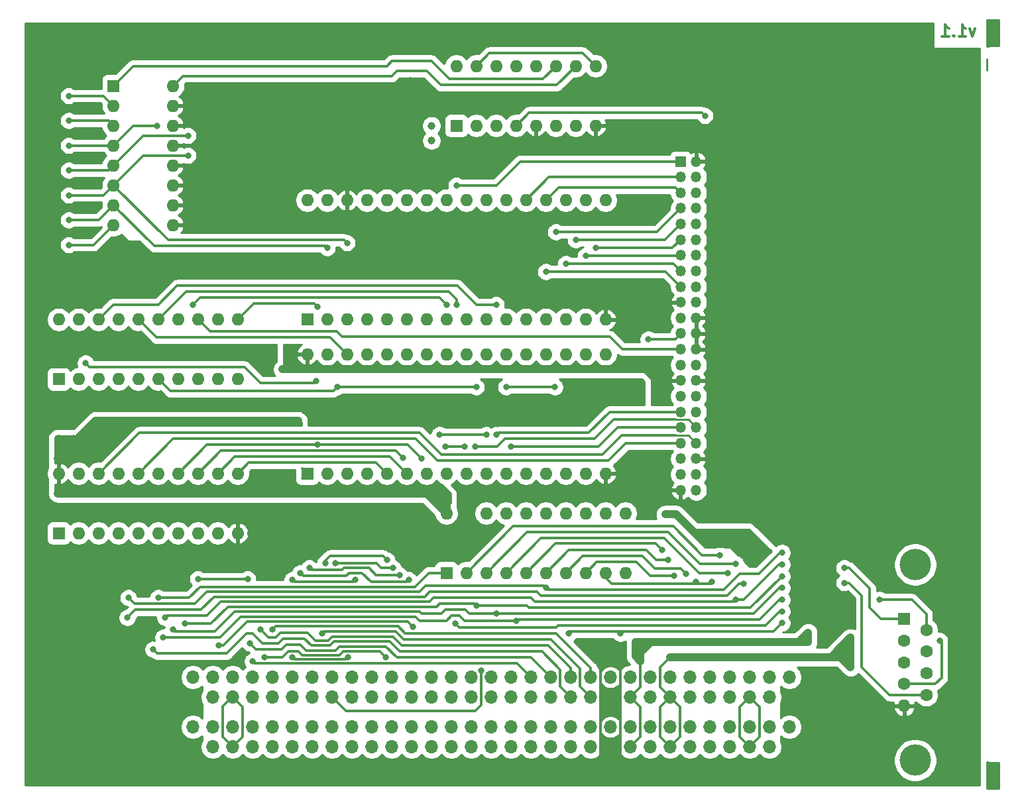
<source format=gbr>
%TF.GenerationSoftware,KiCad,Pcbnew,(5.1.9)-1*%
%TF.CreationDate,2021-09-26T20:12:29+08:00*%
%TF.ProjectId,EX-HX-Combo,45582d48-582d-4436-9f6d-626f2e6b6963,rev?*%
%TF.SameCoordinates,Original*%
%TF.FileFunction,Copper,L2,Bot*%
%TF.FilePolarity,Positive*%
%FSLAX46Y46*%
G04 Gerber Fmt 4.6, Leading zero omitted, Abs format (unit mm)*
G04 Created by KiCad (PCBNEW (5.1.9)-1) date 2021-09-26 20:12:29*
%MOMM*%
%LPD*%
G01*
G04 APERTURE LIST*
%TA.AperFunction,NonConductor*%
%ADD10C,0.300000*%
%TD*%
%TA.AperFunction,ComponentPad*%
%ADD11O,1.600000X1.600000*%
%TD*%
%TA.AperFunction,ComponentPad*%
%ADD12R,1.600000X1.600000*%
%TD*%
%TA.AperFunction,ComponentPad*%
%ADD13C,4.000000*%
%TD*%
%TA.AperFunction,ComponentPad*%
%ADD14C,1.600000*%
%TD*%
%TA.AperFunction,ComponentPad*%
%ADD15O,1.700000X1.700000*%
%TD*%
%TA.AperFunction,ComponentPad*%
%ADD16R,1.700000X1.700000*%
%TD*%
%TA.AperFunction,ComponentPad*%
%ADD17R,1.350000X1.350000*%
%TD*%
%TA.AperFunction,ComponentPad*%
%ADD18O,1.350000X1.350000*%
%TD*%
%TA.AperFunction,ComponentPad*%
%ADD19C,1.000000*%
%TD*%
%TA.AperFunction,ViaPad*%
%ADD20C,0.800000*%
%TD*%
%TA.AperFunction,ViaPad*%
%ADD21C,1.000000*%
%TD*%
%TA.AperFunction,Conductor*%
%ADD22C,0.300000*%
%TD*%
%TA.AperFunction,Conductor*%
%ADD23C,0.249999*%
%TD*%
%TA.AperFunction,Conductor*%
%ADD24C,1.000000*%
%TD*%
%TA.AperFunction,Conductor*%
%ADD25C,0.500000*%
%TD*%
%TA.AperFunction,Conductor*%
%ADD26C,0.254000*%
%TD*%
%TA.AperFunction,Conductor*%
%ADD27C,0.100000*%
%TD*%
%TA.AperFunction,Conductor*%
%ADD28C,0.025400*%
%TD*%
%TA.AperFunction,NonConductor*%
%ADD29C,0.254000*%
%TD*%
%TA.AperFunction,NonConductor*%
%ADD30C,0.100000*%
%TD*%
G04 APERTURE END LIST*
D10*
X242160714Y-39048571D02*
X241803571Y-40048571D01*
X241446428Y-39048571D01*
X240089285Y-40048571D02*
X240946428Y-40048571D01*
X240517857Y-40048571D02*
X240517857Y-38548571D01*
X240660714Y-38762857D01*
X240803571Y-38905714D01*
X240946428Y-38977142D01*
X239446428Y-39905714D02*
X239375000Y-39977142D01*
X239446428Y-40048571D01*
X239517857Y-39977142D01*
X239446428Y-39905714D01*
X239446428Y-40048571D01*
X237946428Y-40048571D02*
X238803571Y-40048571D01*
X238375000Y-40048571D02*
X238375000Y-38548571D01*
X238517857Y-38762857D01*
X238660714Y-38905714D01*
X238803571Y-38977142D01*
D11*
%TO.P,U5,32*%
%TO.N,VCC*%
X156845000Y-80645000D03*
%TO.P,U5,16*%
%TO.N,GND*%
X194945000Y-95885000D03*
%TO.P,U5,31*%
%TO.N,A15*%
X159385000Y-80645000D03*
%TO.P,U5,15*%
%TO.N,D2_BUF*%
X192405000Y-95885000D03*
%TO.P,U5,30*%
%TO.N,A17_MAPPED*%
X161925000Y-80645000D03*
%TO.P,U5,14*%
%TO.N,D1_BUF*%
X189865000Y-95885000D03*
%TO.P,U5,29*%
%TO.N,~MEMW*%
X164465000Y-80645000D03*
%TO.P,U5,13*%
%TO.N,D0_BUF*%
X187325000Y-95885000D03*
%TO.P,U5,28*%
%TO.N,A13*%
X167005000Y-80645000D03*
%TO.P,U5,12*%
%TO.N,A00*%
X184785000Y-95885000D03*
%TO.P,U5,27*%
%TO.N,A08*%
X169545000Y-80645000D03*
%TO.P,U5,11*%
%TO.N,A01*%
X182245000Y-95885000D03*
%TO.P,U5,26*%
%TO.N,A09*%
X172085000Y-80645000D03*
%TO.P,U5,10*%
%TO.N,A02*%
X179705000Y-95885000D03*
%TO.P,U5,25*%
%TO.N,A11*%
X174625000Y-80645000D03*
%TO.P,U5,9*%
%TO.N,A03*%
X177165000Y-95885000D03*
%TO.P,U5,24*%
%TO.N,~MEMR~_DELAYED*%
X177165000Y-80645000D03*
%TO.P,U5,8*%
%TO.N,A04*%
X174625000Y-95885000D03*
%TO.P,U5,23*%
%TO.N,A10*%
X179705000Y-80645000D03*
%TO.P,U5,7*%
%TO.N,A05*%
X172085000Y-95885000D03*
%TO.P,U5,22*%
%TO.N,~CE~_RAM_DECODE*%
X182245000Y-80645000D03*
%TO.P,U5,6*%
%TO.N,A06*%
X169545000Y-95885000D03*
%TO.P,U5,21*%
%TO.N,D7_BUF*%
X184785000Y-80645000D03*
%TO.P,U5,5*%
%TO.N,A07*%
X167005000Y-95885000D03*
%TO.P,U5,20*%
%TO.N,D6_BUF*%
X187325000Y-80645000D03*
%TO.P,U5,4*%
%TO.N,A12*%
X164465000Y-95885000D03*
%TO.P,U5,19*%
%TO.N,D5_BUF*%
X189865000Y-80645000D03*
%TO.P,U5,3*%
%TO.N,A14*%
X161925000Y-95885000D03*
%TO.P,U5,18*%
%TO.N,D4_BUF*%
X192405000Y-80645000D03*
%TO.P,U5,2*%
%TO.N,A16*%
X159385000Y-95885000D03*
%TO.P,U5,17*%
%TO.N,D3_BUF*%
X194945000Y-80645000D03*
D12*
%TO.P,U5,1*%
%TO.N,A18_MAPPED*%
X156845000Y-95885000D03*
%TD*%
D11*
%TO.P,SW1,16*%
%TO.N,~CE~_BIOS_THRU*%
X139700000Y-46355000D03*
%TO.P,SW1,8*%
%TO.N,UART_ENABLE*%
X132080000Y-64135000D03*
%TO.P,SW1,15*%
%TO.N,GND*%
X139700000Y-48895000D03*
%TO.P,SW1,7*%
%TO.N,CPU_TYPE*%
X132080000Y-61595000D03*
%TO.P,SW1,14*%
%TO.N,GND*%
X139700000Y-51435000D03*
%TO.P,SW1,6*%
%TO.N,ATA_ADDR_JUMPER*%
X132080000Y-59055000D03*
%TO.P,SW1,13*%
%TO.N,GND*%
X139700000Y-53975000D03*
%TO.P,SW1,5*%
%TO.N,UMB_SIZE*%
X132080000Y-56515000D03*
%TO.P,SW1,12*%
%TO.N,GND*%
X139700000Y-56515000D03*
%TO.P,SW1,4*%
%TO.N,UMB_ENABLE*%
X132080000Y-53975000D03*
%TO.P,SW1,11*%
%TO.N,GND*%
X139700000Y-59055000D03*
%TO.P,SW1,3*%
%TO.N,BASE_RAM_SIZE*%
X132080000Y-51435000D03*
%TO.P,SW1,10*%
%TO.N,GND*%
X139700000Y-61595000D03*
%TO.P,SW1,2*%
%TO.N,BASE_RAM_ENABLE*%
X132080000Y-48895000D03*
%TO.P,SW1,9*%
%TO.N,GND*%
X139700000Y-64135000D03*
D12*
%TO.P,SW1,1*%
%TO.N,~CE~_BIOS_DECODE*%
X132080000Y-46355000D03*
%TD*%
D13*
%TO.P,CN1,0*%
%TO.N,N/C*%
X234520000Y-132515260D03*
X234520000Y-107515260D03*
D14*
%TO.P,CN1,9*%
%TO.N,/SER_PIN9*%
X235940000Y-124170260D03*
%TO.P,CN1,8*%
%TO.N,/SER_PIN8*%
X235940000Y-121400260D03*
%TO.P,CN1,7*%
%TO.N,/SER_PIN7*%
X235940000Y-118630260D03*
%TO.P,CN1,6*%
%TO.N,/SER_PIN6*%
X235940000Y-115860260D03*
D11*
%TO.P,CN1,5*%
%TO.N,GND*%
X233100000Y-125555260D03*
D14*
%TO.P,CN1,4*%
%TO.N,/SER_PIN4*%
X233100000Y-122785260D03*
%TO.P,CN1,3*%
%TO.N,/SER_PIN3*%
X233100000Y-120015260D03*
%TO.P,CN1,2*%
%TO.N,/SER_PIN2*%
X233100000Y-117245260D03*
D12*
%TO.P,CN1,1*%
%TO.N,/SER_PIN1*%
X233100000Y-114475260D03*
%TD*%
D15*
%TO.P,J2,62*%
%TO.N,A00*%
X142240000Y-128270000D03*
%TO.P,J2,31*%
%TO.N,GND*%
X142240000Y-130810000D03*
%TO.P,J2,61*%
%TO.N,A01*%
X144780000Y-128270000D03*
%TO.P,J2,30*%
%TO.N,OSC*%
X144780000Y-130810000D03*
%TO.P,J2,60*%
%TO.N,A02*%
X147320000Y-128270000D03*
%TO.P,J2,29*%
%TO.N,VCC*%
X147320000Y-130810000D03*
%TO.P,J2,59*%
%TO.N,A03*%
X149860000Y-128270000D03*
%TO.P,J2,28*%
%TO.N,ALE*%
X149860000Y-130810000D03*
%TO.P,J2,58*%
%TO.N,A04*%
X152400000Y-128270000D03*
%TO.P,J2,27*%
%TO.N,DMATC*%
X152400000Y-130810000D03*
%TO.P,J2,57*%
%TO.N,A05*%
X154940000Y-128270000D03*
%TO.P,J2,26*%
%TO.N,~FDCACK*%
X154940000Y-130810000D03*
%TO.P,J2,56*%
%TO.N,A06*%
X157480000Y-128270000D03*
%TO.P,J2,25*%
%TO.N,IRQ3*%
X157480000Y-130810000D03*
%TO.P,J2,55*%
%TO.N,A07*%
X160020000Y-128270000D03*
%TO.P,J2,24*%
%TO.N,IRQ4*%
X160020000Y-130810000D03*
%TO.P,J2,54*%
%TO.N,A08*%
X162560000Y-128270000D03*
%TO.P,J2,23*%
%TO.N,NC_(IRQ5)*%
X162560000Y-130810000D03*
%TO.P,J2,53*%
%TO.N,A09*%
X165100000Y-128270000D03*
%TO.P,J2,22*%
%TO.N,~BREQ~_(IRQ6)*%
X165100000Y-130810000D03*
%TO.P,J2,52*%
%TO.N,A10*%
X167640000Y-128270000D03*
%TO.P,J2,21*%
%TO.N,~RFSH~_(IRQ7)*%
X167640000Y-130810000D03*
%TO.P,J2,51*%
%TO.N,A11*%
X170180000Y-128270000D03*
%TO.P,J2,20*%
%TO.N,CLK*%
X170180000Y-130810000D03*
%TO.P,J2,50*%
%TO.N,A12*%
X172720000Y-128270000D03*
%TO.P,J2,19*%
%TO.N,~REFRESH*%
X172720000Y-130810000D03*
%TO.P,J2,49*%
%TO.N,A13*%
X175260000Y-128270000D03*
%TO.P,J2,18*%
%TO.N,DRQ1*%
X175260000Y-130810000D03*
%TO.P,J2,48*%
%TO.N,A14*%
X177800000Y-128270000D03*
%TO.P,J2,17*%
%TO.N,~DACK1*%
X177800000Y-130810000D03*
%TO.P,J2,47*%
%TO.N,A15*%
X180340000Y-128270000D03*
%TO.P,J2,16*%
%TO.N,DRQ3*%
X180340000Y-130810000D03*
%TO.P,J2,46*%
%TO.N,A16*%
X182880000Y-128270000D03*
%TO.P,J2,15*%
%TO.N,~DACK3*%
X182880000Y-130810000D03*
%TO.P,J2,45*%
%TO.N,A17*%
X185420000Y-128270000D03*
%TO.P,J2,14*%
%TO.N,~IOR*%
X185420000Y-130810000D03*
%TO.P,J2,44*%
%TO.N,A18*%
X187960000Y-128270000D03*
%TO.P,J2,13*%
%TO.N,~IOW*%
X187960000Y-130810000D03*
%TO.P,J2,43*%
%TO.N,A19*%
X190500000Y-128270000D03*
%TO.P,J2,12*%
%TO.N,~MEMR*%
X190500000Y-130810000D03*
%TO.P,J2,42*%
%TO.N,AEN*%
X193040000Y-128270000D03*
%TO.P,J2,11*%
%TO.N,~MEMW*%
X193040000Y-130810000D03*
%TO.P,J2,41*%
%TO.N,RDYIN*%
X195580000Y-128270000D03*
%TO.P,J2,10*%
%TO.N,GND*%
X195580000Y-130810000D03*
%TO.P,J2,40*%
%TO.N,D0*%
X198120000Y-128270000D03*
%TO.P,J2,9*%
%TO.N,+12V*%
X198120000Y-130810000D03*
%TO.P,J2,39*%
%TO.N,D1*%
X200660000Y-128270000D03*
%TO.P,J2,8*%
%TO.N,AUDIOIN*%
X200660000Y-130810000D03*
%TO.P,J2,38*%
%TO.N,D2*%
X203200000Y-128270000D03*
%TO.P,J2,7*%
%TO.N,-12V*%
X203200000Y-130810000D03*
%TO.P,J2,37*%
%TO.N,D3*%
X205740000Y-128270000D03*
%TO.P,J2,6*%
%TO.N,FDCDRQ*%
X205740000Y-130810000D03*
%TO.P,J2,36*%
%TO.N,D4*%
X208280000Y-128270000D03*
%TO.P,J2,5*%
%TO.N,Net-(J2-Pad5)*%
X208280000Y-130810000D03*
%TO.P,J2,35*%
%TO.N,D5*%
X210820000Y-128270000D03*
%TO.P,J2,4*%
%TO.N,IRQ2*%
X210820000Y-130810000D03*
%TO.P,J2,34*%
%TO.N,D6*%
X213360000Y-128270000D03*
%TO.P,J2,3*%
%TO.N,VCC*%
X213360000Y-130810000D03*
%TO.P,J2,33*%
%TO.N,D7*%
X215900000Y-128270000D03*
%TO.P,J2,2*%
%TO.N,RESET*%
X215900000Y-130810000D03*
%TO.P,J2,32*%
%TO.N,Net-(J2-Pad32)*%
X218440000Y-128270000D03*
D16*
%TO.P,J2,1*%
%TO.N,GND*%
X218440000Y-130810000D03*
%TD*%
D11*
%TO.P,U4,16*%
%TO.N,VCC*%
X175895000Y-43815000D03*
%TO.P,U4,8*%
%TO.N,GND*%
X193675000Y-51435000D03*
%TO.P,U4,15*%
%TO.N,Net-(U4-Pad15)*%
X178435000Y-43815000D03*
%TO.P,U4,7*%
%TO.N,D0_BUF*%
X191135000Y-51435000D03*
%TO.P,U4,14*%
%TO.N,GND*%
X180975000Y-43815000D03*
%TO.P,U4,6*%
%TO.N,A00*%
X188595000Y-51435000D03*
%TO.P,U4,13*%
%TO.N,VCC*%
X183515000Y-43815000D03*
%TO.P,U4,5*%
%TO.N,GND*%
X186055000Y-51435000D03*
%TO.P,U4,12*%
%TO.N,~MEMR~_DELAYED*%
X186055000Y-43815000D03*
%TO.P,U4,4*%
%TO.N,Net-(BAT1-Pad1)*%
X183515000Y-51435000D03*
%TO.P,U4,11*%
%TO.N,~CE~_BIOS_DECODE*%
X188595000Y-43815000D03*
%TO.P,U4,3*%
%TO.N,A02*%
X180975000Y-51435000D03*
%TO.P,U4,10*%
%TO.N,~CE~_BIOS_THRU*%
X191135000Y-43815000D03*
%TO.P,U4,2*%
%TO.N,/RTC_X2*%
X178435000Y-51435000D03*
%TO.P,U4,9*%
%TO.N,Net-(U4-Pad15)*%
X193675000Y-43815000D03*
D12*
%TO.P,U4,1*%
%TO.N,/RTC_X1*%
X175895000Y-51435000D03*
%TD*%
D11*
%TO.P,U2,20*%
%TO.N,VCC*%
X174625000Y-100965000D03*
%TO.P,U2,10*%
%TO.N,GND*%
X197485000Y-108585000D03*
%TO.P,U2,19*%
X177165000Y-100965000D03*
%TO.P,U2,9*%
%TO.N,D3*%
X194945000Y-108585000D03*
%TO.P,U2,18*%
%TO.N,D5_BUF*%
X179705000Y-100965000D03*
%TO.P,U2,8*%
%TO.N,D2*%
X192405000Y-108585000D03*
%TO.P,U2,17*%
%TO.N,D7_BUF*%
X182245000Y-100965000D03*
%TO.P,U2,7*%
%TO.N,D4*%
X189865000Y-108585000D03*
%TO.P,U2,16*%
%TO.N,D6_BUF*%
X184785000Y-100965000D03*
%TO.P,U2,6*%
%TO.N,D1*%
X187325000Y-108585000D03*
%TO.P,U2,15*%
%TO.N,D0_BUF*%
X187325000Y-100965000D03*
%TO.P,U2,5*%
%TO.N,D0*%
X184785000Y-108585000D03*
%TO.P,U2,14*%
%TO.N,D1_BUF*%
X189865000Y-100965000D03*
%TO.P,U2,4*%
%TO.N,D6*%
X182245000Y-108585000D03*
%TO.P,U2,13*%
%TO.N,D4_BUF*%
X192405000Y-100965000D03*
%TO.P,U2,3*%
%TO.N,D7*%
X179705000Y-108585000D03*
%TO.P,U2,12*%
%TO.N,D2_BUF*%
X194945000Y-100965000D03*
%TO.P,U2,2*%
%TO.N,D5*%
X177165000Y-108585000D03*
%TO.P,U2,11*%
%TO.N,D3_BUF*%
X197485000Y-100965000D03*
D12*
%TO.P,U2,1*%
%TO.N,~BUFF_READ*%
X174625000Y-108585000D03*
%TD*%
D11*
%TO.P,U1,32*%
%TO.N,VCC*%
X156845000Y-60960000D03*
%TO.P,U1,16*%
%TO.N,GND*%
X194945000Y-76200000D03*
%TO.P,U1,31*%
%TO.N,~MEMW*%
X159385000Y-60960000D03*
%TO.P,U1,15*%
%TO.N,D2_BUF*%
X192405000Y-76200000D03*
%TO.P,U1,30*%
%TO.N,GND*%
X161925000Y-60960000D03*
%TO.P,U1,14*%
%TO.N,D1_BUF*%
X189865000Y-76200000D03*
%TO.P,U1,29*%
%TO.N,A14*%
X164465000Y-60960000D03*
%TO.P,U1,13*%
%TO.N,D0_BUF*%
X187325000Y-76200000D03*
%TO.P,U1,28*%
%TO.N,A13*%
X167005000Y-60960000D03*
%TO.P,U1,12*%
%TO.N,A00*%
X184785000Y-76200000D03*
%TO.P,U1,27*%
%TO.N,A08*%
X169545000Y-60960000D03*
%TO.P,U1,11*%
%TO.N,A01*%
X182245000Y-76200000D03*
%TO.P,U1,26*%
%TO.N,A09*%
X172085000Y-60960000D03*
%TO.P,U1,10*%
%TO.N,A02*%
X179705000Y-76200000D03*
%TO.P,U1,25*%
%TO.N,A11*%
X174625000Y-60960000D03*
%TO.P,U1,9*%
%TO.N,A03*%
X177165000Y-76200000D03*
%TO.P,U1,24*%
%TO.N,~MEMR~_DELAYED*%
X177165000Y-60960000D03*
%TO.P,U1,8*%
%TO.N,A04*%
X174625000Y-76200000D03*
%TO.P,U1,23*%
%TO.N,A10*%
X179705000Y-60960000D03*
%TO.P,U1,7*%
%TO.N,A05*%
X172085000Y-76200000D03*
%TO.P,U1,22*%
%TO.N,~CE~_BIOS_THRU*%
X182245000Y-60960000D03*
%TO.P,U1,6*%
%TO.N,A06*%
X169545000Y-76200000D03*
%TO.P,U1,21*%
%TO.N,D7_BUF*%
X184785000Y-60960000D03*
%TO.P,U1,5*%
%TO.N,A07*%
X167005000Y-76200000D03*
%TO.P,U1,20*%
%TO.N,D6_BUF*%
X187325000Y-60960000D03*
%TO.P,U1,4*%
%TO.N,A12*%
X164465000Y-76200000D03*
%TO.P,U1,19*%
%TO.N,D5_BUF*%
X189865000Y-60960000D03*
%TO.P,U1,3*%
%TO.N,ATA_ADDR_JUMPER*%
X161925000Y-76200000D03*
%TO.P,U1,18*%
%TO.N,D4_BUF*%
X192405000Y-60960000D03*
%TO.P,U1,2*%
%TO.N,CPU_TYPE*%
X159385000Y-76200000D03*
%TO.P,U1,17*%
%TO.N,D3_BUF*%
X194945000Y-60960000D03*
D12*
%TO.P,U1,1*%
%TO.N,GND*%
X156845000Y-76200000D03*
%TD*%
%TO.P,U9,1*%
%TO.N,UART_ENABLE*%
X125095000Y-103505000D03*
D11*
%TO.P,U9,11*%
%TO.N,A07*%
X147955000Y-95885000D03*
%TO.P,U9,2*%
%TO.N,Net-(U9-Pad2)*%
X127635000Y-103505000D03*
%TO.P,U9,12*%
%TO.N,A06*%
X145415000Y-95885000D03*
%TO.P,U9,3*%
%TO.N,~IOR*%
X130175000Y-103505000D03*
%TO.P,U9,13*%
%TO.N,A08*%
X142875000Y-95885000D03*
%TO.P,U9,4*%
%TO.N,RESET*%
X132715000Y-103505000D03*
%TO.P,U9,14*%
%TO.N,A09*%
X140335000Y-95885000D03*
%TO.P,U9,5*%
%TO.N,A03*%
X135255000Y-103505000D03*
%TO.P,U9,15*%
%TO.N,~RESET*%
X137795000Y-95885000D03*
%TO.P,U9,6*%
%TO.N,A04*%
X137795000Y-103505000D03*
%TO.P,U9,16*%
%TO.N,~CS1~_ATA*%
X135255000Y-95885000D03*
%TO.P,U9,7*%
%TO.N,ATA_ADDR_JUMPER*%
X140335000Y-103505000D03*
%TO.P,U9,17*%
%TO.N,IOR_DECODE*%
X132715000Y-95885000D03*
%TO.P,U9,8*%
%TO.N,A05*%
X142875000Y-103505000D03*
%TO.P,U9,18*%
%TO.N,~CS3~_ATA*%
X130175000Y-95885000D03*
%TO.P,U9,9*%
%TO.N,AEN*%
X145415000Y-103505000D03*
%TO.P,U9,19*%
%TO.N,~UART_CS*%
X127635000Y-95885000D03*
%TO.P,U9,10*%
%TO.N,GND*%
X147955000Y-103505000D03*
%TO.P,U9,20*%
%TO.N,VCC*%
X125095000Y-95885000D03*
%TD*%
%TO.P,U8,20*%
%TO.N,VCC*%
X125095000Y-76200000D03*
%TO.P,U8,10*%
%TO.N,GND*%
X147955000Y-83820000D03*
%TO.P,U8,19*%
%TO.N,~CE~_BIOS_DECODE*%
X127635000Y-76200000D03*
%TO.P,U8,9*%
%TO.N,A19*%
X145415000Y-83820000D03*
%TO.P,U8,18*%
%TO.N,~CE~_RAM_DECODE*%
X130175000Y-76200000D03*
%TO.P,U8,8*%
%TO.N,A18*%
X142875000Y-83820000D03*
%TO.P,U8,17*%
%TO.N,A18_MAPPED*%
X132715000Y-76200000D03*
%TO.P,U8,7*%
%TO.N,A17*%
X140335000Y-83820000D03*
%TO.P,U8,16*%
%TO.N,A17_MAPPED*%
X135255000Y-76200000D03*
%TO.P,U8,6*%
%TO.N,A16*%
X137795000Y-83820000D03*
%TO.P,U8,15*%
%TO.N,~MEMR~_DELAYED*%
X137795000Y-76200000D03*
%TO.P,U8,5*%
%TO.N,UMB_ENABLE*%
X135255000Y-83820000D03*
%TO.P,U8,14*%
%TO.N,~BUFF_READ*%
X140335000Y-76200000D03*
%TO.P,U8,4*%
%TO.N,IOR_DECODE*%
X132715000Y-83820000D03*
%TO.P,U8,13*%
%TO.N,~IOR~_DELAYED*%
X142875000Y-76200000D03*
%TO.P,U8,3*%
%TO.N,~MEMR*%
X130175000Y-83820000D03*
%TO.P,U8,12*%
%TO.N,UMB_SIZE*%
X145415000Y-76200000D03*
%TO.P,U8,2*%
%TO.N,BASE_RAM_SIZE*%
X127635000Y-83820000D03*
%TO.P,U8,11*%
%TO.N,A15*%
X147955000Y-76200000D03*
D12*
%TO.P,U8,1*%
%TO.N,BASE_RAM_ENABLE*%
X125095000Y-83820000D03*
%TD*%
D17*
%TO.P,J1,1*%
%TO.N,~RESET*%
X204540000Y-56000000D03*
D18*
%TO.P,J1,2*%
%TO.N,GND*%
X206540000Y-56000000D03*
%TO.P,J1,3*%
%TO.N,D7_BUF*%
X204540000Y-58000000D03*
%TO.P,J1,4*%
%TO.N,Net-(J1-Pad4)*%
X206540000Y-58000000D03*
%TO.P,J1,5*%
%TO.N,D6_BUF*%
X204540000Y-60000000D03*
%TO.P,J1,6*%
%TO.N,Net-(J1-Pad6)*%
X206540000Y-60000000D03*
%TO.P,J1,7*%
%TO.N,D5_BUF*%
X204540000Y-62000000D03*
%TO.P,J1,8*%
%TO.N,Net-(J1-Pad8)*%
X206540000Y-62000000D03*
%TO.P,J1,9*%
%TO.N,D4_BUF*%
X204540000Y-64000000D03*
%TO.P,J1,10*%
%TO.N,Net-(J1-Pad10)*%
X206540000Y-64000000D03*
%TO.P,J1,11*%
%TO.N,D3_BUF*%
X204540000Y-66000000D03*
%TO.P,J1,12*%
%TO.N,Net-(J1-Pad12)*%
X206540000Y-66000000D03*
%TO.P,J1,13*%
%TO.N,D2_BUF*%
X204540000Y-68000000D03*
%TO.P,J1,14*%
%TO.N,Net-(J1-Pad14)*%
X206540000Y-68000000D03*
%TO.P,J1,15*%
%TO.N,D1_BUF*%
X204540000Y-70000000D03*
%TO.P,J1,16*%
%TO.N,Net-(J1-Pad16)*%
X206540000Y-70000000D03*
%TO.P,J1,17*%
%TO.N,D0_BUF*%
X204540000Y-72000000D03*
%TO.P,J1,18*%
%TO.N,Net-(J1-Pad18)*%
X206540000Y-72000000D03*
%TO.P,J1,19*%
%TO.N,GND*%
X204540000Y-74000000D03*
%TO.P,J1,20*%
%TO.N,Net-(J1-Pad20)*%
X206540000Y-74000000D03*
%TO.P,J1,21*%
%TO.N,Net-(J1-Pad21)*%
X204540000Y-76000000D03*
%TO.P,J1,22*%
%TO.N,GND*%
X206540000Y-76000000D03*
%TO.P,J1,23*%
%TO.N,~IOW*%
X204540000Y-78000000D03*
%TO.P,J1,24*%
%TO.N,GND*%
X206540000Y-78000000D03*
%TO.P,J1,25*%
%TO.N,~IOR~_DELAYED*%
X204540000Y-80000000D03*
%TO.P,J1,26*%
%TO.N,GND*%
X206540000Y-80000000D03*
%TO.P,J1,27*%
%TO.N,Net-(J1-Pad27)*%
X204540000Y-82000000D03*
%TO.P,J1,28*%
%TO.N,Net-(J1-Pad28)*%
X206540000Y-82000000D03*
%TO.P,J1,29*%
%TO.N,VCC*%
X204540000Y-84000000D03*
%TO.P,J1,30*%
%TO.N,GND*%
X206540000Y-84000000D03*
%TO.P,J1,31*%
%TO.N,Net-(J1-Pad31)*%
X204540000Y-86000000D03*
%TO.P,J1,32*%
%TO.N,Net-(J1-Pad32)*%
X206540000Y-86000000D03*
%TO.P,J1,33*%
%TO.N,A02*%
X204540000Y-88000000D03*
%TO.P,J1,34*%
%TO.N,Net-(J1-Pad34)*%
X206540000Y-88000000D03*
%TO.P,J1,35*%
%TO.N,A01*%
X204540000Y-90000000D03*
%TO.P,J1,36*%
%TO.N,A03*%
X206540000Y-90000000D03*
%TO.P,J1,37*%
%TO.N,~CS1~_ATA*%
X204540000Y-92000000D03*
%TO.P,J1,38*%
%TO.N,~CS3~_ATA*%
X206540000Y-92000000D03*
%TO.P,J1,39*%
%TO.N,Net-(J1-Pad39)*%
X204540000Y-94000000D03*
%TO.P,J1,40*%
%TO.N,GND*%
X206540000Y-94000000D03*
%TO.P,J1,41*%
%TO.N,VCC*%
X204540000Y-96000000D03*
%TO.P,J1,42*%
X206540000Y-96000000D03*
%TO.P,J1,43*%
%TO.N,GND*%
X204540000Y-98000000D03*
%TO.P,J1,44*%
%TO.N,Net-(J1-Pad44)*%
X206540000Y-98000000D03*
%TD*%
D19*
%TO.P,Y1,2*%
%TO.N,/RTC_X2*%
X172720000Y-53335000D03*
%TO.P,Y1,1*%
%TO.N,/RTC_X1*%
X172720000Y-51435000D03*
%TD*%
D15*
%TO.P,J3,62*%
%TO.N,A00*%
X142240000Y-121920000D03*
%TO.P,J3,31*%
%TO.N,GND*%
X142240000Y-124460000D03*
%TO.P,J3,61*%
%TO.N,A01*%
X144780000Y-121920000D03*
%TO.P,J3,30*%
%TO.N,OSC*%
X144780000Y-124460000D03*
%TO.P,J3,60*%
%TO.N,A02*%
X147320000Y-121920000D03*
%TO.P,J3,29*%
%TO.N,VCC*%
X147320000Y-124460000D03*
%TO.P,J3,59*%
%TO.N,A03*%
X149860000Y-121920000D03*
%TO.P,J3,28*%
%TO.N,ALE*%
X149860000Y-124460000D03*
%TO.P,J3,58*%
%TO.N,A04*%
X152400000Y-121920000D03*
%TO.P,J3,27*%
%TO.N,DMATC*%
X152400000Y-124460000D03*
%TO.P,J3,57*%
%TO.N,A05*%
X154940000Y-121920000D03*
%TO.P,J3,26*%
%TO.N,~FDCACK*%
X154940000Y-124460000D03*
%TO.P,J3,56*%
%TO.N,A06*%
X157480000Y-121920000D03*
%TO.P,J3,25*%
%TO.N,IRQ3*%
X157480000Y-124460000D03*
%TO.P,J3,55*%
%TO.N,A07*%
X160020000Y-121920000D03*
%TO.P,J3,24*%
%TO.N,IRQ4*%
X160020000Y-124460000D03*
%TO.P,J3,54*%
%TO.N,A08*%
X162560000Y-121920000D03*
%TO.P,J3,23*%
%TO.N,NC_(IRQ5)*%
X162560000Y-124460000D03*
%TO.P,J3,53*%
%TO.N,A09*%
X165100000Y-121920000D03*
%TO.P,J3,22*%
%TO.N,~BREQ~_(IRQ6)*%
X165100000Y-124460000D03*
%TO.P,J3,52*%
%TO.N,A10*%
X167640000Y-121920000D03*
%TO.P,J3,21*%
%TO.N,~RFSH~_(IRQ7)*%
X167640000Y-124460000D03*
%TO.P,J3,51*%
%TO.N,A11*%
X170180000Y-121920000D03*
%TO.P,J3,20*%
%TO.N,CLK*%
X170180000Y-124460000D03*
%TO.P,J3,50*%
%TO.N,A12*%
X172720000Y-121920000D03*
%TO.P,J3,19*%
%TO.N,~REFRESH*%
X172720000Y-124460000D03*
%TO.P,J3,49*%
%TO.N,A13*%
X175260000Y-121920000D03*
%TO.P,J3,18*%
%TO.N,DRQ1*%
X175260000Y-124460000D03*
%TO.P,J3,48*%
%TO.N,A14*%
X177800000Y-121920000D03*
%TO.P,J3,17*%
%TO.N,~DACK1*%
X177800000Y-124460000D03*
%TO.P,J3,47*%
%TO.N,A15*%
X180340000Y-121920000D03*
%TO.P,J3,16*%
%TO.N,DRQ3*%
X180340000Y-124460000D03*
%TO.P,J3,46*%
%TO.N,A16*%
X182880000Y-121920000D03*
%TO.P,J3,15*%
%TO.N,~DACK3*%
X182880000Y-124460000D03*
%TO.P,J3,45*%
%TO.N,A17*%
X185420000Y-121920000D03*
%TO.P,J3,14*%
%TO.N,~IOR*%
X185420000Y-124460000D03*
%TO.P,J3,44*%
%TO.N,A18*%
X187960000Y-121920000D03*
%TO.P,J3,13*%
%TO.N,~IOW*%
X187960000Y-124460000D03*
%TO.P,J3,43*%
%TO.N,A19*%
X190500000Y-121920000D03*
%TO.P,J3,12*%
%TO.N,~MEMR*%
X190500000Y-124460000D03*
%TO.P,J3,42*%
%TO.N,AEN*%
X193040000Y-121920000D03*
%TO.P,J3,11*%
%TO.N,~MEMW*%
X193040000Y-124460000D03*
%TO.P,J3,41*%
%TO.N,RDYIN*%
X195580000Y-121920000D03*
%TO.P,J3,10*%
%TO.N,GND*%
X195580000Y-124460000D03*
%TO.P,J3,40*%
%TO.N,D0*%
X198120000Y-121920000D03*
%TO.P,J3,9*%
%TO.N,+12V*%
X198120000Y-124460000D03*
%TO.P,J3,39*%
%TO.N,D1*%
X200660000Y-121920000D03*
%TO.P,J3,8*%
%TO.N,AUDIOIN*%
X200660000Y-124460000D03*
%TO.P,J3,38*%
%TO.N,D2*%
X203200000Y-121920000D03*
%TO.P,J3,7*%
%TO.N,-12V*%
X203200000Y-124460000D03*
%TO.P,J3,37*%
%TO.N,D3*%
X205740000Y-121920000D03*
%TO.P,J3,6*%
%TO.N,FDCDRQ*%
X205740000Y-124460000D03*
%TO.P,J3,36*%
%TO.N,D4*%
X208280000Y-121920000D03*
%TO.P,J3,5*%
%TO.N,Net-(J3-Pad5)*%
X208280000Y-124460000D03*
%TO.P,J3,35*%
%TO.N,D5*%
X210820000Y-121920000D03*
%TO.P,J3,4*%
%TO.N,IRQ2*%
X210820000Y-124460000D03*
%TO.P,J3,34*%
%TO.N,D6*%
X213360000Y-121920000D03*
%TO.P,J3,3*%
%TO.N,VCC*%
X213360000Y-124460000D03*
%TO.P,J3,33*%
%TO.N,D7*%
X215900000Y-121920000D03*
%TO.P,J3,2*%
%TO.N,RESET*%
X215900000Y-124460000D03*
%TO.P,J3,32*%
%TO.N,Net-(J3-Pad32)*%
X218440000Y-121920000D03*
D16*
%TO.P,J3,1*%
%TO.N,GND*%
X218440000Y-124460000D03*
%TD*%
D20*
%TO.N,A00*%
X217500000Y-112000000D03*
X183515000Y-114681000D03*
X138430000Y-116840000D03*
%TO.N,A01*%
X217500000Y-110500000D03*
X180975000Y-113792000D03*
X182880000Y-92456000D03*
X139700000Y-115824000D03*
%TO.N,A02*%
X217500000Y-109000000D03*
X180975000Y-90932000D03*
X178435000Y-112776000D03*
X141223994Y-115062000D03*
%TO.N,A03*%
X178308006Y-92456000D03*
X170307000Y-115443000D03*
X145541991Y-117856009D03*
%TO.N,A04*%
X166878000Y-119380000D03*
X151384000Y-119380000D03*
%TO.N,A05*%
X154940000Y-119391990D03*
X162040000Y-119391990D03*
%TO.N,A06*%
X149225000Y-109347000D03*
X142875000Y-109347000D03*
%TO.N,A08*%
X169094500Y-93910500D03*
%TO.N,A09*%
X158115000Y-92190000D03*
X171450000Y-93980000D03*
X162982162Y-109474000D03*
X154940000Y-109474000D03*
%TO.N,A10*%
X179705000Y-90932000D03*
X173736000Y-90932000D03*
%TO.N,A11*%
X176911000Y-92456000D03*
X174498002Y-92456000D03*
%TO.N,A12*%
X159131000Y-107315000D03*
X167005000Y-106934000D03*
%TO.N,A13*%
X167767000Y-107950000D03*
X160401000Y-107315000D03*
%TO.N,A14*%
X168627159Y-108839000D03*
X157099000Y-107950000D03*
%TO.N,A15*%
X155956000Y-108585000D03*
X158115000Y-74549000D03*
X169799000Y-109474000D03*
%TO.N,A16*%
X160655000Y-84836000D03*
X178435000Y-84836000D03*
%TO.N,A17*%
X149860000Y-119888000D03*
%TO.N,A18*%
X149513068Y-117553744D03*
%TO.N,A19*%
X150876010Y-115823990D03*
%TO.N,AEN*%
X152400000Y-115824006D03*
%TO.N,D0*%
X202184020Y-105663998D03*
%TO.N,D1*%
X202946012Y-106934000D03*
%TO.N,D2*%
X203707994Y-108966000D03*
%TO.N,D3*%
X208534000Y-109728000D03*
X206502014Y-109728000D03*
%TO.N,D4*%
X205232000Y-108712000D03*
%TO.N,D5*%
X209550000Y-106292001D03*
%TO.N,D6*%
X210566008Y-108585000D03*
%TO.N,D7*%
X211582000Y-107442000D03*
%TO.N,GND*%
X219500000Y-72750000D03*
X221000000Y-72750000D03*
X220250000Y-76000000D03*
X224000000Y-80500000D03*
X222250000Y-85250000D03*
X220750000Y-86750000D03*
X219250000Y-88250000D03*
X239522000Y-100940000D03*
X239522000Y-103124000D03*
X237858000Y-81890000D03*
X237858000Y-78842000D03*
X237858000Y-75794000D03*
X237858000Y-72746000D03*
X216250000Y-76250000D03*
X218000000Y-76250000D03*
D21*
X224155000Y-116522500D03*
X227698000Y-126086000D03*
X227698000Y-124466000D03*
X224155000Y-121602500D03*
D20*
X216250000Y-78750000D03*
D21*
X194310000Y-119380014D03*
X192278000Y-117856000D03*
X194310000Y-117856000D03*
X171450000Y-102640000D03*
X172720000Y-105410000D03*
X169975000Y-45720000D03*
X169975000Y-41910000D03*
X239440000Y-53340000D03*
D20*
X224250000Y-76000000D03*
D21*
X125095000Y-71755000D03*
X127000000Y-70280000D03*
X125095000Y-68805000D03*
X127902500Y-41910000D03*
X129540000Y-43815000D03*
X127902500Y-45720000D03*
D20*
X213000000Y-61250000D03*
X214775000Y-59500000D03*
X208750000Y-65000000D03*
X214775000Y-54250000D03*
X213000000Y-59500000D03*
X238000000Y-102000000D03*
X214775000Y-50750000D03*
X211250000Y-59500000D03*
X211250000Y-61250000D03*
X211250000Y-57750000D03*
X213000000Y-57750000D03*
X214775000Y-57750000D03*
X211250000Y-54250000D03*
D21*
X125095000Y-88265000D03*
X125095000Y-86360000D03*
X127000000Y-88265000D03*
X137795000Y-130810000D03*
X137795000Y-130810000D03*
X139700000Y-120650000D03*
X140335000Y-126365000D03*
X132397500Y-125412500D03*
X170180000Y-105410000D03*
X171450000Y-106680000D03*
X168910000Y-103915000D03*
X173990000Y-103915000D03*
X239440000Y-46990000D03*
X225044000Y-112014000D03*
X205867000Y-100076000D03*
X199185000Y-94000000D03*
X199185000Y-98000000D03*
X197485000Y-96000000D03*
X149860000Y-42291000D03*
X146367500Y-42291000D03*
X142875000Y-42291000D03*
X142875000Y-47625000D03*
X146939000Y-47625000D03*
X150925000Y-47625000D03*
X150925000Y-57785000D03*
X150925000Y-62865000D03*
X149225000Y-80645000D03*
X151765000Y-82550000D03*
X144780000Y-62865000D03*
X147955000Y-62865000D03*
X151130000Y-69215000D03*
X148590000Y-69215000D03*
X146050000Y-69215000D03*
X151765000Y-86995000D03*
X148590000Y-86995000D03*
X148590000Y-100965000D03*
X152400000Y-100965000D03*
X152400000Y-108585000D03*
X152400000Y-104775000D03*
X150925000Y-55245000D03*
X150925000Y-50165000D03*
X160020000Y-53975000D03*
X160020000Y-50800000D03*
X160020000Y-57785000D03*
X160020000Y-46990000D03*
X177165000Y-55880000D03*
X178435000Y-48260000D03*
X175895000Y-48260000D03*
X162560000Y-41910000D03*
X166370000Y-41910000D03*
X187960000Y-48260000D03*
X193040000Y-47625000D03*
X198120000Y-46990000D03*
X191135000Y-53975000D03*
X199390000Y-51435000D03*
X196215000Y-53975000D03*
X196215000Y-63500000D03*
X198120000Y-60960000D03*
X200025000Y-63500000D03*
D20*
X197485000Y-76200000D03*
X199185000Y-73977500D03*
X195580000Y-71755000D03*
X199185000Y-71755000D03*
X195580000Y-73977500D03*
X198755000Y-84455000D03*
X198755000Y-86360000D03*
X196850000Y-86360000D03*
X196850000Y-84455000D03*
X197485000Y-78105000D03*
D21*
X147320000Y-80010000D03*
X136080500Y-72390000D03*
X139700000Y-70485000D03*
X136207500Y-67945000D03*
X135890000Y-42291000D03*
X128270000Y-112395000D03*
X130810000Y-115570000D03*
D20*
X159385000Y-64770000D03*
D21*
X149225000Y-60325000D03*
X135128000Y-116840000D03*
X128270000Y-120650000D03*
D20*
X238125000Y-41910000D03*
X241935000Y-41910000D03*
X238125000Y-55245000D03*
X241935000Y-59055000D03*
D21*
%TO.N,VCC*%
X214757000Y-105918000D03*
X153670000Y-82550000D03*
X153670000Y-89154000D03*
X153670000Y-98425000D03*
X125095000Y-98425000D03*
X204470000Y-101600000D03*
X153670000Y-95885000D03*
X155448000Y-89154000D03*
X202500000Y-85000000D03*
X202500000Y-83000000D03*
X155575000Y-82550000D03*
X125095000Y-91440000D03*
X127000000Y-91440000D03*
X213995000Y-107061000D03*
X202565000Y-101100011D03*
D20*
%TO.N,IRQ4*%
X217500000Y-113500970D03*
X175768000Y-115062000D03*
X179070000Y-121031000D03*
%TO.N,~IOR*%
X217500000Y-106000000D03*
X187325000Y-110490000D03*
X133985000Y-111760000D03*
%TO.N,~IOW*%
X217500000Y-115000000D03*
X190246000Y-116332000D03*
X200406000Y-78740000D03*
X196850000Y-116332000D03*
%TO.N,~MEMR*%
X137160000Y-118364000D03*
%TO.N,~MEMW*%
X158750000Y-116332000D03*
D21*
%TO.N,+12V*%
X220840000Y-117450000D03*
X220840000Y-116205000D03*
X198755000Y-117475000D03*
%TO.N,-12V*%
X203200000Y-119380000D03*
X226250000Y-116865000D03*
X226250000Y-120650000D03*
D20*
%TO.N,RESET*%
X217500000Y-107500000D03*
X211582000Y-112014000D03*
X138683950Y-114300000D03*
%TO.N,Net-(BAT1-Pad1)*%
X207645000Y-50165000D03*
%TO.N,/SER_PIN9*%
X225425000Y-109855014D03*
%TO.N,/SER_PIN6*%
X229966000Y-112014000D03*
%TO.N,/SER_PIN1*%
X225425000Y-107950000D03*
%TO.N,/SER_PIN4*%
X237624000Y-117245260D03*
%TO.N,D0_BUF*%
X187325000Y-70104000D03*
%TO.N,D1_BUF*%
X189865000Y-69088000D03*
%TO.N,D2_BUF*%
X192405000Y-68072000D03*
%TO.N,D3_BUF*%
X193675000Y-67056000D03*
%TO.N,D4_BUF*%
X191135000Y-66040000D03*
%TO.N,D5_BUF*%
X188595001Y-65024000D03*
X182245000Y-84836000D03*
X188468000Y-84836000D03*
%TO.N,~RESET*%
X142240000Y-74295000D03*
X142240000Y-74295000D03*
X174625000Y-74295000D03*
X175895000Y-59055000D03*
%TO.N,ATA_ADDR_JUMPER*%
X126365000Y-60325000D03*
X141605000Y-55245000D03*
X161925000Y-66421000D03*
%TO.N,UMB_SIZE*%
X126365000Y-57150000D03*
X141605000Y-52705000D03*
%TO.N,UMB_ENABLE*%
X126365000Y-53975000D03*
X137668000Y-51435000D03*
%TO.N,BASE_RAM_SIZE*%
X126365000Y-50800000D03*
%TO.N,BASE_RAM_ENABLE*%
X126365000Y-47625000D03*
%TO.N,~MEMR~_DELAYED*%
X175895000Y-74295000D03*
%TO.N,~CE~_RAM_DECODE*%
X180975000Y-74295000D03*
%TO.N,A18_MAPPED*%
X128523992Y-81788000D03*
X157988000Y-84074000D03*
%TO.N,~UART_CS*%
X212598003Y-109982003D03*
X133858000Y-114300000D03*
%TO.N,~BUFF_READ*%
X137795000Y-111760000D03*
%TO.N,UART_ENABLE*%
X126365000Y-66675000D03*
%TO.N,CPU_TYPE*%
X126365000Y-63500000D03*
X159385000Y-67056000D03*
%TD*%
D22*
%TO.N,A00*%
X183642000Y-114554000D02*
X183515000Y-114681000D01*
X214630000Y-114554000D02*
X183642000Y-114554000D01*
X217184000Y-112000000D02*
X214630000Y-114554000D01*
X217500000Y-112000000D02*
X217184000Y-112000000D01*
X176911000Y-114681000D02*
X183515000Y-114681000D01*
X176276000Y-114046000D02*
X176911000Y-114681000D01*
X175260000Y-114046000D02*
X176276000Y-114046000D01*
X174625000Y-114681000D02*
X175260000Y-114046000D01*
X171196000Y-114681000D02*
X174625000Y-114681000D01*
X170688000Y-114173000D02*
X171196000Y-114681000D01*
X148336000Y-114173000D02*
X170688000Y-114173000D01*
X145669000Y-116840000D02*
X148336000Y-114173000D01*
X138430000Y-116840000D02*
X145669000Y-116840000D01*
%TO.N,A01*%
X213868000Y-113792000D02*
X180975000Y-113792000D01*
X217160000Y-110500000D02*
X213868000Y-113792000D01*
X217500000Y-110500000D02*
X217160000Y-110500000D01*
X196512000Y-90000000D02*
X204540000Y-90000000D01*
X194056000Y-92456000D02*
X196512000Y-90000000D01*
X182880000Y-92456000D02*
X194056000Y-92456000D01*
X177800000Y-113792000D02*
X180975000Y-113792000D01*
X177514250Y-113792000D02*
X177800000Y-113792000D01*
X177006250Y-113284000D02*
X177514250Y-113792000D01*
X173990000Y-113792000D02*
X174498000Y-113284000D01*
X171450000Y-113792000D02*
X173990000Y-113792000D01*
X171196000Y-113538000D02*
X171450000Y-113792000D01*
X145034000Y-116078000D02*
X147574000Y-113538000D01*
X174498000Y-113284000D02*
X177006250Y-113284000D01*
X147574000Y-113538000D02*
X171196000Y-113538000D01*
X139954000Y-116078000D02*
X145034000Y-116078000D01*
X139700000Y-115824000D02*
X139954000Y-116078000D01*
%TO.N,A02*%
X195464000Y-88000000D02*
X204540000Y-88000000D01*
X192786000Y-90678000D02*
X195464000Y-88000000D01*
X181229000Y-90678000D02*
X192786000Y-90678000D01*
X180975000Y-90932000D02*
X181229000Y-90678000D01*
X184912000Y-112776000D02*
X178435000Y-112776000D01*
X185166000Y-113030000D02*
X184912000Y-112776000D01*
X213470000Y-113030000D02*
X185166000Y-113030000D01*
X217500000Y-109000000D02*
X213470000Y-113030000D01*
X144526000Y-115062000D02*
X141223994Y-115062000D01*
X146685000Y-112903000D02*
X144526000Y-115062000D01*
X173355000Y-112903000D02*
X146685000Y-112903000D01*
X173736000Y-112522000D02*
X173355000Y-112903000D01*
X178181000Y-112522000D02*
X173736000Y-112522000D01*
X178435000Y-112776000D02*
X178181000Y-112522000D01*
D23*
%TO.N,A03*%
X205539999Y-88999999D02*
X206540000Y-90000000D01*
X203835000Y-88999999D02*
X205539999Y-88999999D01*
D22*
X203835000Y-88999999D02*
X195988001Y-88999999D01*
X182118000Y-91440000D02*
X181102000Y-92456000D01*
X193548000Y-91440000D02*
X182118000Y-91440000D01*
X181102000Y-92456000D02*
X178308006Y-92456000D01*
X195988001Y-88999999D02*
X193548000Y-91440000D01*
X146113491Y-117856009D02*
X145541991Y-117856009D01*
X149161500Y-114808000D02*
X146113491Y-117856009D01*
X169672000Y-114808000D02*
X149161500Y-114808000D01*
X170307000Y-115443000D02*
X169672000Y-114808000D01*
%TO.N,A04*%
X154432000Y-118618000D02*
X153670000Y-119380000D01*
X155702000Y-118618000D02*
X154432000Y-118618000D01*
X156210000Y-119126000D02*
X155702000Y-118618000D01*
X160972500Y-119126000D02*
X156210000Y-119126000D01*
X161480500Y-118618000D02*
X160972500Y-119126000D01*
X153670000Y-119380000D02*
X151384000Y-119380000D01*
X166116000Y-118618000D02*
X161480500Y-118618000D01*
X166878000Y-119380000D02*
X166116000Y-118618000D01*
%TO.N,A05*%
X161790001Y-119641989D02*
X162040000Y-119391990D01*
X154940000Y-119391990D02*
X155189999Y-119641989D01*
X155189999Y-119641989D02*
X161790001Y-119641989D01*
%TO.N,A06*%
X167386000Y-93726000D02*
X169545000Y-95885000D01*
X145415000Y-95885000D02*
X147574000Y-93726000D01*
X147574000Y-93726000D02*
X167386000Y-93726000D01*
X142884528Y-109347000D02*
X149225000Y-109347000D01*
X142875000Y-109347000D02*
X142884528Y-109347000D01*
%TO.N,A07*%
X165608000Y-94488000D02*
X167005000Y-95885000D01*
X147955000Y-95885000D02*
X149352000Y-94488000D01*
X149352000Y-94488000D02*
X165608000Y-94488000D01*
%TO.N,A08*%
X145796000Y-92964000D02*
X142875000Y-95885000D01*
X168148000Y-92964000D02*
X145796000Y-92964000D01*
X169094500Y-93910500D02*
X168148000Y-92964000D01*
%TO.N,A09*%
X144018000Y-92202000D02*
X140335000Y-95885000D01*
X158103000Y-92202000D02*
X144018000Y-92202000D01*
X158115000Y-92190000D02*
X158103000Y-92202000D01*
X158115000Y-92190000D02*
X169660000Y-92190000D01*
X169660000Y-92190000D02*
X171450000Y-93980000D01*
X155194000Y-109728000D02*
X154940000Y-109474000D01*
X162728162Y-109728000D02*
X155194000Y-109728000D01*
X162982162Y-109474000D02*
X162728162Y-109728000D01*
%TO.N,A10*%
X179705000Y-90932000D02*
X173736000Y-90932000D01*
%TO.N,A11*%
X176911000Y-92456000D02*
X174498002Y-92456000D01*
%TO.N,A12*%
X159131000Y-107031693D02*
X159131000Y-107315000D01*
X159736693Y-106426000D02*
X159131000Y-107031693D01*
X166497000Y-106426000D02*
X159736693Y-106426000D01*
X167005000Y-106934000D02*
X166497000Y-106426000D01*
%TO.N,A13*%
X165671500Y-107315000D02*
X160274000Y-107315000D01*
X166306500Y-107950000D02*
X165671500Y-107315000D01*
X167767000Y-107950000D02*
X166306500Y-107950000D01*
%TO.N,A14*%
X161290000Y-108204000D02*
X157353000Y-108204000D01*
X157353000Y-108204000D02*
X157099000Y-107950000D01*
X161544000Y-107950000D02*
X161290000Y-108204000D01*
X164719000Y-107950000D02*
X161544000Y-107950000D01*
X165608000Y-108839000D02*
X164719000Y-107950000D01*
X168627159Y-108839000D02*
X165608000Y-108839000D01*
%TO.N,A15*%
X149987000Y-74168000D02*
X147955000Y-76200000D01*
X157734000Y-74168000D02*
X149987000Y-74168000D01*
X158115000Y-74549000D02*
X157734000Y-74168000D01*
X161798000Y-108966000D02*
X156337000Y-108966000D01*
X162179000Y-108585000D02*
X161798000Y-108966000D01*
X163830000Y-108585000D02*
X162179000Y-108585000D01*
X164973000Y-109728000D02*
X163830000Y-108585000D01*
X169545000Y-109728000D02*
X164973000Y-109728000D01*
X156337000Y-108966000D02*
X155956000Y-108585000D01*
X169799000Y-109474000D02*
X169545000Y-109728000D01*
%TO.N,A16*%
X139319000Y-85344000D02*
X137795000Y-83820000D01*
X160147000Y-85344000D02*
X139319000Y-85344000D01*
X160655000Y-84836000D02*
X160147000Y-85344000D01*
X178435000Y-84836000D02*
X160655000Y-84836000D01*
%TO.N,A17*%
X183642000Y-120142000D02*
X185420000Y-121920000D01*
X149860000Y-119888000D02*
X150114000Y-120142000D01*
X150114000Y-120142000D02*
X183642000Y-120142000D01*
%TO.N,A18*%
X153543000Y-118364000D02*
X150323324Y-118364000D01*
X155956000Y-117729000D02*
X154178000Y-117729000D01*
X156718000Y-118491000D02*
X155956000Y-117729000D01*
X160401000Y-118491000D02*
X156718000Y-118491000D01*
X160909000Y-117983000D02*
X160401000Y-118491000D01*
X168275000Y-119380000D02*
X166878000Y-117983000D01*
X154178000Y-117729000D02*
X153543000Y-118364000D01*
X166878000Y-117983000D02*
X160909000Y-117983000D01*
X185420000Y-119380000D02*
X168275000Y-119380000D01*
X150323324Y-118364000D02*
X149513068Y-117553744D01*
X187960000Y-121920000D02*
X185420000Y-119380000D01*
%TO.N,A19*%
X151892020Y-116840000D02*
X150876010Y-115823990D01*
X152781000Y-116840000D02*
X151892020Y-116840000D01*
X156845000Y-116205000D02*
X153416000Y-116205000D01*
X159512000Y-117221000D02*
X157861000Y-117221000D01*
X153416000Y-116205000D02*
X152781000Y-116840000D01*
X160020000Y-116713000D02*
X159512000Y-117221000D01*
X157861000Y-117221000D02*
X156845000Y-116205000D01*
X167767000Y-116713000D02*
X160020000Y-116713000D01*
X187638081Y-117856000D02*
X168910000Y-117856000D01*
X168910000Y-117856000D02*
X167767000Y-116713000D01*
X190500000Y-120717919D02*
X187638081Y-117856000D01*
X190500000Y-121920000D02*
X190500000Y-120717919D01*
%TO.N,AEN*%
X193040000Y-120717919D02*
X193040000Y-121920000D01*
X188654081Y-116332000D02*
X193040000Y-120717919D01*
X169363122Y-116332000D02*
X188654081Y-116332000D01*
X168455129Y-115424007D02*
X169363122Y-116332000D01*
X152799999Y-115424007D02*
X168455129Y-115424007D01*
X152400000Y-115824006D02*
X152799999Y-115424007D01*
%TO.N,D0*%
X188526818Y-104843182D02*
X201363204Y-104843182D01*
X201363204Y-104843182D02*
X202184020Y-105663998D01*
X184785000Y-108585000D02*
X188526818Y-104843182D01*
%TO.N,D1*%
X201422000Y-106934000D02*
X202946012Y-106934000D01*
X200152000Y-105664000D02*
X201422000Y-106934000D01*
X190246000Y-105664000D02*
X200152000Y-105664000D01*
X187325000Y-108585000D02*
X190246000Y-105664000D01*
%TO.N,D2*%
X200660000Y-108966000D02*
X203707994Y-108966000D01*
X198882000Y-107188000D02*
X200660000Y-108966000D01*
X193802000Y-107188000D02*
X198882000Y-107188000D01*
X192405000Y-108585000D02*
X193802000Y-107188000D01*
%TO.N,D3*%
X206248014Y-109982000D02*
X206502014Y-109728000D01*
X194945000Y-109220000D02*
X195707000Y-109982000D01*
X206756014Y-109982000D02*
X206502014Y-109728000D01*
X208026000Y-109982000D02*
X205740000Y-109982000D01*
X205740000Y-109982000D02*
X206248014Y-109982000D01*
X195707000Y-109982000D02*
X205740000Y-109982000D01*
X208026000Y-109982000D02*
X206756014Y-109982000D01*
X208026000Y-109982000D02*
X208534000Y-109982000D01*
X208534000Y-109982000D02*
X208534000Y-109728000D01*
%TO.N,D4*%
X204578001Y-108058001D02*
X205232000Y-108712000D01*
X201276001Y-108058001D02*
X204578001Y-108058001D01*
X199644000Y-106426000D02*
X201276001Y-108058001D01*
X192024000Y-106426000D02*
X199644000Y-106426000D01*
X189865000Y-108585000D02*
X192024000Y-106426000D01*
%TO.N,D5*%
X177165000Y-108585000D02*
X183134000Y-102616000D01*
X183134000Y-102616000D02*
X203581000Y-102616000D01*
X203581000Y-102616000D02*
X207257001Y-106292001D01*
X207257001Y-106292001D02*
X209550000Y-106292001D01*
%TO.N,D6*%
X210000323Y-108585000D02*
X210566008Y-108585000D01*
X206883000Y-108585000D02*
X210000323Y-108585000D01*
X202438000Y-104140000D02*
X206883000Y-108585000D01*
X186690000Y-104140000D02*
X202438000Y-104140000D01*
X182245000Y-108585000D02*
X186690000Y-104140000D01*
%TO.N,D7*%
X207010000Y-107442000D02*
X211582000Y-107442000D01*
X202946000Y-103378000D02*
X207010000Y-107442000D01*
X184912000Y-103378000D02*
X202946000Y-103378000D01*
X179705000Y-108585000D02*
X184912000Y-103378000D01*
%TO.N,GND*%
X194310000Y-125730000D02*
X195580000Y-124460000D01*
X194310000Y-127615002D02*
X194310000Y-125730000D01*
X194319999Y-127625001D02*
X194310000Y-127615002D01*
X194319999Y-129549999D02*
X194319999Y-127625001D01*
X195580000Y-130810000D02*
X194319999Y-129549999D01*
X196850000Y-125730000D02*
X195580000Y-124460000D01*
X196850000Y-129540000D02*
X196850000Y-125730000D01*
X195580000Y-130810000D02*
X196850000Y-129540000D01*
X195580000Y-124460000D02*
X196850000Y-123190000D01*
X196850000Y-120650000D02*
X195580000Y-119380000D01*
X196850000Y-123190000D02*
X196850000Y-120650000D01*
X195580000Y-124460000D02*
X194310000Y-123190000D01*
X194310000Y-123190000D02*
X194310000Y-125730000D01*
X196850000Y-125730000D02*
X196850000Y-123190000D01*
X195580000Y-130810000D02*
X194310000Y-132080000D01*
X194310000Y-132080000D02*
X194310000Y-132715000D01*
X195580000Y-130810000D02*
X196850000Y-132080000D01*
X196850000Y-132080000D02*
X196850000Y-132715000D01*
X196850000Y-132080000D02*
X196850000Y-129540000D01*
X194319999Y-132070001D02*
X194310000Y-132080000D01*
X194319999Y-129549999D02*
X194319999Y-132070001D01*
X194310000Y-123190000D02*
X194310000Y-119380014D01*
X194310000Y-117856000D02*
X192278000Y-117856000D01*
X194310000Y-117856000D02*
X194310000Y-119380014D01*
%TO.N,VCC*%
X148580001Y-125720001D02*
X147320000Y-124460000D01*
X148580001Y-129549999D02*
X148580001Y-125720001D01*
X147320000Y-130810000D02*
X148580001Y-129549999D01*
X147194208Y-124460000D02*
X147320000Y-124460000D01*
X146059999Y-125594209D02*
X147194208Y-124460000D01*
X146059999Y-129549999D02*
X146059999Y-125594209D01*
X147320000Y-130810000D02*
X146059999Y-129549999D01*
X212080001Y-125739999D02*
X213360000Y-124460000D01*
X212080001Y-129530001D02*
X212080001Y-125739999D01*
X213360000Y-130810000D02*
X212080001Y-129530001D01*
X214620001Y-125720001D02*
X213360000Y-124460000D01*
X214620001Y-129549999D02*
X214620001Y-125720001D01*
X213360000Y-130810000D02*
X214620001Y-129549999D01*
D24*
X153670000Y-98425000D02*
X124960000Y-98425000D01*
X172085000Y-98425000D02*
X174625000Y-100965000D01*
X153670000Y-98425000D02*
X172085000Y-98425000D01*
X153670000Y-89154000D02*
X155710000Y-89154000D01*
X202500000Y-82550000D02*
X202500000Y-85000000D01*
X153670000Y-82550000D02*
X202500000Y-82550000D01*
X129786000Y-89154000D02*
X127500000Y-91440000D01*
X127500000Y-91440000D02*
X124960000Y-93980000D01*
X153670000Y-89154000D02*
X129786000Y-89154000D01*
D22*
X125095000Y-94115000D02*
X124960000Y-93980000D01*
X125095000Y-95885000D02*
X125095000Y-94115000D01*
X125095000Y-95885000D02*
X125095000Y-98425000D01*
D24*
X174625000Y-100965000D02*
X174625000Y-99060000D01*
X214122000Y-106426000D02*
X214122000Y-107188000D01*
X214630000Y-105918000D02*
X214122000Y-106426000D01*
X207749982Y-104880000D02*
X204470000Y-101600000D01*
X213592000Y-104880000D02*
X207749982Y-104880000D01*
X214630000Y-105918000D02*
X213592000Y-104880000D01*
X203970011Y-101100011D02*
X204470000Y-101600000D01*
X202565000Y-101100011D02*
X203970011Y-101100011D01*
D22*
%TO.N,IRQ4*%
X188595000Y-115570000D02*
X188849000Y-115316000D01*
X188849000Y-115316000D02*
X215392000Y-115316000D01*
X215392000Y-115316000D02*
X217207030Y-113500970D01*
X217207030Y-113500970D02*
X217500787Y-113500970D01*
X176276000Y-115570000D02*
X175768000Y-115062000D01*
X188595000Y-115570000D02*
X176276000Y-115570000D01*
X161798000Y-126238000D02*
X160020000Y-124460000D01*
X178308000Y-126238000D02*
X161798000Y-126238000D01*
X179070000Y-125476000D02*
X178308000Y-126238000D01*
X179070000Y-121031000D02*
X179070000Y-125476000D01*
%TO.N,~IOR*%
X217215000Y-106000000D02*
X217500000Y-106000000D01*
X214503000Y-108712000D02*
X217215000Y-106000000D01*
X212090000Y-108712000D02*
X214503000Y-108712000D01*
X210058000Y-110744000D02*
X212090000Y-108712000D01*
X187579000Y-110744000D02*
X210058000Y-110744000D01*
X187325000Y-110490000D02*
X187579000Y-110744000D01*
X171958000Y-110236000D02*
X187071000Y-110236000D01*
X171196000Y-110998000D02*
X171958000Y-110236000D01*
X144018000Y-110998000D02*
X171196000Y-110998000D01*
X187071000Y-110236000D02*
X187325000Y-110490000D01*
X142494000Y-112522000D02*
X144018000Y-110998000D01*
X134747000Y-112522000D02*
X142494000Y-112522000D01*
X133985000Y-111760000D02*
X134747000Y-112522000D01*
%TO.N,~IOW*%
X216422000Y-116078000D02*
X217500000Y-115000000D01*
X190246000Y-116332000D02*
X190246000Y-116078000D01*
X190246000Y-116078000D02*
X190754000Y-116078000D01*
X195072000Y-116078000D02*
X190754000Y-116078000D01*
X203835000Y-78740000D02*
X200406000Y-78740000D01*
X204540000Y-78035000D02*
X203835000Y-78740000D01*
X204540000Y-78000000D02*
X204540000Y-78035000D01*
X195072000Y-116078000D02*
X196088000Y-116078000D01*
X196596000Y-116078000D02*
X196088000Y-116078000D01*
X196850000Y-116332000D02*
X196596000Y-116078000D01*
X197104000Y-116078000D02*
X197612000Y-116078000D01*
X196850000Y-116332000D02*
X197104000Y-116078000D01*
X197612000Y-116078000D02*
X216422000Y-116078000D01*
X196088000Y-116078000D02*
X197612000Y-116078000D01*
%TO.N,~MEMR*%
X189160001Y-123120001D02*
X190500000Y-124460000D01*
X186817000Y-118618000D02*
X189160001Y-120961001D01*
X168656000Y-118618000D02*
X186817000Y-118618000D01*
X137160000Y-118364000D02*
X137668000Y-118872000D01*
X153130250Y-117602000D02*
X153765250Y-116967000D01*
X189160001Y-120961001D02*
X189160001Y-123120001D01*
X149098000Y-116332000D02*
X149860000Y-116332000D01*
X146558000Y-118872000D02*
X149098000Y-116332000D01*
X137668000Y-118872000D02*
X146558000Y-118872000D01*
X157353000Y-117856000D02*
X159766000Y-117856000D01*
X149860000Y-116332000D02*
X151130000Y-117602000D01*
X153765250Y-116967000D02*
X156464000Y-116967000D01*
X151130000Y-117602000D02*
X153130250Y-117602000D01*
X156464000Y-116967000D02*
X157353000Y-117856000D01*
X159766000Y-117856000D02*
X160274000Y-117348000D01*
X160274000Y-117348000D02*
X167386000Y-117348000D01*
X167386000Y-117348000D02*
X168656000Y-118618000D01*
%TO.N,~MEMW*%
X159004000Y-116078000D02*
X158750000Y-116332000D01*
X168148000Y-116078000D02*
X159004000Y-116078000D01*
X169164000Y-117094000D02*
X168148000Y-116078000D01*
X187960000Y-117094000D02*
X169164000Y-117094000D01*
X191700001Y-123120001D02*
X191700001Y-120834001D01*
X191700001Y-120834001D02*
X187960000Y-117094000D01*
X193040000Y-124460000D02*
X191700001Y-123120001D01*
%TO.N,+12V*%
X199380001Y-125720001D02*
X198120000Y-124460000D01*
X198120000Y-130810000D02*
X199380001Y-129549999D01*
X199380001Y-129549999D02*
X199380001Y-125720001D01*
D24*
X220840000Y-117450000D02*
X219595000Y-117450000D01*
X220840000Y-117450000D02*
X220217500Y-116827500D01*
X220217500Y-116827500D02*
X220840000Y-116205000D01*
X219595000Y-117450000D02*
X220217500Y-116827500D01*
D22*
X198120000Y-124460000D02*
X199390000Y-123190000D01*
X199390000Y-123190000D02*
X199390000Y-119850000D01*
D24*
X199415000Y-117450000D02*
X219595000Y-117450000D01*
X198755000Y-118110000D02*
X199415000Y-117450000D01*
D25*
X198755000Y-118110000D02*
X199390000Y-118110000D01*
D24*
X199390000Y-119850000D02*
X199390000Y-118110000D01*
X199390000Y-118745000D02*
X200660000Y-117475000D01*
X220840000Y-116205000D02*
X220840000Y-117450000D01*
X198780000Y-117450000D02*
X199415000Y-117450000D01*
X198755000Y-117475000D02*
X198780000Y-117450000D01*
X198755000Y-117475000D02*
X198755000Y-118110000D01*
X198755000Y-119215000D02*
X199390000Y-119850000D01*
X198755000Y-117475000D02*
X198755000Y-119215000D01*
X199390000Y-118110000D02*
X198755000Y-117475000D01*
D22*
%TO.N,-12V*%
X201939999Y-125720001D02*
X203200000Y-124460000D01*
X201939999Y-129549999D02*
X201939999Y-125720001D01*
X203200000Y-130810000D02*
X201939999Y-129549999D01*
X204460001Y-125720001D02*
X203200000Y-124460000D01*
X204460001Y-129549999D02*
X204460001Y-125720001D01*
X203200000Y-130810000D02*
X204460001Y-129549999D01*
X201939999Y-120640001D02*
X201939999Y-123199999D01*
X203200000Y-119380000D02*
X201939999Y-120640001D01*
X201939999Y-123199999D02*
X203200000Y-124460000D01*
D24*
X225157500Y-117957500D02*
X226250000Y-116865000D01*
X203200000Y-119380000D02*
X224015000Y-119380000D01*
X225015000Y-119380000D02*
X225137500Y-119502500D01*
X222885000Y-119380000D02*
X225015000Y-119380000D01*
X225505000Y-117610000D02*
X225157500Y-117957500D01*
X225157500Y-119380000D02*
X226250000Y-120472500D01*
X223520000Y-119380000D02*
X223735000Y-119380000D01*
X223735000Y-119380000D02*
X225157500Y-117957500D01*
X224980000Y-119380000D02*
X226250000Y-120650000D01*
X224155000Y-119380000D02*
X224980000Y-119380000D01*
X225157500Y-117957500D02*
X225157500Y-119380000D01*
X226060000Y-120460000D02*
X226250000Y-120650000D01*
X226060000Y-117055000D02*
X226060000Y-120460000D01*
X226250000Y-116865000D02*
X226060000Y-117055000D01*
X226250000Y-116865000D02*
X226250000Y-120650000D01*
D22*
%TO.N,RESET*%
X212598000Y-112014000D02*
X211582000Y-112014000D01*
X217112000Y-107500000D02*
X212598000Y-112014000D01*
X217500000Y-107500000D02*
X217112000Y-107500000D01*
X138937950Y-114046000D02*
X138683950Y-114300000D01*
X144018000Y-114046000D02*
X138937950Y-114046000D01*
X145796000Y-112268000D02*
X144018000Y-114046000D01*
X172466000Y-112268000D02*
X145796000Y-112268000D01*
X185928000Y-112268000D02*
X185420000Y-111760000D01*
X172974000Y-111760000D02*
X172466000Y-112268000D01*
X185420000Y-111760000D02*
X172974000Y-111760000D01*
X211328000Y-112268000D02*
X185928000Y-112268000D01*
X211582000Y-112014000D02*
X211328000Y-112268000D01*
%TO.N,Net-(BAT1-Pad1)*%
X185166000Y-49784000D02*
X183515000Y-51435000D01*
X207264000Y-49784000D02*
X185166000Y-49784000D01*
X207645000Y-50165000D02*
X207264000Y-49784000D01*
%TO.N,/SER_PIN9*%
X226060007Y-109855014D02*
X225425000Y-109855014D01*
X227698000Y-111493007D02*
X226060007Y-109855014D01*
X227698000Y-120674000D02*
X227698000Y-111493007D01*
X231194260Y-124170260D02*
X227698000Y-120674000D01*
X235140000Y-124170260D02*
X231194260Y-124170260D01*
%TO.N,/SER_PIN6*%
X235940000Y-113892000D02*
X235940000Y-115860260D01*
X234062000Y-112014000D02*
X235940000Y-113892000D01*
X229966000Y-112014000D02*
X234062000Y-112014000D01*
%TO.N,/SER_PIN1*%
X226060000Y-107950000D02*
X225425000Y-107950000D01*
X228696000Y-110586000D02*
X226060000Y-107950000D01*
X228696000Y-113036000D02*
X228696000Y-110586000D01*
X230135260Y-114475260D02*
X228696000Y-113036000D01*
X232300000Y-114475260D02*
X230135260Y-114475260D01*
%TO.N,/SER_PIN4*%
X237082240Y-122785260D02*
X233100000Y-122785260D01*
X237878000Y-121989500D02*
X237082240Y-122785260D01*
X237878000Y-117499260D02*
X237878000Y-121989500D01*
X237624000Y-117245260D02*
X237878000Y-117499260D01*
D23*
%TO.N,~CS3~_ATA*%
X205539999Y-90999999D02*
X203835000Y-90999999D01*
X206540000Y-92000000D02*
X205539999Y-90999999D01*
D22*
X197036001Y-90999999D02*
X203835000Y-90999999D01*
X194564000Y-93472000D02*
X197036001Y-90999999D01*
X171196000Y-90678000D02*
X173990000Y-93472000D01*
X173990000Y-93472000D02*
X194564000Y-93472000D01*
X135382000Y-90678000D02*
X171196000Y-90678000D01*
X130175000Y-95885000D02*
X135382000Y-90678000D01*
%TO.N,~CS1~_ATA*%
X170688000Y-91440000D02*
X139700000Y-91440000D01*
X173482000Y-94234000D02*
X170688000Y-91440000D01*
X195326000Y-94234000D02*
X173482000Y-94234000D01*
X197560000Y-92000000D02*
X195326000Y-94234000D01*
X139700000Y-91440000D02*
X135255000Y-95885000D01*
X204540000Y-92000000D02*
X197560000Y-92000000D01*
%TO.N,~IOR~_DELAYED*%
X197094000Y-80000000D02*
X204540000Y-80000000D01*
X195516500Y-78422500D02*
X197094000Y-80000000D01*
X161290000Y-78422500D02*
X195516500Y-78422500D01*
X160591500Y-77724000D02*
X161290000Y-78422500D01*
X144399000Y-77724000D02*
X160591500Y-77724000D01*
X142875000Y-76200000D02*
X144399000Y-77724000D01*
%TO.N,D0_BUF*%
X202644000Y-70104000D02*
X204540000Y-72000000D01*
X187325000Y-70104000D02*
X202644000Y-70104000D01*
%TO.N,D1_BUF*%
X203628000Y-69088000D02*
X204540000Y-70000000D01*
X189865000Y-69088000D02*
X203628000Y-69088000D01*
%TO.N,D2_BUF*%
X204468000Y-68072000D02*
X204540000Y-68000000D01*
X192405000Y-68072000D02*
X204468000Y-68072000D01*
%TO.N,D3_BUF*%
X203484000Y-67056000D02*
X193675000Y-67056000D01*
X204540000Y-66000000D02*
X203484000Y-67056000D01*
%TO.N,D4_BUF*%
X202500000Y-66040000D02*
X191135000Y-66040000D01*
X204540000Y-64000000D02*
X202500000Y-66040000D01*
%TO.N,D5_BUF*%
X188601367Y-65030366D02*
X188595001Y-65024000D01*
X201509634Y-65030366D02*
X188601367Y-65030366D01*
X204540000Y-62000000D02*
X201509634Y-65030366D01*
X188468000Y-84836000D02*
X182245000Y-84836000D01*
%TO.N,D6_BUF*%
X188959999Y-59325001D02*
X187325000Y-60960000D01*
X204540000Y-60000000D02*
X203865001Y-59325001D01*
X203865001Y-59325001D02*
X188959999Y-59325001D01*
%TO.N,D7_BUF*%
X187745000Y-58000000D02*
X184785000Y-60960000D01*
X204540000Y-58000000D02*
X187745000Y-58000000D01*
%TO.N,~RESET*%
X184030000Y-56000000D02*
X180975000Y-59055000D01*
X204540000Y-56000000D02*
X184030000Y-56000000D01*
X180975000Y-59055000D02*
X175895000Y-59055000D01*
X173736000Y-73406000D02*
X174625000Y-74295000D01*
X143129000Y-73406000D02*
X173736000Y-73406000D01*
X142240000Y-74295000D02*
X143129000Y-73406000D01*
%TO.N,ATA_ADDR_JUMPER*%
X130810000Y-60325000D02*
X126365000Y-60325000D01*
X132080000Y-59055000D02*
X130810000Y-60325000D01*
X135890000Y-55245000D02*
X132080000Y-59055000D01*
X141605000Y-55245000D02*
X135890000Y-55245000D01*
X139065000Y-66040000D02*
X132080000Y-59055000D01*
X161544000Y-66040000D02*
X139065000Y-66040000D01*
X161925000Y-66421000D02*
X161544000Y-66040000D01*
%TO.N,UMB_SIZE*%
X135890000Y-52705000D02*
X132080000Y-56515000D01*
X141605000Y-52705000D02*
X135890000Y-52705000D01*
X131445000Y-57150000D02*
X126365000Y-57150000D01*
X132080000Y-56515000D02*
X131445000Y-57150000D01*
%TO.N,UMB_ENABLE*%
X132080000Y-53975000D02*
X126365000Y-53975000D01*
X134620000Y-51435000D02*
X132080000Y-53975000D01*
X137668000Y-51435000D02*
X134620000Y-51435000D01*
%TO.N,BASE_RAM_SIZE*%
X130175000Y-50800000D02*
X126365000Y-50800000D01*
X131445000Y-50800000D02*
X130175000Y-50800000D01*
X132080000Y-51435000D02*
X131445000Y-50800000D01*
%TO.N,BASE_RAM_ENABLE*%
X130810000Y-47625000D02*
X126365000Y-47625000D01*
X132080000Y-48895000D02*
X130810000Y-47625000D01*
%TO.N,~MEMR~_DELAYED*%
X175895000Y-73660000D02*
X175895000Y-74295000D01*
X174879000Y-72644000D02*
X175895000Y-73660000D01*
X141351000Y-72644000D02*
X174879000Y-72644000D01*
X137795000Y-76200000D02*
X141351000Y-72644000D01*
%TO.N,~CE~_BIOS_THRU*%
X188722000Y-46228000D02*
X191135000Y-43815000D01*
X173863000Y-46228000D02*
X188722000Y-46228000D01*
X172085000Y-44450000D02*
X173863000Y-46228000D01*
X167640000Y-45085000D02*
X168275000Y-44450000D01*
X168275000Y-44450000D02*
X172085000Y-44450000D01*
X140970000Y-45085000D02*
X167640000Y-45085000D01*
X139700000Y-46355000D02*
X140970000Y-45085000D01*
%TO.N,Net-(U4-Pad15)*%
X180086000Y-42164000D02*
X178435000Y-43815000D01*
X192024000Y-42164000D02*
X180086000Y-42164000D01*
X193675000Y-43815000D02*
X192024000Y-42164000D01*
%TO.N,~CE~_BIOS_DECODE*%
X167640000Y-43180000D02*
X167005000Y-43815000D01*
X172720000Y-43180000D02*
X167640000Y-43180000D01*
X175006000Y-45466000D02*
X172720000Y-43180000D01*
X167005000Y-43815000D02*
X134620000Y-43815000D01*
X186944000Y-45466000D02*
X175006000Y-45466000D01*
X134620000Y-43815000D02*
X132080000Y-46355000D01*
X188595000Y-43815000D02*
X186944000Y-45466000D01*
%TO.N,A17_MAPPED*%
X137541000Y-78486000D02*
X135255000Y-76200000D01*
X159766000Y-78486000D02*
X137541000Y-78486000D01*
X161925000Y-80645000D02*
X159766000Y-78486000D01*
%TO.N,~CE~_RAM_DECODE*%
X176022000Y-71882000D02*
X178435000Y-74295000D01*
X137795000Y-74295000D02*
X140208000Y-71882000D01*
X178435000Y-74295000D02*
X180975000Y-74295000D01*
X140208000Y-71882000D02*
X176022000Y-71882000D01*
X132080000Y-74295000D02*
X137795000Y-74295000D01*
X130175000Y-76200000D02*
X132080000Y-74295000D01*
%TO.N,A18_MAPPED*%
X156210000Y-96520000D02*
X156845000Y-95885000D01*
X156210000Y-95250000D02*
X156845000Y-95885000D01*
X157734000Y-84328000D02*
X157988000Y-84074000D01*
X150876000Y-84328000D02*
X157734000Y-84328000D01*
X148844000Y-82296000D02*
X150876000Y-84328000D01*
X129031992Y-82296000D02*
X148844000Y-82296000D01*
X128523992Y-81788000D02*
X129031992Y-82296000D01*
%TO.N,~UART_CS*%
X186690000Y-111506000D02*
X210508321Y-111506000D01*
X186182000Y-110998000D02*
X186690000Y-111506000D01*
X172466000Y-110998000D02*
X186182000Y-110998000D01*
X212032318Y-109982003D02*
X212598003Y-109982003D01*
X171831000Y-111633000D02*
X172466000Y-110998000D01*
X144907000Y-111633000D02*
X171831000Y-111633000D01*
X143256000Y-113284000D02*
X144907000Y-111633000D01*
X210508321Y-111506000D02*
X212032318Y-109982003D01*
X134874000Y-113284000D02*
X143256000Y-113284000D01*
X133858000Y-114300000D02*
X134874000Y-113284000D01*
%TO.N,~BUFF_READ*%
X172339000Y-108585000D02*
X174625000Y-108585000D01*
X170561000Y-110363000D02*
X172339000Y-108585000D01*
X143129000Y-110363000D02*
X170561000Y-110363000D01*
X141732000Y-111760000D02*
X143129000Y-110363000D01*
X137795000Y-111760000D02*
X141732000Y-111760000D01*
%TO.N,UART_ENABLE*%
X129540000Y-66675000D02*
X132080000Y-64135000D01*
X126365000Y-66675000D02*
X129540000Y-66675000D01*
%TO.N,CPU_TYPE*%
X130175000Y-63500000D02*
X132080000Y-61595000D01*
X126365000Y-63500000D02*
X130175000Y-63500000D01*
X137287000Y-66802000D02*
X132080000Y-61595000D01*
X159131000Y-66802000D02*
X137287000Y-66802000D01*
X159385000Y-67056000D02*
X159131000Y-66802000D01*
%TD*%
D26*
%TO.N,GND*%
X236793714Y-41527000D02*
X242760500Y-41527000D01*
X242760500Y-41846288D01*
X242756102Y-41869343D01*
X242741304Y-41941434D01*
X242740199Y-41952705D01*
X242740198Y-41952711D01*
X242740198Y-41952717D01*
X242731354Y-42049899D01*
X242731868Y-42123491D01*
X242731354Y-42197084D01*
X242732460Y-42208367D01*
X242742660Y-42305415D01*
X242757465Y-42377541D01*
X242760500Y-42393451D01*
X242760500Y-44847171D01*
X242757883Y-44860386D01*
X242742582Y-44932374D01*
X242741399Y-44943634D01*
X242741397Y-44943642D01*
X242741397Y-44943649D01*
X242731875Y-45040766D01*
X242731875Y-45040786D01*
X242728001Y-45080119D01*
X242728000Y-131999880D01*
X242731375Y-132034142D01*
X242731354Y-132037084D01*
X242732460Y-132048367D01*
X242737477Y-132096106D01*
X242739750Y-132119179D01*
X242739983Y-132119948D01*
X242742660Y-132145415D01*
X242757465Y-132217541D01*
X242760500Y-132233451D01*
X242760500Y-135728000D01*
X120842000Y-135728000D01*
X120842000Y-131166891D01*
X140798519Y-131166891D01*
X140895843Y-131441252D01*
X141044822Y-131691355D01*
X141239731Y-131907588D01*
X141473080Y-132081641D01*
X141735901Y-132206825D01*
X141883110Y-132251476D01*
X142113000Y-132130155D01*
X142113000Y-130937000D01*
X140919186Y-130937000D01*
X140798519Y-131166891D01*
X120842000Y-131166891D01*
X120842000Y-124816891D01*
X140798519Y-124816891D01*
X140895843Y-125091252D01*
X141044822Y-125341355D01*
X141239731Y-125557588D01*
X141473080Y-125731641D01*
X141735901Y-125856825D01*
X141883110Y-125901476D01*
X142113000Y-125780155D01*
X142113000Y-124587000D01*
X140919186Y-124587000D01*
X140798519Y-124816891D01*
X120842000Y-124816891D01*
X120842000Y-114185553D01*
X132696000Y-114185553D01*
X132696000Y-114414447D01*
X132740655Y-114638943D01*
X132828249Y-114850413D01*
X132955416Y-115040732D01*
X133117268Y-115202584D01*
X133307587Y-115329751D01*
X133519057Y-115417345D01*
X133743553Y-115462000D01*
X133972447Y-115462000D01*
X134196943Y-115417345D01*
X134408413Y-115329751D01*
X134598732Y-115202584D01*
X134760584Y-115040732D01*
X134887751Y-114850413D01*
X134975345Y-114638943D01*
X135016694Y-114431069D01*
X135251763Y-114196000D01*
X137521950Y-114196000D01*
X137521950Y-114414447D01*
X137566605Y-114638943D01*
X137654199Y-114850413D01*
X137781366Y-115040732D01*
X137943218Y-115202584D01*
X138133537Y-115329751D01*
X138345007Y-115417345D01*
X138569503Y-115462000D01*
X138592206Y-115462000D01*
X138582655Y-115485057D01*
X138544276Y-115678000D01*
X138315553Y-115678000D01*
X138091057Y-115722655D01*
X137879587Y-115810249D01*
X137689268Y-115937416D01*
X137527416Y-116099268D01*
X137400249Y-116289587D01*
X137312655Y-116501057D01*
X137268000Y-116725553D01*
X137268000Y-116954447D01*
X137312655Y-117178943D01*
X137326494Y-117212353D01*
X137274447Y-117202000D01*
X137045553Y-117202000D01*
X136821057Y-117246655D01*
X136609587Y-117334249D01*
X136419268Y-117461416D01*
X136257416Y-117623268D01*
X136130249Y-117813587D01*
X136042655Y-118025057D01*
X135998000Y-118249553D01*
X135998000Y-118478447D01*
X136042655Y-118702943D01*
X136130249Y-118914413D01*
X136257416Y-119104732D01*
X136419268Y-119266584D01*
X136609587Y-119393751D01*
X136821057Y-119481345D01*
X137021472Y-119521210D01*
X137158869Y-119633969D01*
X137317304Y-119718654D01*
X137438697Y-119755478D01*
X137489216Y-119770803D01*
X137506246Y-119772480D01*
X137623205Y-119784000D01*
X137623212Y-119784000D01*
X137667999Y-119788411D01*
X137712786Y-119784000D01*
X146513213Y-119784000D01*
X146558000Y-119788411D01*
X146602787Y-119784000D01*
X146602795Y-119784000D01*
X146736783Y-119770803D01*
X146908696Y-119718654D01*
X147067131Y-119633969D01*
X147206001Y-119520001D01*
X147234559Y-119485203D01*
X148536304Y-118183458D01*
X148610484Y-118294476D01*
X148772336Y-118456328D01*
X148962655Y-118583495D01*
X149174125Y-118671089D01*
X149381999Y-118712438D01*
X149463894Y-118794333D01*
X149309587Y-118858249D01*
X149119268Y-118985416D01*
X148957416Y-119147268D01*
X148830249Y-119337587D01*
X148742655Y-119549057D01*
X148698000Y-119773553D01*
X148698000Y-120002447D01*
X148742655Y-120226943D01*
X148830249Y-120438413D01*
X148936915Y-120598050D01*
X148832410Y-120667878D01*
X148607878Y-120892410D01*
X148590000Y-120919166D01*
X148572122Y-120892410D01*
X148347590Y-120667878D01*
X148083568Y-120491464D01*
X147790203Y-120369948D01*
X147478768Y-120308000D01*
X147161232Y-120308000D01*
X146849797Y-120369948D01*
X146556432Y-120491464D01*
X146292410Y-120667878D01*
X146067878Y-120892410D01*
X146050000Y-120919166D01*
X146032122Y-120892410D01*
X145807590Y-120667878D01*
X145543568Y-120491464D01*
X145250203Y-120369948D01*
X144938768Y-120308000D01*
X144621232Y-120308000D01*
X144309797Y-120369948D01*
X144016432Y-120491464D01*
X143752410Y-120667878D01*
X143527878Y-120892410D01*
X143510000Y-120919166D01*
X143492122Y-120892410D01*
X143267590Y-120667878D01*
X143003568Y-120491464D01*
X142710203Y-120369948D01*
X142398768Y-120308000D01*
X142081232Y-120308000D01*
X141769797Y-120369948D01*
X141476432Y-120491464D01*
X141212410Y-120667878D01*
X140987878Y-120892410D01*
X140811464Y-121156432D01*
X140689948Y-121449797D01*
X140628000Y-121761232D01*
X140628000Y-122078768D01*
X140689948Y-122390203D01*
X140811464Y-122683568D01*
X140987878Y-122947590D01*
X141212410Y-123172122D01*
X141361390Y-123271667D01*
X141239731Y-123362412D01*
X141044822Y-123578645D01*
X140895843Y-123828748D01*
X140798519Y-124103109D01*
X140919186Y-124333000D01*
X142113000Y-124333000D01*
X142113000Y-124313000D01*
X142367000Y-124313000D01*
X142367000Y-124333000D01*
X142387000Y-124333000D01*
X142387000Y-124587000D01*
X142367000Y-124587000D01*
X142367000Y-125780155D01*
X142596890Y-125901476D01*
X142744099Y-125856825D01*
X143006920Y-125731641D01*
X143240269Y-125557588D01*
X143383000Y-125399242D01*
X143383000Y-127133288D01*
X143267590Y-127017878D01*
X143003568Y-126841464D01*
X142710203Y-126719948D01*
X142398768Y-126658000D01*
X142081232Y-126658000D01*
X141769797Y-126719948D01*
X141476432Y-126841464D01*
X141212410Y-127017878D01*
X140987878Y-127242410D01*
X140811464Y-127506432D01*
X140689948Y-127799797D01*
X140628000Y-128111232D01*
X140628000Y-128428768D01*
X140689948Y-128740203D01*
X140811464Y-129033568D01*
X140987878Y-129297590D01*
X141212410Y-129522122D01*
X141361390Y-129621667D01*
X141239731Y-129712412D01*
X141044822Y-129928645D01*
X140895843Y-130178748D01*
X140798519Y-130453109D01*
X140919186Y-130683000D01*
X142113000Y-130683000D01*
X142113000Y-130663000D01*
X142367000Y-130663000D01*
X142367000Y-130683000D01*
X142387000Y-130683000D01*
X142387000Y-130937000D01*
X142367000Y-130937000D01*
X142367000Y-132130155D01*
X142596890Y-132251476D01*
X142744099Y-132206825D01*
X143006920Y-132081641D01*
X143240269Y-131907588D01*
X143432300Y-131694548D01*
X143527878Y-131837590D01*
X143752410Y-132062122D01*
X144016432Y-132238536D01*
X144309797Y-132360052D01*
X144621232Y-132422000D01*
X144938768Y-132422000D01*
X145250203Y-132360052D01*
X145543568Y-132238536D01*
X145807590Y-132062122D01*
X146032122Y-131837590D01*
X146050000Y-131810834D01*
X146067878Y-131837590D01*
X146292410Y-132062122D01*
X146556432Y-132238536D01*
X146849797Y-132360052D01*
X147161232Y-132422000D01*
X147478768Y-132422000D01*
X147790203Y-132360052D01*
X148083568Y-132238536D01*
X148347590Y-132062122D01*
X148572122Y-131837590D01*
X148590000Y-131810834D01*
X148607878Y-131837590D01*
X148832410Y-132062122D01*
X149096432Y-132238536D01*
X149389797Y-132360052D01*
X149701232Y-132422000D01*
X150018768Y-132422000D01*
X150330203Y-132360052D01*
X150623568Y-132238536D01*
X150887590Y-132062122D01*
X151112122Y-131837590D01*
X151130000Y-131810834D01*
X151147878Y-131837590D01*
X151372410Y-132062122D01*
X151636432Y-132238536D01*
X151929797Y-132360052D01*
X152241232Y-132422000D01*
X152558768Y-132422000D01*
X152870203Y-132360052D01*
X153163568Y-132238536D01*
X153427590Y-132062122D01*
X153652122Y-131837590D01*
X153670000Y-131810834D01*
X153687878Y-131837590D01*
X153912410Y-132062122D01*
X154176432Y-132238536D01*
X154469797Y-132360052D01*
X154781232Y-132422000D01*
X155098768Y-132422000D01*
X155410203Y-132360052D01*
X155703568Y-132238536D01*
X155967590Y-132062122D01*
X156192122Y-131837590D01*
X156210000Y-131810834D01*
X156227878Y-131837590D01*
X156452410Y-132062122D01*
X156716432Y-132238536D01*
X157009797Y-132360052D01*
X157321232Y-132422000D01*
X157638768Y-132422000D01*
X157950203Y-132360052D01*
X158243568Y-132238536D01*
X158507590Y-132062122D01*
X158732122Y-131837590D01*
X158750000Y-131810834D01*
X158767878Y-131837590D01*
X158992410Y-132062122D01*
X159256432Y-132238536D01*
X159549797Y-132360052D01*
X159861232Y-132422000D01*
X160178768Y-132422000D01*
X160490203Y-132360052D01*
X160783568Y-132238536D01*
X161047590Y-132062122D01*
X161272122Y-131837590D01*
X161290000Y-131810834D01*
X161307878Y-131837590D01*
X161532410Y-132062122D01*
X161796432Y-132238536D01*
X162089797Y-132360052D01*
X162401232Y-132422000D01*
X162718768Y-132422000D01*
X163030203Y-132360052D01*
X163323568Y-132238536D01*
X163587590Y-132062122D01*
X163812122Y-131837590D01*
X163830000Y-131810834D01*
X163847878Y-131837590D01*
X164072410Y-132062122D01*
X164336432Y-132238536D01*
X164629797Y-132360052D01*
X164941232Y-132422000D01*
X165258768Y-132422000D01*
X165570203Y-132360052D01*
X165863568Y-132238536D01*
X166127590Y-132062122D01*
X166352122Y-131837590D01*
X166370000Y-131810834D01*
X166387878Y-131837590D01*
X166612410Y-132062122D01*
X166876432Y-132238536D01*
X167169797Y-132360052D01*
X167481232Y-132422000D01*
X167798768Y-132422000D01*
X168110203Y-132360052D01*
X168403568Y-132238536D01*
X168667590Y-132062122D01*
X168892122Y-131837590D01*
X168910000Y-131810834D01*
X168927878Y-131837590D01*
X169152410Y-132062122D01*
X169416432Y-132238536D01*
X169709797Y-132360052D01*
X170021232Y-132422000D01*
X170338768Y-132422000D01*
X170650203Y-132360052D01*
X170943568Y-132238536D01*
X171207590Y-132062122D01*
X171432122Y-131837590D01*
X171450000Y-131810834D01*
X171467878Y-131837590D01*
X171692410Y-132062122D01*
X171956432Y-132238536D01*
X172249797Y-132360052D01*
X172561232Y-132422000D01*
X172878768Y-132422000D01*
X173190203Y-132360052D01*
X173483568Y-132238536D01*
X173747590Y-132062122D01*
X173972122Y-131837590D01*
X173990000Y-131810834D01*
X174007878Y-131837590D01*
X174232410Y-132062122D01*
X174496432Y-132238536D01*
X174789797Y-132360052D01*
X175101232Y-132422000D01*
X175418768Y-132422000D01*
X175730203Y-132360052D01*
X176023568Y-132238536D01*
X176287590Y-132062122D01*
X176512122Y-131837590D01*
X176530000Y-131810834D01*
X176547878Y-131837590D01*
X176772410Y-132062122D01*
X177036432Y-132238536D01*
X177329797Y-132360052D01*
X177641232Y-132422000D01*
X177958768Y-132422000D01*
X178270203Y-132360052D01*
X178563568Y-132238536D01*
X178827590Y-132062122D01*
X179052122Y-131837590D01*
X179070000Y-131810834D01*
X179087878Y-131837590D01*
X179312410Y-132062122D01*
X179576432Y-132238536D01*
X179869797Y-132360052D01*
X180181232Y-132422000D01*
X180498768Y-132422000D01*
X180810203Y-132360052D01*
X181103568Y-132238536D01*
X181367590Y-132062122D01*
X181592122Y-131837590D01*
X181610000Y-131810834D01*
X181627878Y-131837590D01*
X181852410Y-132062122D01*
X182116432Y-132238536D01*
X182409797Y-132360052D01*
X182721232Y-132422000D01*
X183038768Y-132422000D01*
X183350203Y-132360052D01*
X183643568Y-132238536D01*
X183907590Y-132062122D01*
X184132122Y-131837590D01*
X184150000Y-131810834D01*
X184167878Y-131837590D01*
X184392410Y-132062122D01*
X184656432Y-132238536D01*
X184949797Y-132360052D01*
X185261232Y-132422000D01*
X185578768Y-132422000D01*
X185890203Y-132360052D01*
X186183568Y-132238536D01*
X186447590Y-132062122D01*
X186672122Y-131837590D01*
X186690000Y-131810834D01*
X186707878Y-131837590D01*
X186932410Y-132062122D01*
X187196432Y-132238536D01*
X187489797Y-132360052D01*
X187801232Y-132422000D01*
X188118768Y-132422000D01*
X188430203Y-132360052D01*
X188723568Y-132238536D01*
X188987590Y-132062122D01*
X189212122Y-131837590D01*
X189230000Y-131810834D01*
X189247878Y-131837590D01*
X189472410Y-132062122D01*
X189736432Y-132238536D01*
X190029797Y-132360052D01*
X190341232Y-132422000D01*
X190658768Y-132422000D01*
X190970203Y-132360052D01*
X191263568Y-132238536D01*
X191527590Y-132062122D01*
X191752122Y-131837590D01*
X191770000Y-131810834D01*
X191787878Y-131837590D01*
X192012410Y-132062122D01*
X192276432Y-132238536D01*
X192569797Y-132360052D01*
X192881232Y-132422000D01*
X193198768Y-132422000D01*
X193510203Y-132360052D01*
X193803568Y-132238536D01*
X194067590Y-132062122D01*
X194292122Y-131837590D01*
X194387700Y-131694548D01*
X194579731Y-131907588D01*
X194813080Y-132081641D01*
X195075901Y-132206825D01*
X195223110Y-132251476D01*
X195453000Y-132130155D01*
X195453000Y-130937000D01*
X195433000Y-130937000D01*
X195433000Y-130683000D01*
X195453000Y-130683000D01*
X195453000Y-130663000D01*
X195707000Y-130663000D01*
X195707000Y-130683000D01*
X195727000Y-130683000D01*
X195727000Y-130937000D01*
X195707000Y-130937000D01*
X195707000Y-132130155D01*
X195936890Y-132251476D01*
X196084099Y-132206825D01*
X196346920Y-132081641D01*
X196580269Y-131907588D01*
X196772300Y-131694548D01*
X196867878Y-131837590D01*
X197092410Y-132062122D01*
X197356432Y-132238536D01*
X197649797Y-132360052D01*
X197961232Y-132422000D01*
X198278768Y-132422000D01*
X198590203Y-132360052D01*
X198883568Y-132238536D01*
X199147590Y-132062122D01*
X199372122Y-131837590D01*
X199390000Y-131810834D01*
X199407878Y-131837590D01*
X199632410Y-132062122D01*
X199896432Y-132238536D01*
X200189797Y-132360052D01*
X200501232Y-132422000D01*
X200818768Y-132422000D01*
X201130203Y-132360052D01*
X201423568Y-132238536D01*
X201687590Y-132062122D01*
X201912122Y-131837590D01*
X201930000Y-131810834D01*
X201947878Y-131837590D01*
X202172410Y-132062122D01*
X202436432Y-132238536D01*
X202729797Y-132360052D01*
X203041232Y-132422000D01*
X203358768Y-132422000D01*
X203670203Y-132360052D01*
X203963568Y-132238536D01*
X204227590Y-132062122D01*
X204452122Y-131837590D01*
X204470000Y-131810834D01*
X204487878Y-131837590D01*
X204712410Y-132062122D01*
X204976432Y-132238536D01*
X205269797Y-132360052D01*
X205581232Y-132422000D01*
X205898768Y-132422000D01*
X206210203Y-132360052D01*
X206503568Y-132238536D01*
X206767590Y-132062122D01*
X206992122Y-131837590D01*
X207010000Y-131810834D01*
X207027878Y-131837590D01*
X207252410Y-132062122D01*
X207516432Y-132238536D01*
X207809797Y-132360052D01*
X208121232Y-132422000D01*
X208438768Y-132422000D01*
X208750203Y-132360052D01*
X209043568Y-132238536D01*
X209307590Y-132062122D01*
X209532122Y-131837590D01*
X209550000Y-131810834D01*
X209567878Y-131837590D01*
X209792410Y-132062122D01*
X210056432Y-132238536D01*
X210349797Y-132360052D01*
X210661232Y-132422000D01*
X210978768Y-132422000D01*
X211290203Y-132360052D01*
X211583568Y-132238536D01*
X211847590Y-132062122D01*
X212072122Y-131837590D01*
X212090000Y-131810834D01*
X212107878Y-131837590D01*
X212332410Y-132062122D01*
X212596432Y-132238536D01*
X212889797Y-132360052D01*
X213201232Y-132422000D01*
X213518768Y-132422000D01*
X213830203Y-132360052D01*
X214123568Y-132238536D01*
X214387590Y-132062122D01*
X214612122Y-131837590D01*
X214630000Y-131810834D01*
X214647878Y-131837590D01*
X214872410Y-132062122D01*
X215136432Y-132238536D01*
X215429797Y-132360052D01*
X215741232Y-132422000D01*
X216058768Y-132422000D01*
X216370203Y-132360052D01*
X216663568Y-132238536D01*
X216927590Y-132062122D01*
X217030118Y-131959594D01*
X217059463Y-132014494D01*
X217138815Y-132111185D01*
X217235506Y-132190537D01*
X217345820Y-132249502D01*
X217465518Y-132285812D01*
X217590000Y-132298072D01*
X218154250Y-132295000D01*
X218313000Y-132136250D01*
X218313000Y-130937000D01*
X218567000Y-130937000D01*
X218567000Y-132136250D01*
X218725750Y-132295000D01*
X219290000Y-132298072D01*
X219414482Y-132285812D01*
X219534180Y-132249502D01*
X219545919Y-132243227D01*
X231758000Y-132243227D01*
X231758000Y-132787293D01*
X231864142Y-133320906D01*
X232072347Y-133823558D01*
X232374615Y-134275932D01*
X232759328Y-134660645D01*
X233211702Y-134962913D01*
X233714354Y-135171118D01*
X234247967Y-135277260D01*
X234792033Y-135277260D01*
X235325646Y-135171118D01*
X235828298Y-134962913D01*
X236280672Y-134660645D01*
X236665385Y-134275932D01*
X236967653Y-133823558D01*
X237175858Y-133320906D01*
X237282000Y-132787293D01*
X237282000Y-132243227D01*
X237175858Y-131709614D01*
X236967653Y-131206962D01*
X236665385Y-130754588D01*
X236280672Y-130369875D01*
X235828298Y-130067607D01*
X235325646Y-129859402D01*
X234792033Y-129753260D01*
X234247967Y-129753260D01*
X233714354Y-129859402D01*
X233211702Y-130067607D01*
X232759328Y-130369875D01*
X232374615Y-130754588D01*
X232072347Y-131206962D01*
X231864142Y-131709614D01*
X231758000Y-132243227D01*
X219545919Y-132243227D01*
X219644494Y-132190537D01*
X219741185Y-132111185D01*
X219820537Y-132014494D01*
X219879502Y-131904180D01*
X219915812Y-131784482D01*
X219928072Y-131660000D01*
X219925000Y-131095750D01*
X219766250Y-130937000D01*
X218567000Y-130937000D01*
X218313000Y-130937000D01*
X218293000Y-130937000D01*
X218293000Y-130683000D01*
X218313000Y-130683000D01*
X218313000Y-130663000D01*
X218567000Y-130663000D01*
X218567000Y-130683000D01*
X219766250Y-130683000D01*
X219925000Y-130524250D01*
X219928072Y-129960000D01*
X219915812Y-129835518D01*
X219879502Y-129715820D01*
X219820537Y-129605506D01*
X219741185Y-129508815D01*
X219644494Y-129429463D01*
X219589594Y-129400118D01*
X219692122Y-129297590D01*
X219868536Y-129033568D01*
X219990052Y-128740203D01*
X220052000Y-128428768D01*
X220052000Y-128111232D01*
X219990052Y-127799797D01*
X219868536Y-127506432D01*
X219692122Y-127242410D01*
X219467590Y-127017878D01*
X219203568Y-126841464D01*
X218910203Y-126719948D01*
X218598768Y-126658000D01*
X218281232Y-126658000D01*
X217969797Y-126719948D01*
X217676432Y-126841464D01*
X217412410Y-127017878D01*
X217297000Y-127133288D01*
X217297000Y-125873407D01*
X217345820Y-125899502D01*
X217465518Y-125935812D01*
X217590000Y-125948072D01*
X218154250Y-125945000D01*
X218313000Y-125786250D01*
X218313000Y-124587000D01*
X218567000Y-124587000D01*
X218567000Y-125786250D01*
X218725750Y-125945000D01*
X219290000Y-125948072D01*
X219414482Y-125935812D01*
X219518363Y-125904300D01*
X231708091Y-125904300D01*
X231802930Y-126169141D01*
X231947615Y-126410391D01*
X232136586Y-126618779D01*
X232362580Y-126786297D01*
X232616913Y-126906506D01*
X232750961Y-126947164D01*
X232973000Y-126825175D01*
X232973000Y-125682260D01*
X233227000Y-125682260D01*
X233227000Y-126825175D01*
X233449039Y-126947164D01*
X233583087Y-126906506D01*
X233837420Y-126786297D01*
X234063414Y-126618779D01*
X234252385Y-126410391D01*
X234397070Y-126169141D01*
X234491909Y-125904300D01*
X234370624Y-125682260D01*
X233227000Y-125682260D01*
X232973000Y-125682260D01*
X231829376Y-125682260D01*
X231708091Y-125904300D01*
X219518363Y-125904300D01*
X219534180Y-125899502D01*
X219644494Y-125840537D01*
X219741185Y-125761185D01*
X219820537Y-125664494D01*
X219879502Y-125554180D01*
X219915812Y-125434482D01*
X219928072Y-125310000D01*
X219925000Y-124745750D01*
X219766250Y-124587000D01*
X218567000Y-124587000D01*
X218313000Y-124587000D01*
X218293000Y-124587000D01*
X218293000Y-124333000D01*
X218313000Y-124333000D01*
X218313000Y-124313000D01*
X218567000Y-124313000D01*
X218567000Y-124333000D01*
X219766250Y-124333000D01*
X219925000Y-124174250D01*
X219928072Y-123610000D01*
X219915812Y-123485518D01*
X219879502Y-123365820D01*
X219820537Y-123255506D01*
X219741185Y-123158815D01*
X219644494Y-123079463D01*
X219589594Y-123050118D01*
X219692122Y-122947590D01*
X219868536Y-122683568D01*
X219990052Y-122390203D01*
X220052000Y-122078768D01*
X220052000Y-121761232D01*
X219990052Y-121449797D01*
X219868536Y-121156432D01*
X219692122Y-120892410D01*
X219467590Y-120667878D01*
X219428861Y-120642000D01*
X223673012Y-120642000D01*
X223735000Y-120648105D01*
X223796988Y-120642000D01*
X224457263Y-120642000D01*
X225123802Y-121308540D01*
X225163315Y-121356686D01*
X225211461Y-121396198D01*
X225313803Y-121498541D01*
X225353315Y-121546686D01*
X225401459Y-121586197D01*
X225401468Y-121586206D01*
X225401474Y-121586211D01*
X225445522Y-121630259D01*
X225497319Y-121664869D01*
X225545477Y-121704391D01*
X225600417Y-121733757D01*
X225652219Y-121768370D01*
X225709782Y-121792213D01*
X225744400Y-121810717D01*
X225764718Y-121821577D01*
X225824326Y-121839659D01*
X225881888Y-121863502D01*
X225942991Y-121875656D01*
X226002605Y-121893740D01*
X226017673Y-121895224D01*
X226064602Y-121899846D01*
X226125704Y-121912000D01*
X226188004Y-121912000D01*
X226250000Y-121918106D01*
X226311996Y-121912000D01*
X226374296Y-121912000D01*
X226435398Y-121899846D01*
X226497395Y-121893740D01*
X226557009Y-121875656D01*
X226618112Y-121863502D01*
X226675672Y-121839660D01*
X226735283Y-121821577D01*
X226790222Y-121792212D01*
X226847781Y-121768370D01*
X226899580Y-121733759D01*
X226954522Y-121704392D01*
X227002680Y-121664869D01*
X227054478Y-121630259D01*
X227098531Y-121586206D01*
X227146686Y-121546686D01*
X227186206Y-121498531D01*
X227209487Y-121475250D01*
X230517705Y-124783468D01*
X230546259Y-124818261D01*
X230685129Y-124932229D01*
X230754168Y-124969131D01*
X230843564Y-125016914D01*
X231015476Y-125069063D01*
X231032506Y-125070740D01*
X231149465Y-125082260D01*
X231149472Y-125082260D01*
X231194259Y-125086671D01*
X231239046Y-125082260D01*
X231752481Y-125082260D01*
X231708091Y-125206220D01*
X231829376Y-125428260D01*
X232973000Y-125428260D01*
X232973000Y-125408260D01*
X233227000Y-125408260D01*
X233227000Y-125428260D01*
X234370624Y-125428260D01*
X234491909Y-125206220D01*
X234447519Y-125082260D01*
X234670777Y-125082260D01*
X234726715Y-125165977D01*
X234944283Y-125383545D01*
X235200115Y-125554487D01*
X235484381Y-125672233D01*
X235786156Y-125732260D01*
X236093844Y-125732260D01*
X236395619Y-125672233D01*
X236679885Y-125554487D01*
X236935717Y-125383545D01*
X237153285Y-125165977D01*
X237324227Y-124910145D01*
X237441973Y-124625879D01*
X237502000Y-124324104D01*
X237502000Y-124016416D01*
X237441973Y-123714641D01*
X237410523Y-123638713D01*
X237432936Y-123631914D01*
X237591371Y-123547229D01*
X237730241Y-123433261D01*
X237758799Y-123398463D01*
X238491208Y-122666055D01*
X238526001Y-122637501D01*
X238639969Y-122498631D01*
X238724654Y-122340196D01*
X238750728Y-122254240D01*
X238776803Y-122168284D01*
X238794412Y-121989500D01*
X238790000Y-121944705D01*
X238790000Y-117544046D01*
X238794411Y-117499259D01*
X238790000Y-117454472D01*
X238790000Y-117454465D01*
X238782433Y-117377639D01*
X238786000Y-117359707D01*
X238786000Y-117130813D01*
X238741345Y-116906317D01*
X238653751Y-116694847D01*
X238526584Y-116504528D01*
X238364732Y-116342676D01*
X238174413Y-116215509D01*
X237962943Y-116127915D01*
X237738447Y-116083260D01*
X237509553Y-116083260D01*
X237487366Y-116087673D01*
X237502000Y-116014104D01*
X237502000Y-115706416D01*
X237441973Y-115404641D01*
X237324227Y-115120375D01*
X237153285Y-114864543D01*
X236935717Y-114646975D01*
X236852000Y-114591037D01*
X236852000Y-113936786D01*
X236856411Y-113891999D01*
X236852000Y-113847212D01*
X236852000Y-113847205D01*
X236838803Y-113713217D01*
X236836783Y-113706556D01*
X236786654Y-113541304D01*
X236739217Y-113452556D01*
X236701969Y-113382869D01*
X236621757Y-113285131D01*
X236616556Y-113278793D01*
X236616555Y-113278792D01*
X236588001Y-113243999D01*
X236553209Y-113215446D01*
X234738559Y-111400797D01*
X234710001Y-111365999D01*
X234571131Y-111252031D01*
X234412696Y-111167346D01*
X234240783Y-111115197D01*
X234106795Y-111102000D01*
X234106787Y-111102000D01*
X234062000Y-111097589D01*
X234017213Y-111102000D01*
X230692640Y-111102000D01*
X230516413Y-110984249D01*
X230304943Y-110896655D01*
X230080447Y-110852000D01*
X229851553Y-110852000D01*
X229627057Y-110896655D01*
X229608000Y-110904549D01*
X229608000Y-110630787D01*
X229612411Y-110586000D01*
X229608000Y-110541213D01*
X229608000Y-110541205D01*
X229594803Y-110407217D01*
X229588232Y-110385553D01*
X229542654Y-110235304D01*
X229526835Y-110205709D01*
X229457969Y-110076869D01*
X229344001Y-109937999D01*
X229309208Y-109909445D01*
X226736559Y-107336797D01*
X226708001Y-107301999D01*
X226636388Y-107243227D01*
X231758000Y-107243227D01*
X231758000Y-107787293D01*
X231864142Y-108320906D01*
X232072347Y-108823558D01*
X232374615Y-109275932D01*
X232759328Y-109660645D01*
X233211702Y-109962913D01*
X233714354Y-110171118D01*
X234247967Y-110277260D01*
X234792033Y-110277260D01*
X235325646Y-110171118D01*
X235828298Y-109962913D01*
X236280672Y-109660645D01*
X236665385Y-109275932D01*
X236967653Y-108823558D01*
X237175858Y-108320906D01*
X237282000Y-107787293D01*
X237282000Y-107243227D01*
X237175858Y-106709614D01*
X236967653Y-106206962D01*
X236665385Y-105754588D01*
X236280672Y-105369875D01*
X235828298Y-105067607D01*
X235325646Y-104859402D01*
X234792033Y-104753260D01*
X234247967Y-104753260D01*
X233714354Y-104859402D01*
X233211702Y-105067607D01*
X232759328Y-105369875D01*
X232374615Y-105754588D01*
X232072347Y-106206962D01*
X231864142Y-106709614D01*
X231758000Y-107243227D01*
X226636388Y-107243227D01*
X226569131Y-107188031D01*
X226410696Y-107103346D01*
X226238783Y-107051197D01*
X226159739Y-107043412D01*
X225975413Y-106920249D01*
X225763943Y-106832655D01*
X225539447Y-106788000D01*
X225310553Y-106788000D01*
X225086057Y-106832655D01*
X224874587Y-106920249D01*
X224684268Y-107047416D01*
X224522416Y-107209268D01*
X224395249Y-107399587D01*
X224307655Y-107611057D01*
X224263000Y-107835553D01*
X224263000Y-108064447D01*
X224307655Y-108288943D01*
X224395249Y-108500413D01*
X224522416Y-108690732D01*
X224684268Y-108852584D01*
X224758983Y-108902507D01*
X224684268Y-108952430D01*
X224522416Y-109114282D01*
X224395249Y-109304601D01*
X224307655Y-109516071D01*
X224263000Y-109740567D01*
X224263000Y-109969461D01*
X224307655Y-110193957D01*
X224395249Y-110405427D01*
X224522416Y-110595746D01*
X224684268Y-110757598D01*
X224874587Y-110884765D01*
X225086057Y-110972359D01*
X225310553Y-111017014D01*
X225539447Y-111017014D01*
X225763943Y-110972359D01*
X225851374Y-110936144D01*
X226786001Y-111870771D01*
X226786001Y-115720532D01*
X226735283Y-115693423D01*
X226675672Y-115675340D01*
X226618112Y-115651498D01*
X226557009Y-115639344D01*
X226497395Y-115621260D01*
X226475214Y-115619075D01*
X226435398Y-115615154D01*
X226374296Y-115603000D01*
X226311996Y-115603000D01*
X226250000Y-115596894D01*
X226188004Y-115603000D01*
X226125704Y-115603000D01*
X226064602Y-115615154D01*
X226002605Y-115621260D01*
X225942991Y-115639344D01*
X225881888Y-115651498D01*
X225824328Y-115675340D01*
X225764717Y-115693423D01*
X225709778Y-115722788D01*
X225652219Y-115746630D01*
X225600420Y-115781241D01*
X225545478Y-115810608D01*
X225545476Y-115810609D01*
X225545477Y-115810609D01*
X225497319Y-115850131D01*
X225445522Y-115884741D01*
X225401474Y-115928789D01*
X225401468Y-115928794D01*
X225401464Y-115928798D01*
X225353314Y-115968314D01*
X225313799Y-116016463D01*
X225211466Y-116118797D01*
X225163314Y-116158314D01*
X225123797Y-116206465D01*
X224656470Y-116673793D01*
X224656469Y-116673794D01*
X224308974Y-117021290D01*
X224260814Y-117060814D01*
X224221295Y-117108969D01*
X223212264Y-118118000D01*
X221913913Y-118118000D01*
X221923759Y-118099580D01*
X221958370Y-118047781D01*
X221982212Y-117990222D01*
X222011577Y-117935283D01*
X222029660Y-117875672D01*
X222053502Y-117818112D01*
X222065656Y-117757009D01*
X222083740Y-117697395D01*
X222089846Y-117635398D01*
X222102000Y-117574296D01*
X222102000Y-117511996D01*
X222108106Y-117450000D01*
X222102000Y-117388004D01*
X222102000Y-116266989D01*
X222108105Y-116205000D01*
X222102000Y-116143012D01*
X222102000Y-116080704D01*
X222089846Y-116019602D01*
X222083740Y-115957605D01*
X222065656Y-115897991D01*
X222053502Y-115836888D01*
X222029660Y-115779328D01*
X222011577Y-115719717D01*
X221982212Y-115664778D01*
X221958370Y-115607219D01*
X221923759Y-115555420D01*
X221894392Y-115500478D01*
X221854869Y-115452320D01*
X221820259Y-115400522D01*
X221776206Y-115356469D01*
X221736686Y-115308314D01*
X221688531Y-115268794D01*
X221644478Y-115224741D01*
X221592676Y-115190128D01*
X221544521Y-115150608D01*
X221489584Y-115121244D01*
X221437781Y-115086630D01*
X221380217Y-115062786D01*
X221325282Y-115033423D01*
X221265674Y-115015341D01*
X221208112Y-114991498D01*
X221147006Y-114979343D01*
X221137818Y-114976556D01*
X221087395Y-114961260D01*
X221054294Y-114958000D01*
X221025398Y-114955154D01*
X220964296Y-114943000D01*
X220901996Y-114943000D01*
X220840000Y-114936894D01*
X220778004Y-114943000D01*
X220715704Y-114943000D01*
X220654602Y-114955154D01*
X220625705Y-114958000D01*
X220592604Y-114961260D01*
X220542181Y-114976556D01*
X220532991Y-114979344D01*
X220471888Y-114991498D01*
X220414328Y-115015340D01*
X220354717Y-115033423D01*
X220299778Y-115062788D01*
X220242219Y-115086630D01*
X220190420Y-115121241D01*
X220135478Y-115150608D01*
X220087321Y-115190130D01*
X220035522Y-115224741D01*
X219991469Y-115268794D01*
X219943314Y-115308314D01*
X219903795Y-115356468D01*
X219859741Y-115400522D01*
X219859739Y-115400525D01*
X219368974Y-115891290D01*
X219320814Y-115930814D01*
X219281290Y-115978974D01*
X219072264Y-116188000D01*
X217601762Y-116188000D01*
X217631069Y-116158694D01*
X217838943Y-116117345D01*
X218050413Y-116029751D01*
X218240732Y-115902584D01*
X218402584Y-115740732D01*
X218529751Y-115550413D01*
X218617345Y-115338943D01*
X218662000Y-115114447D01*
X218662000Y-114885553D01*
X218617345Y-114661057D01*
X218529751Y-114449587D01*
X218402584Y-114259268D01*
X218393801Y-114250485D01*
X218402584Y-114241702D01*
X218529751Y-114051383D01*
X218617345Y-113839913D01*
X218662000Y-113615417D01*
X218662000Y-113386523D01*
X218617345Y-113162027D01*
X218529751Y-112950557D01*
X218402584Y-112760238D01*
X218392831Y-112750485D01*
X218402584Y-112740732D01*
X218529751Y-112550413D01*
X218617345Y-112338943D01*
X218662000Y-112114447D01*
X218662000Y-111885553D01*
X218617345Y-111661057D01*
X218529751Y-111449587D01*
X218402584Y-111259268D01*
X218393316Y-111250000D01*
X218402584Y-111240732D01*
X218529751Y-111050413D01*
X218617345Y-110838943D01*
X218662000Y-110614447D01*
X218662000Y-110385553D01*
X218617345Y-110161057D01*
X218529751Y-109949587D01*
X218402584Y-109759268D01*
X218393316Y-109750000D01*
X218402584Y-109740732D01*
X218529751Y-109550413D01*
X218617345Y-109338943D01*
X218662000Y-109114447D01*
X218662000Y-108885553D01*
X218617345Y-108661057D01*
X218529751Y-108449587D01*
X218402584Y-108259268D01*
X218393316Y-108250000D01*
X218402584Y-108240732D01*
X218529751Y-108050413D01*
X218617345Y-107838943D01*
X218662000Y-107614447D01*
X218662000Y-107385553D01*
X218617345Y-107161057D01*
X218529751Y-106949587D01*
X218402584Y-106759268D01*
X218393316Y-106750000D01*
X218402584Y-106740732D01*
X218529751Y-106550413D01*
X218617345Y-106338943D01*
X218662000Y-106114447D01*
X218662000Y-105885553D01*
X218617345Y-105661057D01*
X218529751Y-105449587D01*
X218402584Y-105259268D01*
X218240732Y-105097416D01*
X218050413Y-104970249D01*
X217838943Y-104882655D01*
X217614447Y-104838000D01*
X217385553Y-104838000D01*
X217161057Y-104882655D01*
X216949587Y-104970249D01*
X216759268Y-105097416D01*
X216712157Y-105144527D01*
X213898815Y-102331185D01*
X213783345Y-102236420D01*
X213651605Y-102166004D01*
X213508659Y-102122642D01*
X213360000Y-102108000D01*
X206762730Y-102108000D01*
X205450260Y-100795524D01*
X205450259Y-100795522D01*
X205274478Y-100619741D01*
X205274477Y-100619741D01*
X204906221Y-100251485D01*
X204866697Y-100203325D01*
X204674533Y-100045619D01*
X204455294Y-99928434D01*
X204217406Y-99856271D01*
X204032007Y-99838011D01*
X204031999Y-99838011D01*
X203970011Y-99831906D01*
X203908023Y-99838011D01*
X202440704Y-99838011D01*
X202379602Y-99850165D01*
X202317605Y-99856271D01*
X202257991Y-99874355D01*
X202196888Y-99886509D01*
X202139328Y-99910351D01*
X202079717Y-99928434D01*
X202024778Y-99957799D01*
X201967219Y-99981641D01*
X201915420Y-100016252D01*
X201860478Y-100045619D01*
X201812320Y-100085142D01*
X201760522Y-100119752D01*
X201716469Y-100163805D01*
X201668314Y-100203325D01*
X201628794Y-100251480D01*
X201584741Y-100295533D01*
X201550131Y-100347331D01*
X201510608Y-100395489D01*
X201481241Y-100450431D01*
X201446630Y-100502230D01*
X201422788Y-100559789D01*
X201393423Y-100614728D01*
X201375340Y-100674339D01*
X201351498Y-100731899D01*
X201339344Y-100793002D01*
X201321260Y-100852616D01*
X201315154Y-100914613D01*
X201303000Y-100975715D01*
X201303000Y-101038015D01*
X201296894Y-101100011D01*
X201303000Y-101162007D01*
X201303000Y-101224307D01*
X201315154Y-101285409D01*
X201321260Y-101347406D01*
X201339344Y-101407020D01*
X201351498Y-101468123D01*
X201375340Y-101525683D01*
X201393423Y-101585294D01*
X201422788Y-101640233D01*
X201446630Y-101697792D01*
X201450778Y-101704000D01*
X198869594Y-101704000D01*
X198986973Y-101420619D01*
X199047000Y-101118844D01*
X199047000Y-100811156D01*
X198986973Y-100509381D01*
X198869227Y-100225115D01*
X198698285Y-99969283D01*
X198480717Y-99751715D01*
X198224885Y-99580773D01*
X197940619Y-99463027D01*
X197638844Y-99403000D01*
X197331156Y-99403000D01*
X197029381Y-99463027D01*
X196745115Y-99580773D01*
X196489283Y-99751715D01*
X196271715Y-99969283D01*
X196215000Y-100054163D01*
X196158285Y-99969283D01*
X195940717Y-99751715D01*
X195684885Y-99580773D01*
X195400619Y-99463027D01*
X195098844Y-99403000D01*
X194791156Y-99403000D01*
X194489381Y-99463027D01*
X194205115Y-99580773D01*
X193949283Y-99751715D01*
X193731715Y-99969283D01*
X193675000Y-100054163D01*
X193618285Y-99969283D01*
X193400717Y-99751715D01*
X193144885Y-99580773D01*
X192860619Y-99463027D01*
X192558844Y-99403000D01*
X192251156Y-99403000D01*
X191949381Y-99463027D01*
X191665115Y-99580773D01*
X191409283Y-99751715D01*
X191191715Y-99969283D01*
X191135000Y-100054163D01*
X191078285Y-99969283D01*
X190860717Y-99751715D01*
X190604885Y-99580773D01*
X190320619Y-99463027D01*
X190018844Y-99403000D01*
X189711156Y-99403000D01*
X189409381Y-99463027D01*
X189125115Y-99580773D01*
X188869283Y-99751715D01*
X188651715Y-99969283D01*
X188595000Y-100054163D01*
X188538285Y-99969283D01*
X188320717Y-99751715D01*
X188064885Y-99580773D01*
X187780619Y-99463027D01*
X187478844Y-99403000D01*
X187171156Y-99403000D01*
X186869381Y-99463027D01*
X186585115Y-99580773D01*
X186329283Y-99751715D01*
X186111715Y-99969283D01*
X186055000Y-100054163D01*
X185998285Y-99969283D01*
X185780717Y-99751715D01*
X185524885Y-99580773D01*
X185240619Y-99463027D01*
X184938844Y-99403000D01*
X184631156Y-99403000D01*
X184329381Y-99463027D01*
X184045115Y-99580773D01*
X183789283Y-99751715D01*
X183571715Y-99969283D01*
X183515000Y-100054163D01*
X183458285Y-99969283D01*
X183240717Y-99751715D01*
X182984885Y-99580773D01*
X182700619Y-99463027D01*
X182398844Y-99403000D01*
X182091156Y-99403000D01*
X181789381Y-99463027D01*
X181505115Y-99580773D01*
X181249283Y-99751715D01*
X181031715Y-99969283D01*
X180975000Y-100054163D01*
X180918285Y-99969283D01*
X180700717Y-99751715D01*
X180444885Y-99580773D01*
X180160619Y-99463027D01*
X179858844Y-99403000D01*
X179551156Y-99403000D01*
X179249381Y-99463027D01*
X178965115Y-99580773D01*
X178709283Y-99751715D01*
X178491715Y-99969283D01*
X178355412Y-100173275D01*
X178317385Y-100109869D01*
X178128414Y-99901481D01*
X177902420Y-99733963D01*
X177648087Y-99613754D01*
X177514039Y-99573096D01*
X177292000Y-99695085D01*
X177292000Y-100838000D01*
X177312000Y-100838000D01*
X177312000Y-101092000D01*
X177292000Y-101092000D01*
X177292000Y-102234915D01*
X177514039Y-102356904D01*
X177648087Y-102316246D01*
X177902420Y-102196037D01*
X178128414Y-102028519D01*
X178317385Y-101820131D01*
X178355412Y-101756725D01*
X178491715Y-101960717D01*
X178709283Y-102178285D01*
X178965115Y-102349227D01*
X179249381Y-102466973D01*
X179551156Y-102527000D01*
X179858844Y-102527000D01*
X180160619Y-102466973D01*
X180444885Y-102349227D01*
X180700717Y-102178285D01*
X180918285Y-101960717D01*
X180975000Y-101875837D01*
X181031715Y-101960717D01*
X181249283Y-102178285D01*
X181505115Y-102349227D01*
X181789381Y-102466973D01*
X181959438Y-102500799D01*
X177417595Y-107042643D01*
X177318844Y-107023000D01*
X177011156Y-107023000D01*
X176709381Y-107083027D01*
X176425115Y-107200773D01*
X176169283Y-107371715D01*
X176103355Y-107437643D01*
X176061645Y-107359608D01*
X175966422Y-107243578D01*
X175850392Y-107148355D01*
X175718015Y-107077598D01*
X175574378Y-107034026D01*
X175425000Y-107019314D01*
X173825000Y-107019314D01*
X173675622Y-107034026D01*
X173531985Y-107077598D01*
X173399608Y-107148355D01*
X173283578Y-107243578D01*
X173188355Y-107359608D01*
X173117598Y-107491985D01*
X173074026Y-107635622D01*
X173070345Y-107673000D01*
X172383795Y-107673000D01*
X172339000Y-107668588D01*
X172160216Y-107686197D01*
X172043327Y-107721655D01*
X171988304Y-107738346D01*
X171829869Y-107823031D01*
X171690999Y-107936999D01*
X171662445Y-107971792D01*
X170781447Y-108852791D01*
X170701584Y-108733268D01*
X170539732Y-108571416D01*
X170349413Y-108444249D01*
X170137943Y-108356655D01*
X169913447Y-108312000D01*
X169684553Y-108312000D01*
X169667974Y-108315298D01*
X169656910Y-108288587D01*
X169529743Y-108098268D01*
X169367891Y-107936416D01*
X169177572Y-107809249D01*
X168966102Y-107721655D01*
X168903883Y-107709279D01*
X168884345Y-107611057D01*
X168796751Y-107399587D01*
X168669584Y-107209268D01*
X168507732Y-107047416D01*
X168317413Y-106920249D01*
X168167000Y-106857946D01*
X168167000Y-106819553D01*
X168122345Y-106595057D01*
X168034751Y-106383587D01*
X167907584Y-106193268D01*
X167745732Y-106031416D01*
X167555413Y-105904249D01*
X167343943Y-105816655D01*
X167143528Y-105776790D01*
X167006131Y-105664031D01*
X166847696Y-105579346D01*
X166675783Y-105527197D01*
X166541795Y-105514000D01*
X166541787Y-105514000D01*
X166497000Y-105509589D01*
X166452213Y-105514000D01*
X159781479Y-105514000D01*
X159736692Y-105509589D01*
X159691905Y-105514000D01*
X159691898Y-105514000D01*
X159574939Y-105525520D01*
X159557909Y-105527197D01*
X159392181Y-105577470D01*
X159385997Y-105579346D01*
X159227562Y-105664031D01*
X159088692Y-105777999D01*
X159060134Y-105812797D01*
X158592699Y-106280232D01*
X158580587Y-106285249D01*
X158390268Y-106412416D01*
X158228416Y-106574268D01*
X158101249Y-106764587D01*
X158013655Y-106976057D01*
X157972960Y-107180644D01*
X157839732Y-107047416D01*
X157649413Y-106920249D01*
X157437943Y-106832655D01*
X157213447Y-106788000D01*
X156984553Y-106788000D01*
X156760057Y-106832655D01*
X156548587Y-106920249D01*
X156358268Y-107047416D01*
X156196416Y-107209268D01*
X156069249Y-107399587D01*
X156059551Y-107423000D01*
X155841553Y-107423000D01*
X155617057Y-107467655D01*
X155405587Y-107555249D01*
X155215268Y-107682416D01*
X155053416Y-107844268D01*
X154926249Y-108034587D01*
X154838655Y-108246057D01*
X154825538Y-108312003D01*
X154601057Y-108356655D01*
X154389587Y-108444249D01*
X154199268Y-108571416D01*
X154037416Y-108733268D01*
X153910249Y-108923587D01*
X153822655Y-109135057D01*
X153778000Y-109359553D01*
X153778000Y-109451000D01*
X150387000Y-109451000D01*
X150387000Y-109232553D01*
X150342345Y-109008057D01*
X150254751Y-108796587D01*
X150127584Y-108606268D01*
X149965732Y-108444416D01*
X149775413Y-108317249D01*
X149563943Y-108229655D01*
X149339447Y-108185000D01*
X149110553Y-108185000D01*
X148886057Y-108229655D01*
X148674587Y-108317249D01*
X148498360Y-108435000D01*
X143601640Y-108435000D01*
X143425413Y-108317249D01*
X143213943Y-108229655D01*
X142989447Y-108185000D01*
X142760553Y-108185000D01*
X142536057Y-108229655D01*
X142324587Y-108317249D01*
X142134268Y-108444416D01*
X141972416Y-108606268D01*
X141845249Y-108796587D01*
X141757655Y-109008057D01*
X141713000Y-109232553D01*
X141713000Y-109461447D01*
X141757655Y-109685943D01*
X141845249Y-109897413D01*
X141972416Y-110087732D01*
X142043461Y-110158777D01*
X141354238Y-110848000D01*
X138521640Y-110848000D01*
X138345413Y-110730249D01*
X138133943Y-110642655D01*
X137909447Y-110598000D01*
X137680553Y-110598000D01*
X137456057Y-110642655D01*
X137244587Y-110730249D01*
X137054268Y-110857416D01*
X136892416Y-111019268D01*
X136765249Y-111209587D01*
X136677655Y-111421057D01*
X136640072Y-111610000D01*
X135139928Y-111610000D01*
X135102345Y-111421057D01*
X135014751Y-111209587D01*
X134887584Y-111019268D01*
X134725732Y-110857416D01*
X134535413Y-110730249D01*
X134323943Y-110642655D01*
X134099447Y-110598000D01*
X133870553Y-110598000D01*
X133646057Y-110642655D01*
X133434587Y-110730249D01*
X133244268Y-110857416D01*
X133082416Y-111019268D01*
X132955249Y-111209587D01*
X132867655Y-111421057D01*
X132823000Y-111645553D01*
X132823000Y-111874447D01*
X132867655Y-112098943D01*
X132955249Y-112310413D01*
X133082416Y-112500732D01*
X133244268Y-112662584D01*
X133434587Y-112789751D01*
X133646057Y-112877345D01*
X133853931Y-112918694D01*
X133901737Y-112966500D01*
X133726931Y-113141306D01*
X133519057Y-113182655D01*
X133307587Y-113270249D01*
X133117268Y-113397416D01*
X132955416Y-113559268D01*
X132828249Y-113749587D01*
X132740655Y-113961057D01*
X132696000Y-114185553D01*
X120842000Y-114185553D01*
X120842000Y-102705000D01*
X123529314Y-102705000D01*
X123529314Y-104305000D01*
X123544026Y-104454378D01*
X123587598Y-104598015D01*
X123658355Y-104730392D01*
X123753578Y-104846422D01*
X123869608Y-104941645D01*
X124001985Y-105012402D01*
X124145622Y-105055974D01*
X124295000Y-105070686D01*
X125895000Y-105070686D01*
X126044378Y-105055974D01*
X126188015Y-105012402D01*
X126320392Y-104941645D01*
X126436422Y-104846422D01*
X126531645Y-104730392D01*
X126573355Y-104652357D01*
X126639283Y-104718285D01*
X126895115Y-104889227D01*
X127179381Y-105006973D01*
X127481156Y-105067000D01*
X127788844Y-105067000D01*
X128090619Y-105006973D01*
X128374885Y-104889227D01*
X128630717Y-104718285D01*
X128848285Y-104500717D01*
X128905000Y-104415837D01*
X128961715Y-104500717D01*
X129179283Y-104718285D01*
X129435115Y-104889227D01*
X129719381Y-105006973D01*
X130021156Y-105067000D01*
X130328844Y-105067000D01*
X130630619Y-105006973D01*
X130914885Y-104889227D01*
X131170717Y-104718285D01*
X131388285Y-104500717D01*
X131445000Y-104415837D01*
X131501715Y-104500717D01*
X131719283Y-104718285D01*
X131975115Y-104889227D01*
X132259381Y-105006973D01*
X132561156Y-105067000D01*
X132868844Y-105067000D01*
X133170619Y-105006973D01*
X133454885Y-104889227D01*
X133710717Y-104718285D01*
X133928285Y-104500717D01*
X133985000Y-104415837D01*
X134041715Y-104500717D01*
X134259283Y-104718285D01*
X134515115Y-104889227D01*
X134799381Y-105006973D01*
X135101156Y-105067000D01*
X135408844Y-105067000D01*
X135710619Y-105006973D01*
X135994885Y-104889227D01*
X136250717Y-104718285D01*
X136468285Y-104500717D01*
X136525000Y-104415837D01*
X136581715Y-104500717D01*
X136799283Y-104718285D01*
X137055115Y-104889227D01*
X137339381Y-105006973D01*
X137641156Y-105067000D01*
X137948844Y-105067000D01*
X138250619Y-105006973D01*
X138534885Y-104889227D01*
X138790717Y-104718285D01*
X139008285Y-104500717D01*
X139065000Y-104415837D01*
X139121715Y-104500717D01*
X139339283Y-104718285D01*
X139595115Y-104889227D01*
X139879381Y-105006973D01*
X140181156Y-105067000D01*
X140488844Y-105067000D01*
X140790619Y-105006973D01*
X141074885Y-104889227D01*
X141330717Y-104718285D01*
X141548285Y-104500717D01*
X141605000Y-104415837D01*
X141661715Y-104500717D01*
X141879283Y-104718285D01*
X142135115Y-104889227D01*
X142419381Y-105006973D01*
X142721156Y-105067000D01*
X143028844Y-105067000D01*
X143330619Y-105006973D01*
X143614885Y-104889227D01*
X143870717Y-104718285D01*
X144088285Y-104500717D01*
X144145000Y-104415837D01*
X144201715Y-104500717D01*
X144419283Y-104718285D01*
X144675115Y-104889227D01*
X144959381Y-105006973D01*
X145261156Y-105067000D01*
X145568844Y-105067000D01*
X145870619Y-105006973D01*
X146154885Y-104889227D01*
X146410717Y-104718285D01*
X146628285Y-104500717D01*
X146764588Y-104296725D01*
X146802615Y-104360131D01*
X146991586Y-104568519D01*
X147217580Y-104736037D01*
X147471913Y-104856246D01*
X147605961Y-104896904D01*
X147828000Y-104774915D01*
X147828000Y-103632000D01*
X147808000Y-103632000D01*
X147808000Y-103505000D01*
X147955000Y-103505000D01*
X147957440Y-103529776D01*
X147964667Y-103553601D01*
X147976403Y-103575557D01*
X147992197Y-103594803D01*
X148082000Y-103684606D01*
X148082000Y-104774915D01*
X148304039Y-104896904D01*
X148438087Y-104856246D01*
X148692420Y-104736037D01*
X148918414Y-104568519D01*
X149107385Y-104360131D01*
X149252070Y-104118881D01*
X149346909Y-103854040D01*
X149225624Y-103632000D01*
X149225000Y-103632000D01*
X149225000Y-103378000D01*
X149225624Y-103378000D01*
X149346909Y-103155960D01*
X149252070Y-102891119D01*
X149107385Y-102649869D01*
X148918414Y-102441481D01*
X148692420Y-102273963D01*
X148438087Y-102153754D01*
X148304039Y-102113096D01*
X148082000Y-102235085D01*
X148082000Y-103325394D01*
X147992197Y-103415197D01*
X147976403Y-103434443D01*
X147964667Y-103456399D01*
X147957440Y-103480224D01*
X147955000Y-103505000D01*
X147808000Y-103505000D01*
X147808000Y-103378000D01*
X147828000Y-103378000D01*
X147828000Y-102235085D01*
X147605961Y-102113096D01*
X147471913Y-102153754D01*
X147217580Y-102273963D01*
X146991586Y-102441481D01*
X146802615Y-102649869D01*
X146764588Y-102713275D01*
X146628285Y-102509283D01*
X146410717Y-102291715D01*
X146154885Y-102120773D01*
X145870619Y-102003027D01*
X145568844Y-101943000D01*
X145261156Y-101943000D01*
X144959381Y-102003027D01*
X144675115Y-102120773D01*
X144419283Y-102291715D01*
X144201715Y-102509283D01*
X144145000Y-102594163D01*
X144088285Y-102509283D01*
X143870717Y-102291715D01*
X143614885Y-102120773D01*
X143330619Y-102003027D01*
X143028844Y-101943000D01*
X142721156Y-101943000D01*
X142419381Y-102003027D01*
X142135115Y-102120773D01*
X141879283Y-102291715D01*
X141661715Y-102509283D01*
X141605000Y-102594163D01*
X141548285Y-102509283D01*
X141330717Y-102291715D01*
X141074885Y-102120773D01*
X140790619Y-102003027D01*
X140488844Y-101943000D01*
X140181156Y-101943000D01*
X139879381Y-102003027D01*
X139595115Y-102120773D01*
X139339283Y-102291715D01*
X139121715Y-102509283D01*
X139065000Y-102594163D01*
X139008285Y-102509283D01*
X138790717Y-102291715D01*
X138534885Y-102120773D01*
X138250619Y-102003027D01*
X137948844Y-101943000D01*
X137641156Y-101943000D01*
X137339381Y-102003027D01*
X137055115Y-102120773D01*
X136799283Y-102291715D01*
X136581715Y-102509283D01*
X136525000Y-102594163D01*
X136468285Y-102509283D01*
X136250717Y-102291715D01*
X135994885Y-102120773D01*
X135710619Y-102003027D01*
X135408844Y-101943000D01*
X135101156Y-101943000D01*
X134799381Y-102003027D01*
X134515115Y-102120773D01*
X134259283Y-102291715D01*
X134041715Y-102509283D01*
X133985000Y-102594163D01*
X133928285Y-102509283D01*
X133710717Y-102291715D01*
X133454885Y-102120773D01*
X133170619Y-102003027D01*
X132868844Y-101943000D01*
X132561156Y-101943000D01*
X132259381Y-102003027D01*
X131975115Y-102120773D01*
X131719283Y-102291715D01*
X131501715Y-102509283D01*
X131445000Y-102594163D01*
X131388285Y-102509283D01*
X131170717Y-102291715D01*
X130914885Y-102120773D01*
X130630619Y-102003027D01*
X130328844Y-101943000D01*
X130021156Y-101943000D01*
X129719381Y-102003027D01*
X129435115Y-102120773D01*
X129179283Y-102291715D01*
X128961715Y-102509283D01*
X128905000Y-102594163D01*
X128848285Y-102509283D01*
X128630717Y-102291715D01*
X128374885Y-102120773D01*
X128090619Y-102003027D01*
X127788844Y-101943000D01*
X127481156Y-101943000D01*
X127179381Y-102003027D01*
X126895115Y-102120773D01*
X126639283Y-102291715D01*
X126573355Y-102357643D01*
X126531645Y-102279608D01*
X126436422Y-102163578D01*
X126320392Y-102068355D01*
X126188015Y-101997598D01*
X126044378Y-101954026D01*
X125895000Y-101939314D01*
X124295000Y-101939314D01*
X124145622Y-101954026D01*
X124001985Y-101997598D01*
X123869608Y-102068355D01*
X123753578Y-102163578D01*
X123658355Y-102279608D01*
X123587598Y-102411985D01*
X123544026Y-102555622D01*
X123529314Y-102705000D01*
X120842000Y-102705000D01*
X120842000Y-83020000D01*
X123529314Y-83020000D01*
X123529314Y-84620000D01*
X123544026Y-84769378D01*
X123587598Y-84913015D01*
X123658355Y-85045392D01*
X123753578Y-85161422D01*
X123869608Y-85256645D01*
X124001985Y-85327402D01*
X124145622Y-85370974D01*
X124295000Y-85385686D01*
X125895000Y-85385686D01*
X126044378Y-85370974D01*
X126188015Y-85327402D01*
X126320392Y-85256645D01*
X126436422Y-85161422D01*
X126531645Y-85045392D01*
X126573355Y-84967357D01*
X126639283Y-85033285D01*
X126895115Y-85204227D01*
X127179381Y-85321973D01*
X127481156Y-85382000D01*
X127788844Y-85382000D01*
X128090619Y-85321973D01*
X128374885Y-85204227D01*
X128630717Y-85033285D01*
X128848285Y-84815717D01*
X128905000Y-84730837D01*
X128961715Y-84815717D01*
X129179283Y-85033285D01*
X129435115Y-85204227D01*
X129719381Y-85321973D01*
X130021156Y-85382000D01*
X130328844Y-85382000D01*
X130630619Y-85321973D01*
X130914885Y-85204227D01*
X131170717Y-85033285D01*
X131388285Y-84815717D01*
X131445000Y-84730837D01*
X131501715Y-84815717D01*
X131719283Y-85033285D01*
X131975115Y-85204227D01*
X132259381Y-85321973D01*
X132561156Y-85382000D01*
X132868844Y-85382000D01*
X133170619Y-85321973D01*
X133454885Y-85204227D01*
X133710717Y-85033285D01*
X133928285Y-84815717D01*
X133985000Y-84730837D01*
X134041715Y-84815717D01*
X134259283Y-85033285D01*
X134515115Y-85204227D01*
X134799381Y-85321973D01*
X135101156Y-85382000D01*
X135408844Y-85382000D01*
X135710619Y-85321973D01*
X135994885Y-85204227D01*
X136250717Y-85033285D01*
X136468285Y-84815717D01*
X136525000Y-84730837D01*
X136581715Y-84815717D01*
X136799283Y-85033285D01*
X137055115Y-85204227D01*
X137339381Y-85321973D01*
X137641156Y-85382000D01*
X137948844Y-85382000D01*
X138047595Y-85362357D01*
X138642441Y-85957203D01*
X138670999Y-85992001D01*
X138809869Y-86105969D01*
X138968304Y-86190654D01*
X139100205Y-86230665D01*
X139140216Y-86242803D01*
X139149730Y-86243740D01*
X139274205Y-86256000D01*
X139274212Y-86256000D01*
X139318999Y-86260411D01*
X139363786Y-86256000D01*
X160102213Y-86256000D01*
X160147000Y-86260411D01*
X160191787Y-86256000D01*
X160191795Y-86256000D01*
X160325783Y-86242803D01*
X160497696Y-86190654D01*
X160656131Y-86105969D01*
X160793528Y-85993210D01*
X160993943Y-85953345D01*
X161205413Y-85865751D01*
X161381640Y-85748000D01*
X177708360Y-85748000D01*
X177884587Y-85865751D01*
X178096057Y-85953345D01*
X178320553Y-85998000D01*
X178549447Y-85998000D01*
X178773943Y-85953345D01*
X178985413Y-85865751D01*
X179175732Y-85738584D01*
X179337584Y-85576732D01*
X179464751Y-85386413D01*
X179552345Y-85174943D01*
X179597000Y-84950447D01*
X179597000Y-84721553D01*
X179552345Y-84497057D01*
X179464751Y-84285587D01*
X179337584Y-84095268D01*
X179175732Y-83933416D01*
X178994020Y-83812000D01*
X181685980Y-83812000D01*
X181504268Y-83933416D01*
X181342416Y-84095268D01*
X181215249Y-84285587D01*
X181127655Y-84497057D01*
X181083000Y-84721553D01*
X181083000Y-84950447D01*
X181127655Y-85174943D01*
X181215249Y-85386413D01*
X181342416Y-85576732D01*
X181504268Y-85738584D01*
X181694587Y-85865751D01*
X181906057Y-85953345D01*
X182130553Y-85998000D01*
X182359447Y-85998000D01*
X182583943Y-85953345D01*
X182795413Y-85865751D01*
X182971640Y-85748000D01*
X187741360Y-85748000D01*
X187917587Y-85865751D01*
X188129057Y-85953345D01*
X188353553Y-85998000D01*
X188582447Y-85998000D01*
X188806943Y-85953345D01*
X189018413Y-85865751D01*
X189208732Y-85738584D01*
X189370584Y-85576732D01*
X189497751Y-85386413D01*
X189585345Y-85174943D01*
X189630000Y-84950447D01*
X189630000Y-84721553D01*
X189585345Y-84497057D01*
X189497751Y-84285587D01*
X189370584Y-84095268D01*
X189208732Y-83933416D01*
X189027020Y-83812000D01*
X199574370Y-83812000D01*
X199898000Y-84135630D01*
X199898000Y-87088000D01*
X195508787Y-87088000D01*
X195464000Y-87083589D01*
X195419213Y-87088000D01*
X195419205Y-87088000D01*
X195300765Y-87099666D01*
X195285216Y-87101197D01*
X195113304Y-87153346D01*
X194954869Y-87238031D01*
X194815999Y-87351999D01*
X194787445Y-87386792D01*
X192408238Y-89766000D01*
X181273786Y-89766000D01*
X181228999Y-89761589D01*
X181184212Y-89766000D01*
X181184205Y-89766000D01*
X181107379Y-89773567D01*
X181089447Y-89770000D01*
X180860553Y-89770000D01*
X180636057Y-89814655D01*
X180424587Y-89902249D01*
X180340000Y-89958768D01*
X180255413Y-89902249D01*
X180043943Y-89814655D01*
X179819447Y-89770000D01*
X179590553Y-89770000D01*
X179366057Y-89814655D01*
X179154587Y-89902249D01*
X178978360Y-90020000D01*
X174462640Y-90020000D01*
X174286413Y-89902249D01*
X174074943Y-89814655D01*
X173850447Y-89770000D01*
X173621553Y-89770000D01*
X173397057Y-89814655D01*
X173185587Y-89902249D01*
X172995268Y-90029416D01*
X172833416Y-90191268D01*
X172706249Y-90381587D01*
X172618655Y-90593057D01*
X172582514Y-90774751D01*
X171872559Y-90064797D01*
X171844001Y-90029999D01*
X171705131Y-89916031D01*
X171546696Y-89831346D01*
X171374783Y-89779197D01*
X171240795Y-89766000D01*
X171240787Y-89766000D01*
X171196000Y-89761589D01*
X171151213Y-89766000D01*
X156972000Y-89766000D01*
X156972000Y-89215996D01*
X156978106Y-89154000D01*
X156953740Y-88906605D01*
X156881577Y-88668717D01*
X156764392Y-88449478D01*
X156606686Y-88257314D01*
X156414522Y-88099608D01*
X156195283Y-87982423D01*
X155957395Y-87910260D01*
X155771996Y-87892000D01*
X129847985Y-87892000D01*
X129785999Y-87885895D01*
X129724013Y-87892000D01*
X129724004Y-87892000D01*
X129538605Y-87910260D01*
X129300717Y-87982423D01*
X129081478Y-88099608D01*
X129081476Y-88099609D01*
X129081477Y-88099609D01*
X128937468Y-88217794D01*
X128937464Y-88217798D01*
X128889314Y-88257314D01*
X128849798Y-88305464D01*
X126985264Y-90170000D01*
X124714000Y-90170000D01*
X124565341Y-90184642D01*
X124422395Y-90228004D01*
X124290655Y-90298420D01*
X124175185Y-90393185D01*
X123921185Y-90647185D01*
X123826420Y-90762655D01*
X123756004Y-90894395D01*
X123712642Y-91037341D01*
X123698000Y-91186000D01*
X123698000Y-93918012D01*
X123691895Y-93980000D01*
X123698000Y-94041988D01*
X123698000Y-95175952D01*
X123593027Y-95429381D01*
X123533000Y-95731156D01*
X123533000Y-96038844D01*
X123593027Y-96340619D01*
X123698000Y-96594048D01*
X123698000Y-98363004D01*
X123691894Y-98425000D01*
X123716260Y-98672395D01*
X123788423Y-98910283D01*
X123905608Y-99129522D01*
X124063314Y-99321686D01*
X124255478Y-99479392D01*
X124474717Y-99596577D01*
X124712605Y-99668740D01*
X124898004Y-99687000D01*
X171562264Y-99687000D01*
X173080107Y-101204844D01*
X173123027Y-101420619D01*
X173240773Y-101704885D01*
X173411715Y-101960717D01*
X173629283Y-102178285D01*
X173885115Y-102349227D01*
X174169381Y-102466973D01*
X174471156Y-102527000D01*
X174778844Y-102527000D01*
X175080619Y-102466973D01*
X175364885Y-102349227D01*
X175620717Y-102178285D01*
X175838285Y-101960717D01*
X175974588Y-101756725D01*
X176012615Y-101820131D01*
X176201586Y-102028519D01*
X176427580Y-102196037D01*
X176681913Y-102316246D01*
X176815961Y-102356904D01*
X177038000Y-102234915D01*
X177038000Y-101092000D01*
X177018000Y-101092000D01*
X177018000Y-100838000D01*
X177038000Y-100838000D01*
X177038000Y-99695085D01*
X176815961Y-99573096D01*
X176681913Y-99613754D01*
X176427580Y-99733963D01*
X176201586Y-99901481D01*
X176022000Y-100099520D01*
X176022000Y-98425000D01*
X176012584Y-98329400D01*
X203272090Y-98329400D01*
X203302762Y-98430528D01*
X203410527Y-98663629D01*
X203561697Y-98871227D01*
X203750463Y-99045344D01*
X203969570Y-99179289D01*
X204210599Y-99267915D01*
X204413000Y-99145085D01*
X204413000Y-98127000D01*
X203395776Y-98127000D01*
X203272090Y-98329400D01*
X176012584Y-98329400D01*
X176007358Y-98276341D01*
X175963996Y-98133395D01*
X175893580Y-98001655D01*
X175798815Y-97886185D01*
X175235464Y-97322834D01*
X175364885Y-97269227D01*
X175620717Y-97098285D01*
X175838285Y-96880717D01*
X175895000Y-96795837D01*
X175951715Y-96880717D01*
X176169283Y-97098285D01*
X176425115Y-97269227D01*
X176709381Y-97386973D01*
X177011156Y-97447000D01*
X177318844Y-97447000D01*
X177620619Y-97386973D01*
X177904885Y-97269227D01*
X178160717Y-97098285D01*
X178378285Y-96880717D01*
X178435000Y-96795837D01*
X178491715Y-96880717D01*
X178709283Y-97098285D01*
X178965115Y-97269227D01*
X179249381Y-97386973D01*
X179551156Y-97447000D01*
X179858844Y-97447000D01*
X180160619Y-97386973D01*
X180444885Y-97269227D01*
X180700717Y-97098285D01*
X180918285Y-96880717D01*
X180975000Y-96795837D01*
X181031715Y-96880717D01*
X181249283Y-97098285D01*
X181505115Y-97269227D01*
X181789381Y-97386973D01*
X182091156Y-97447000D01*
X182398844Y-97447000D01*
X182700619Y-97386973D01*
X182984885Y-97269227D01*
X183240717Y-97098285D01*
X183458285Y-96880717D01*
X183515000Y-96795837D01*
X183571715Y-96880717D01*
X183789283Y-97098285D01*
X184045115Y-97269227D01*
X184329381Y-97386973D01*
X184631156Y-97447000D01*
X184938844Y-97447000D01*
X185240619Y-97386973D01*
X185524885Y-97269227D01*
X185780717Y-97098285D01*
X185998285Y-96880717D01*
X186055000Y-96795837D01*
X186111715Y-96880717D01*
X186329283Y-97098285D01*
X186585115Y-97269227D01*
X186869381Y-97386973D01*
X187171156Y-97447000D01*
X187478844Y-97447000D01*
X187780619Y-97386973D01*
X188064885Y-97269227D01*
X188320717Y-97098285D01*
X188538285Y-96880717D01*
X188595000Y-96795837D01*
X188651715Y-96880717D01*
X188869283Y-97098285D01*
X189125115Y-97269227D01*
X189409381Y-97386973D01*
X189711156Y-97447000D01*
X190018844Y-97447000D01*
X190320619Y-97386973D01*
X190604885Y-97269227D01*
X190860717Y-97098285D01*
X191078285Y-96880717D01*
X191135000Y-96795837D01*
X191191715Y-96880717D01*
X191409283Y-97098285D01*
X191665115Y-97269227D01*
X191949381Y-97386973D01*
X192251156Y-97447000D01*
X192558844Y-97447000D01*
X192860619Y-97386973D01*
X193144885Y-97269227D01*
X193400717Y-97098285D01*
X193618285Y-96880717D01*
X193754588Y-96676725D01*
X193792615Y-96740131D01*
X193981586Y-96948519D01*
X194207580Y-97116037D01*
X194461913Y-97236246D01*
X194595961Y-97276904D01*
X194818000Y-97154915D01*
X194818000Y-96012000D01*
X195072000Y-96012000D01*
X195072000Y-97154915D01*
X195294039Y-97276904D01*
X195428087Y-97236246D01*
X195682420Y-97116037D01*
X195908414Y-96948519D01*
X196097385Y-96740131D01*
X196242070Y-96498881D01*
X196336909Y-96234040D01*
X196215624Y-96012000D01*
X195072000Y-96012000D01*
X194818000Y-96012000D01*
X194798000Y-96012000D01*
X194798000Y-95758000D01*
X194818000Y-95758000D01*
X194818000Y-95738000D01*
X195072000Y-95738000D01*
X195072000Y-95758000D01*
X196215624Y-95758000D01*
X196336909Y-95535960D01*
X196242070Y-95271119D01*
X196097385Y-95029869D01*
X195967863Y-94887038D01*
X195974001Y-94882001D01*
X196002559Y-94847203D01*
X197937763Y-92912000D01*
X203421114Y-92912000D01*
X203423809Y-92916034D01*
X203507775Y-93000000D01*
X203423809Y-93083966D01*
X203266547Y-93319325D01*
X203158223Y-93580843D01*
X203103000Y-93858468D01*
X203103000Y-94141532D01*
X203158223Y-94419157D01*
X203266547Y-94680675D01*
X203423809Y-94916034D01*
X203507775Y-95000000D01*
X203423809Y-95083966D01*
X203266547Y-95319325D01*
X203158223Y-95580843D01*
X203103000Y-95858468D01*
X203103000Y-96141532D01*
X203158223Y-96419157D01*
X203266547Y-96680675D01*
X203423809Y-96916034D01*
X203600633Y-97092858D01*
X203561697Y-97128773D01*
X203410527Y-97336371D01*
X203302762Y-97569472D01*
X203272090Y-97670600D01*
X203395776Y-97873000D01*
X204413000Y-97873000D01*
X204413000Y-97853000D01*
X204667000Y-97853000D01*
X204667000Y-97873000D01*
X204687000Y-97873000D01*
X204687000Y-98127000D01*
X204667000Y-98127000D01*
X204667000Y-99145085D01*
X204869401Y-99267915D01*
X205110430Y-99179289D01*
X205329537Y-99045344D01*
X205445841Y-98938066D01*
X205623966Y-99116191D01*
X205859325Y-99273453D01*
X206120843Y-99381777D01*
X206398468Y-99437000D01*
X206681532Y-99437000D01*
X206959157Y-99381777D01*
X207220675Y-99273453D01*
X207456034Y-99116191D01*
X207656191Y-98916034D01*
X207813453Y-98680675D01*
X207921777Y-98419157D01*
X207977000Y-98141532D01*
X207977000Y-97858468D01*
X207921777Y-97580843D01*
X207813453Y-97319325D01*
X207656191Y-97083966D01*
X207572225Y-97000000D01*
X207656191Y-96916034D01*
X207813453Y-96680675D01*
X207921777Y-96419157D01*
X207977000Y-96141532D01*
X207977000Y-95858468D01*
X207921777Y-95580843D01*
X207813453Y-95319325D01*
X207656191Y-95083966D01*
X207479367Y-94907142D01*
X207518303Y-94871227D01*
X207669473Y-94663629D01*
X207777238Y-94430528D01*
X207807910Y-94329400D01*
X207684224Y-94127000D01*
X206667000Y-94127000D01*
X206667000Y-94147000D01*
X206413000Y-94147000D01*
X206413000Y-94127000D01*
X206393000Y-94127000D01*
X206393000Y-93873000D01*
X206413000Y-93873000D01*
X206413000Y-93853000D01*
X206667000Y-93853000D01*
X206667000Y-93873000D01*
X207684224Y-93873000D01*
X207807910Y-93670600D01*
X207777238Y-93569472D01*
X207669473Y-93336371D01*
X207518303Y-93128773D01*
X207479367Y-93092858D01*
X207656191Y-92916034D01*
X207813453Y-92680675D01*
X207921777Y-92419157D01*
X207977000Y-92141532D01*
X207977000Y-91858468D01*
X207921777Y-91580843D01*
X207813453Y-91319325D01*
X207656191Y-91083966D01*
X207572225Y-91000000D01*
X207656191Y-90916034D01*
X207813453Y-90680675D01*
X207921777Y-90419157D01*
X207977000Y-90141532D01*
X207977000Y-89858468D01*
X207921777Y-89580843D01*
X207813453Y-89319325D01*
X207656191Y-89083966D01*
X207572225Y-89000000D01*
X207656191Y-88916034D01*
X207813453Y-88680675D01*
X207921777Y-88419157D01*
X207977000Y-88141532D01*
X207977000Y-87858468D01*
X207921777Y-87580843D01*
X207813453Y-87319325D01*
X207656191Y-87083966D01*
X207572225Y-87000000D01*
X207656191Y-86916034D01*
X207813453Y-86680675D01*
X207921777Y-86419157D01*
X207977000Y-86141532D01*
X207977000Y-85858468D01*
X207921777Y-85580843D01*
X207813453Y-85319325D01*
X207656191Y-85083966D01*
X207479367Y-84907142D01*
X207518303Y-84871227D01*
X207669473Y-84663629D01*
X207777238Y-84430528D01*
X207807910Y-84329400D01*
X207684224Y-84127000D01*
X206667000Y-84127000D01*
X206667000Y-84147000D01*
X206413000Y-84147000D01*
X206413000Y-84127000D01*
X206393000Y-84127000D01*
X206393000Y-83873000D01*
X206413000Y-83873000D01*
X206413000Y-83853000D01*
X206667000Y-83853000D01*
X206667000Y-83873000D01*
X207684224Y-83873000D01*
X207807910Y-83670600D01*
X207777238Y-83569472D01*
X207669473Y-83336371D01*
X207518303Y-83128773D01*
X207479367Y-83092858D01*
X207656191Y-82916034D01*
X207813453Y-82680675D01*
X207921777Y-82419157D01*
X207977000Y-82141532D01*
X207977000Y-81858468D01*
X207921777Y-81580843D01*
X207813453Y-81319325D01*
X207656191Y-81083966D01*
X207479367Y-80907142D01*
X207518303Y-80871227D01*
X207669473Y-80663629D01*
X207777238Y-80430528D01*
X207807910Y-80329400D01*
X207684224Y-80127000D01*
X206667000Y-80127000D01*
X206667000Y-80147000D01*
X206413000Y-80147000D01*
X206413000Y-80127000D01*
X206393000Y-80127000D01*
X206393000Y-79873000D01*
X206413000Y-79873000D01*
X206413000Y-78127000D01*
X206667000Y-78127000D01*
X206667000Y-79873000D01*
X207684224Y-79873000D01*
X207807910Y-79670600D01*
X207777238Y-79569472D01*
X207669473Y-79336371D01*
X207518303Y-79128773D01*
X207378696Y-79000000D01*
X207518303Y-78871227D01*
X207669473Y-78663629D01*
X207777238Y-78430528D01*
X207807910Y-78329400D01*
X207684224Y-78127000D01*
X206667000Y-78127000D01*
X206413000Y-78127000D01*
X206393000Y-78127000D01*
X206393000Y-77873000D01*
X206413000Y-77873000D01*
X206413000Y-76127000D01*
X206667000Y-76127000D01*
X206667000Y-77873000D01*
X207684224Y-77873000D01*
X207807910Y-77670600D01*
X207777238Y-77569472D01*
X207669473Y-77336371D01*
X207518303Y-77128773D01*
X207378696Y-77000000D01*
X207518303Y-76871227D01*
X207669473Y-76663629D01*
X207777238Y-76430528D01*
X207807910Y-76329400D01*
X207684224Y-76127000D01*
X206667000Y-76127000D01*
X206413000Y-76127000D01*
X206393000Y-76127000D01*
X206393000Y-75873000D01*
X206413000Y-75873000D01*
X206413000Y-75853000D01*
X206667000Y-75853000D01*
X206667000Y-75873000D01*
X207684224Y-75873000D01*
X207807910Y-75670600D01*
X207777238Y-75569472D01*
X207669473Y-75336371D01*
X207518303Y-75128773D01*
X207479367Y-75092858D01*
X207656191Y-74916034D01*
X207813453Y-74680675D01*
X207921777Y-74419157D01*
X207977000Y-74141532D01*
X207977000Y-73858468D01*
X207921777Y-73580843D01*
X207813453Y-73319325D01*
X207656191Y-73083966D01*
X207572225Y-73000000D01*
X207656191Y-72916034D01*
X207813453Y-72680675D01*
X207921777Y-72419157D01*
X207977000Y-72141532D01*
X207977000Y-71858468D01*
X207921777Y-71580843D01*
X207813453Y-71319325D01*
X207656191Y-71083966D01*
X207572225Y-71000000D01*
X207656191Y-70916034D01*
X207813453Y-70680675D01*
X207921777Y-70419157D01*
X207977000Y-70141532D01*
X207977000Y-69858468D01*
X207921777Y-69580843D01*
X207813453Y-69319325D01*
X207656191Y-69083966D01*
X207572225Y-69000000D01*
X207656191Y-68916034D01*
X207813453Y-68680675D01*
X207921777Y-68419157D01*
X207977000Y-68141532D01*
X207977000Y-67858468D01*
X207921777Y-67580843D01*
X207813453Y-67319325D01*
X207656191Y-67083966D01*
X207572225Y-67000000D01*
X207656191Y-66916034D01*
X207813453Y-66680675D01*
X207921777Y-66419157D01*
X207977000Y-66141532D01*
X207977000Y-65858468D01*
X207921777Y-65580843D01*
X207813453Y-65319325D01*
X207656191Y-65083966D01*
X207572225Y-65000000D01*
X207656191Y-64916034D01*
X207813453Y-64680675D01*
X207921777Y-64419157D01*
X207977000Y-64141532D01*
X207977000Y-63858468D01*
X207921777Y-63580843D01*
X207813453Y-63319325D01*
X207656191Y-63083966D01*
X207572225Y-63000000D01*
X207656191Y-62916034D01*
X207813453Y-62680675D01*
X207921777Y-62419157D01*
X207977000Y-62141532D01*
X207977000Y-61858468D01*
X207921777Y-61580843D01*
X207813453Y-61319325D01*
X207656191Y-61083966D01*
X207572225Y-61000000D01*
X207656191Y-60916034D01*
X207813453Y-60680675D01*
X207921777Y-60419157D01*
X207977000Y-60141532D01*
X207977000Y-59858468D01*
X207921777Y-59580843D01*
X207813453Y-59319325D01*
X207656191Y-59083966D01*
X207572225Y-59000000D01*
X207656191Y-58916034D01*
X207813453Y-58680675D01*
X207921777Y-58419157D01*
X207977000Y-58141532D01*
X207977000Y-57858468D01*
X207921777Y-57580843D01*
X207813453Y-57319325D01*
X207656191Y-57083966D01*
X207479367Y-56907142D01*
X207518303Y-56871227D01*
X207669473Y-56663629D01*
X207777238Y-56430528D01*
X207807910Y-56329400D01*
X207684224Y-56127000D01*
X206667000Y-56127000D01*
X206667000Y-56147000D01*
X206413000Y-56147000D01*
X206413000Y-56127000D01*
X206393000Y-56127000D01*
X206393000Y-55873000D01*
X206413000Y-55873000D01*
X206413000Y-54854915D01*
X206667000Y-54854915D01*
X206667000Y-55873000D01*
X207684224Y-55873000D01*
X207807910Y-55670600D01*
X207777238Y-55569472D01*
X207669473Y-55336371D01*
X207518303Y-55128773D01*
X207329537Y-54954656D01*
X207110430Y-54820711D01*
X206869401Y-54732085D01*
X206667000Y-54854915D01*
X206413000Y-54854915D01*
X206210599Y-54732085D01*
X205969570Y-54820711D01*
X205847925Y-54895075D01*
X205756422Y-54783578D01*
X205640392Y-54688355D01*
X205508015Y-54617598D01*
X205364378Y-54574026D01*
X205215000Y-54559314D01*
X203865000Y-54559314D01*
X203715622Y-54574026D01*
X203571985Y-54617598D01*
X203439608Y-54688355D01*
X203323578Y-54783578D01*
X203228355Y-54899608D01*
X203157598Y-55031985D01*
X203140606Y-55088000D01*
X184074786Y-55088000D01*
X184029999Y-55083589D01*
X183985212Y-55088000D01*
X183985205Y-55088000D01*
X183868246Y-55099520D01*
X183851216Y-55101197D01*
X183811205Y-55113335D01*
X183679304Y-55153346D01*
X183520869Y-55238031D01*
X183381999Y-55351999D01*
X183353441Y-55386797D01*
X180597238Y-58143000D01*
X176621640Y-58143000D01*
X176445413Y-58025249D01*
X176233943Y-57937655D01*
X176009447Y-57893000D01*
X175780553Y-57893000D01*
X175556057Y-57937655D01*
X175344587Y-58025249D01*
X175154268Y-58152416D01*
X174992416Y-58314268D01*
X174865249Y-58504587D01*
X174777655Y-58716057D01*
X174733000Y-58940553D01*
X174733000Y-59169447D01*
X174777655Y-59393943D01*
X174779380Y-59398107D01*
X174778844Y-59398000D01*
X174471156Y-59398000D01*
X174169381Y-59458027D01*
X173885115Y-59575773D01*
X173629283Y-59746715D01*
X173411715Y-59964283D01*
X173355000Y-60049163D01*
X173298285Y-59964283D01*
X173080717Y-59746715D01*
X172824885Y-59575773D01*
X172540619Y-59458027D01*
X172238844Y-59398000D01*
X171931156Y-59398000D01*
X171629381Y-59458027D01*
X171345115Y-59575773D01*
X171089283Y-59746715D01*
X170871715Y-59964283D01*
X170815000Y-60049163D01*
X170758285Y-59964283D01*
X170540717Y-59746715D01*
X170284885Y-59575773D01*
X170000619Y-59458027D01*
X169698844Y-59398000D01*
X169391156Y-59398000D01*
X169089381Y-59458027D01*
X168805115Y-59575773D01*
X168549283Y-59746715D01*
X168331715Y-59964283D01*
X168275000Y-60049163D01*
X168218285Y-59964283D01*
X168000717Y-59746715D01*
X167744885Y-59575773D01*
X167460619Y-59458027D01*
X167158844Y-59398000D01*
X166851156Y-59398000D01*
X166549381Y-59458027D01*
X166265115Y-59575773D01*
X166009283Y-59746715D01*
X165791715Y-59964283D01*
X165735000Y-60049163D01*
X165678285Y-59964283D01*
X165460717Y-59746715D01*
X165204885Y-59575773D01*
X164920619Y-59458027D01*
X164618844Y-59398000D01*
X164311156Y-59398000D01*
X164009381Y-59458027D01*
X163725115Y-59575773D01*
X163469283Y-59746715D01*
X163251715Y-59964283D01*
X163115412Y-60168275D01*
X163077385Y-60104869D01*
X162888414Y-59896481D01*
X162662420Y-59728963D01*
X162408087Y-59608754D01*
X162274039Y-59568096D01*
X162052000Y-59690085D01*
X162052000Y-60833000D01*
X162072000Y-60833000D01*
X162072000Y-61087000D01*
X162052000Y-61087000D01*
X162052000Y-62229915D01*
X162274039Y-62351904D01*
X162408087Y-62311246D01*
X162662420Y-62191037D01*
X162888414Y-62023519D01*
X163077385Y-61815131D01*
X163115412Y-61751725D01*
X163251715Y-61955717D01*
X163469283Y-62173285D01*
X163725115Y-62344227D01*
X164009381Y-62461973D01*
X164311156Y-62522000D01*
X164618844Y-62522000D01*
X164920619Y-62461973D01*
X165204885Y-62344227D01*
X165460717Y-62173285D01*
X165678285Y-61955717D01*
X165735000Y-61870837D01*
X165791715Y-61955717D01*
X166009283Y-62173285D01*
X166265115Y-62344227D01*
X166549381Y-62461973D01*
X166851156Y-62522000D01*
X167158844Y-62522000D01*
X167460619Y-62461973D01*
X167744885Y-62344227D01*
X168000717Y-62173285D01*
X168218285Y-61955717D01*
X168275000Y-61870837D01*
X168331715Y-61955717D01*
X168549283Y-62173285D01*
X168805115Y-62344227D01*
X169089381Y-62461973D01*
X169391156Y-62522000D01*
X169698844Y-62522000D01*
X170000619Y-62461973D01*
X170284885Y-62344227D01*
X170540717Y-62173285D01*
X170758285Y-61955717D01*
X170815000Y-61870837D01*
X170871715Y-61955717D01*
X171089283Y-62173285D01*
X171345115Y-62344227D01*
X171629381Y-62461973D01*
X171931156Y-62522000D01*
X172238844Y-62522000D01*
X172540619Y-62461973D01*
X172824885Y-62344227D01*
X173080717Y-62173285D01*
X173298285Y-61955717D01*
X173355000Y-61870837D01*
X173411715Y-61955717D01*
X173629283Y-62173285D01*
X173885115Y-62344227D01*
X174169381Y-62461973D01*
X174471156Y-62522000D01*
X174778844Y-62522000D01*
X175080619Y-62461973D01*
X175364885Y-62344227D01*
X175620717Y-62173285D01*
X175838285Y-61955717D01*
X175895000Y-61870837D01*
X175951715Y-61955717D01*
X176169283Y-62173285D01*
X176425115Y-62344227D01*
X176709381Y-62461973D01*
X177011156Y-62522000D01*
X177318844Y-62522000D01*
X177620619Y-62461973D01*
X177904885Y-62344227D01*
X178160717Y-62173285D01*
X178378285Y-61955717D01*
X178435000Y-61870837D01*
X178491715Y-61955717D01*
X178709283Y-62173285D01*
X178965115Y-62344227D01*
X179249381Y-62461973D01*
X179551156Y-62522000D01*
X179858844Y-62522000D01*
X180160619Y-62461973D01*
X180444885Y-62344227D01*
X180700717Y-62173285D01*
X180918285Y-61955717D01*
X180975000Y-61870837D01*
X181031715Y-61955717D01*
X181249283Y-62173285D01*
X181505115Y-62344227D01*
X181789381Y-62461973D01*
X182091156Y-62522000D01*
X182398844Y-62522000D01*
X182700619Y-62461973D01*
X182984885Y-62344227D01*
X183240717Y-62173285D01*
X183458285Y-61955717D01*
X183515000Y-61870837D01*
X183571715Y-61955717D01*
X183789283Y-62173285D01*
X184045115Y-62344227D01*
X184329381Y-62461973D01*
X184631156Y-62522000D01*
X184938844Y-62522000D01*
X185240619Y-62461973D01*
X185524885Y-62344227D01*
X185780717Y-62173285D01*
X185998285Y-61955717D01*
X186055000Y-61870837D01*
X186111715Y-61955717D01*
X186329283Y-62173285D01*
X186585115Y-62344227D01*
X186869381Y-62461973D01*
X187171156Y-62522000D01*
X187478844Y-62522000D01*
X187780619Y-62461973D01*
X188064885Y-62344227D01*
X188320717Y-62173285D01*
X188538285Y-61955717D01*
X188595000Y-61870837D01*
X188651715Y-61955717D01*
X188869283Y-62173285D01*
X189125115Y-62344227D01*
X189409381Y-62461973D01*
X189711156Y-62522000D01*
X190018844Y-62522000D01*
X190320619Y-62461973D01*
X190604885Y-62344227D01*
X190860717Y-62173285D01*
X191078285Y-61955717D01*
X191135000Y-61870837D01*
X191191715Y-61955717D01*
X191409283Y-62173285D01*
X191665115Y-62344227D01*
X191949381Y-62461973D01*
X192251156Y-62522000D01*
X192558844Y-62522000D01*
X192860619Y-62461973D01*
X193144885Y-62344227D01*
X193400717Y-62173285D01*
X193618285Y-61955717D01*
X193675000Y-61870837D01*
X193731715Y-61955717D01*
X193949283Y-62173285D01*
X194205115Y-62344227D01*
X194489381Y-62461973D01*
X194791156Y-62522000D01*
X195098844Y-62522000D01*
X195400619Y-62461973D01*
X195684885Y-62344227D01*
X195940717Y-62173285D01*
X196158285Y-61955717D01*
X196329227Y-61699885D01*
X196446973Y-61415619D01*
X196507000Y-61113844D01*
X196507000Y-60806156D01*
X196446973Y-60504381D01*
X196336221Y-60237001D01*
X203121990Y-60237001D01*
X203158223Y-60419157D01*
X203266547Y-60680675D01*
X203423809Y-60916034D01*
X203507775Y-61000000D01*
X203423809Y-61083966D01*
X203266547Y-61319325D01*
X203158223Y-61580843D01*
X203103000Y-61858468D01*
X203103000Y-62141532D01*
X203103947Y-62146291D01*
X201131872Y-64118366D01*
X189331168Y-64118366D01*
X189145414Y-63994249D01*
X188933944Y-63906655D01*
X188709448Y-63862000D01*
X188480554Y-63862000D01*
X188256058Y-63906655D01*
X188044588Y-63994249D01*
X187854269Y-64121416D01*
X187692417Y-64283268D01*
X187565250Y-64473587D01*
X187477656Y-64685057D01*
X187433001Y-64909553D01*
X187433001Y-65138447D01*
X187477656Y-65362943D01*
X187565250Y-65574413D01*
X187692417Y-65764732D01*
X187854269Y-65926584D01*
X188044588Y-66053751D01*
X188256058Y-66141345D01*
X188480554Y-66186000D01*
X188709448Y-66186000D01*
X188933944Y-66141345D01*
X189145414Y-66053751D01*
X189312114Y-65942366D01*
X189973000Y-65942366D01*
X189973000Y-66154447D01*
X190017655Y-66378943D01*
X190105249Y-66590413D01*
X190232416Y-66780732D01*
X190394268Y-66942584D01*
X190584587Y-67069751D01*
X190796057Y-67157345D01*
X191020553Y-67202000D01*
X191249447Y-67202000D01*
X191473943Y-67157345D01*
X191685413Y-67069751D01*
X191861640Y-66952000D01*
X192079405Y-66952000D01*
X192066057Y-66954655D01*
X191854587Y-67042249D01*
X191664268Y-67169416D01*
X191502416Y-67331268D01*
X191375249Y-67521587D01*
X191287655Y-67733057D01*
X191243000Y-67957553D01*
X191243000Y-68176000D01*
X190591640Y-68176000D01*
X190415413Y-68058249D01*
X190203943Y-67970655D01*
X189979447Y-67926000D01*
X189750553Y-67926000D01*
X189526057Y-67970655D01*
X189314587Y-68058249D01*
X189124268Y-68185416D01*
X188962416Y-68347268D01*
X188835249Y-68537587D01*
X188747655Y-68749057D01*
X188703000Y-68973553D01*
X188703000Y-69192000D01*
X188051640Y-69192000D01*
X187875413Y-69074249D01*
X187663943Y-68986655D01*
X187439447Y-68942000D01*
X187210553Y-68942000D01*
X186986057Y-68986655D01*
X186774587Y-69074249D01*
X186584268Y-69201416D01*
X186422416Y-69363268D01*
X186295249Y-69553587D01*
X186207655Y-69765057D01*
X186163000Y-69989553D01*
X186163000Y-70218447D01*
X186207655Y-70442943D01*
X186295249Y-70654413D01*
X186422416Y-70844732D01*
X186584268Y-71006584D01*
X186774587Y-71133751D01*
X186986057Y-71221345D01*
X187210553Y-71266000D01*
X187439447Y-71266000D01*
X187663943Y-71221345D01*
X187875413Y-71133751D01*
X188051640Y-71016000D01*
X202266238Y-71016000D01*
X203103947Y-71853709D01*
X203103000Y-71858468D01*
X203103000Y-72141532D01*
X203158223Y-72419157D01*
X203266547Y-72680675D01*
X203423809Y-72916034D01*
X203600633Y-73092858D01*
X203561697Y-73128773D01*
X203410527Y-73336371D01*
X203302762Y-73569472D01*
X203272090Y-73670600D01*
X203395776Y-73873000D01*
X204413000Y-73873000D01*
X204413000Y-73853000D01*
X204667000Y-73853000D01*
X204667000Y-73873000D01*
X204687000Y-73873000D01*
X204687000Y-74127000D01*
X204667000Y-74127000D01*
X204667000Y-74147000D01*
X204413000Y-74147000D01*
X204413000Y-74127000D01*
X203395776Y-74127000D01*
X203272090Y-74329400D01*
X203302762Y-74430528D01*
X203410527Y-74663629D01*
X203561697Y-74871227D01*
X203600633Y-74907142D01*
X203423809Y-75083966D01*
X203266547Y-75319325D01*
X203158223Y-75580843D01*
X203103000Y-75858468D01*
X203103000Y-76141532D01*
X203158223Y-76419157D01*
X203266547Y-76680675D01*
X203423809Y-76916034D01*
X203507775Y-77000000D01*
X203423809Y-77083966D01*
X203266547Y-77319325D01*
X203158223Y-77580843D01*
X203109060Y-77828000D01*
X201132640Y-77828000D01*
X200956413Y-77710249D01*
X200744943Y-77622655D01*
X200520447Y-77578000D01*
X200291553Y-77578000D01*
X200067057Y-77622655D01*
X199855587Y-77710249D01*
X199665268Y-77837416D01*
X199503416Y-77999268D01*
X199376249Y-78189587D01*
X199288655Y-78401057D01*
X199244000Y-78625553D01*
X199244000Y-78854447D01*
X199288655Y-79078943D01*
X199292407Y-79088000D01*
X197471763Y-79088000D01*
X196193059Y-77809297D01*
X196164501Y-77774499D01*
X196025631Y-77660531D01*
X195867196Y-77575846D01*
X195695283Y-77523697D01*
X195561295Y-77510500D01*
X195561287Y-77510500D01*
X195522399Y-77506670D01*
X195682420Y-77431037D01*
X195908414Y-77263519D01*
X196097385Y-77055131D01*
X196242070Y-76813881D01*
X196336909Y-76549040D01*
X196215624Y-76327000D01*
X195072000Y-76327000D01*
X195072000Y-76347000D01*
X194818000Y-76347000D01*
X194818000Y-76327000D01*
X194798000Y-76327000D01*
X194798000Y-76073000D01*
X194818000Y-76073000D01*
X194818000Y-74930085D01*
X195072000Y-74930085D01*
X195072000Y-76073000D01*
X196215624Y-76073000D01*
X196336909Y-75850960D01*
X196242070Y-75586119D01*
X196097385Y-75344869D01*
X195908414Y-75136481D01*
X195682420Y-74968963D01*
X195428087Y-74848754D01*
X195294039Y-74808096D01*
X195072000Y-74930085D01*
X194818000Y-74930085D01*
X194595961Y-74808096D01*
X194461913Y-74848754D01*
X194207580Y-74968963D01*
X193981586Y-75136481D01*
X193792615Y-75344869D01*
X193754588Y-75408275D01*
X193618285Y-75204283D01*
X193400717Y-74986715D01*
X193144885Y-74815773D01*
X192860619Y-74698027D01*
X192558844Y-74638000D01*
X192251156Y-74638000D01*
X191949381Y-74698027D01*
X191665115Y-74815773D01*
X191409283Y-74986715D01*
X191191715Y-75204283D01*
X191135000Y-75289163D01*
X191078285Y-75204283D01*
X190860717Y-74986715D01*
X190604885Y-74815773D01*
X190320619Y-74698027D01*
X190018844Y-74638000D01*
X189711156Y-74638000D01*
X189409381Y-74698027D01*
X189125115Y-74815773D01*
X188869283Y-74986715D01*
X188651715Y-75204283D01*
X188595000Y-75289163D01*
X188538285Y-75204283D01*
X188320717Y-74986715D01*
X188064885Y-74815773D01*
X187780619Y-74698027D01*
X187478844Y-74638000D01*
X187171156Y-74638000D01*
X186869381Y-74698027D01*
X186585115Y-74815773D01*
X186329283Y-74986715D01*
X186111715Y-75204283D01*
X186055000Y-75289163D01*
X185998285Y-75204283D01*
X185780717Y-74986715D01*
X185524885Y-74815773D01*
X185240619Y-74698027D01*
X184938844Y-74638000D01*
X184631156Y-74638000D01*
X184329381Y-74698027D01*
X184045115Y-74815773D01*
X183789283Y-74986715D01*
X183571715Y-75204283D01*
X183515000Y-75289163D01*
X183458285Y-75204283D01*
X183240717Y-74986715D01*
X182984885Y-74815773D01*
X182700619Y-74698027D01*
X182398844Y-74638000D01*
X182091156Y-74638000D01*
X182090620Y-74638107D01*
X182092345Y-74633943D01*
X182137000Y-74409447D01*
X182137000Y-74180553D01*
X182092345Y-73956057D01*
X182004751Y-73744587D01*
X181877584Y-73554268D01*
X181715732Y-73392416D01*
X181525413Y-73265249D01*
X181313943Y-73177655D01*
X181089447Y-73133000D01*
X180860553Y-73133000D01*
X180636057Y-73177655D01*
X180424587Y-73265249D01*
X180248360Y-73383000D01*
X178812763Y-73383000D01*
X176698559Y-71268797D01*
X176670001Y-71233999D01*
X176531131Y-71120031D01*
X176372696Y-71035346D01*
X176200783Y-70983197D01*
X176066795Y-70970000D01*
X176066787Y-70970000D01*
X176022000Y-70965589D01*
X175977213Y-70970000D01*
X140252786Y-70970000D01*
X140207999Y-70965589D01*
X140163212Y-70970000D01*
X140163205Y-70970000D01*
X140046246Y-70981520D01*
X140029216Y-70983197D01*
X139857304Y-71035346D01*
X139698869Y-71120031D01*
X139559999Y-71233999D01*
X139531445Y-71268792D01*
X137417238Y-73383000D01*
X132124787Y-73383000D01*
X132080000Y-73378589D01*
X132035213Y-73383000D01*
X132035205Y-73383000D01*
X131916765Y-73394666D01*
X131901216Y-73396197D01*
X131784327Y-73431655D01*
X131729304Y-73448346D01*
X131570869Y-73533031D01*
X131431999Y-73646999D01*
X131403445Y-73681792D01*
X130427595Y-74657643D01*
X130328844Y-74638000D01*
X130021156Y-74638000D01*
X129719381Y-74698027D01*
X129435115Y-74815773D01*
X129179283Y-74986715D01*
X128961715Y-75204283D01*
X128905000Y-75289163D01*
X128848285Y-75204283D01*
X128630717Y-74986715D01*
X128374885Y-74815773D01*
X128090619Y-74698027D01*
X127788844Y-74638000D01*
X127481156Y-74638000D01*
X127179381Y-74698027D01*
X126895115Y-74815773D01*
X126639283Y-74986715D01*
X126421715Y-75204283D01*
X126365000Y-75289163D01*
X126308285Y-75204283D01*
X126090717Y-74986715D01*
X125834885Y-74815773D01*
X125550619Y-74698027D01*
X125248844Y-74638000D01*
X124941156Y-74638000D01*
X124639381Y-74698027D01*
X124355115Y-74815773D01*
X124099283Y-74986715D01*
X123881715Y-75204283D01*
X123710773Y-75460115D01*
X123593027Y-75744381D01*
X123533000Y-76046156D01*
X123533000Y-76353844D01*
X123593027Y-76655619D01*
X123710773Y-76939885D01*
X123881715Y-77195717D01*
X124099283Y-77413285D01*
X124355115Y-77584227D01*
X124639381Y-77701973D01*
X124941156Y-77762000D01*
X125248844Y-77762000D01*
X125550619Y-77701973D01*
X125834885Y-77584227D01*
X126090717Y-77413285D01*
X126308285Y-77195717D01*
X126365000Y-77110837D01*
X126421715Y-77195717D01*
X126639283Y-77413285D01*
X126895115Y-77584227D01*
X127179381Y-77701973D01*
X127481156Y-77762000D01*
X127788844Y-77762000D01*
X128090619Y-77701973D01*
X128374885Y-77584227D01*
X128630717Y-77413285D01*
X128848285Y-77195717D01*
X128905000Y-77110837D01*
X128961715Y-77195717D01*
X129179283Y-77413285D01*
X129435115Y-77584227D01*
X129719381Y-77701973D01*
X130021156Y-77762000D01*
X130328844Y-77762000D01*
X130630619Y-77701973D01*
X130914885Y-77584227D01*
X131170717Y-77413285D01*
X131388285Y-77195717D01*
X131445000Y-77110837D01*
X131501715Y-77195717D01*
X131719283Y-77413285D01*
X131975115Y-77584227D01*
X132259381Y-77701973D01*
X132561156Y-77762000D01*
X132868844Y-77762000D01*
X133170619Y-77701973D01*
X133454885Y-77584227D01*
X133710717Y-77413285D01*
X133928285Y-77195717D01*
X133985000Y-77110837D01*
X134041715Y-77195717D01*
X134259283Y-77413285D01*
X134515115Y-77584227D01*
X134799381Y-77701973D01*
X135101156Y-77762000D01*
X135408844Y-77762000D01*
X135507595Y-77742357D01*
X136864443Y-79099206D01*
X136892999Y-79134001D01*
X137031869Y-79247969D01*
X137140445Y-79306004D01*
X137190304Y-79332654D01*
X137362216Y-79384803D01*
X137379246Y-79386480D01*
X137496205Y-79398000D01*
X137496212Y-79398000D01*
X137540999Y-79402411D01*
X137585786Y-79398000D01*
X152908000Y-79398000D01*
X152908000Y-81541358D01*
X152865522Y-81569741D01*
X152821469Y-81613794D01*
X152773314Y-81653314D01*
X152733794Y-81701469D01*
X152689741Y-81745522D01*
X152655131Y-81797320D01*
X152615608Y-81845478D01*
X152586241Y-81900420D01*
X152551630Y-81952219D01*
X152527788Y-82009778D01*
X152498423Y-82064717D01*
X152480340Y-82124328D01*
X152456498Y-82181888D01*
X152444344Y-82242991D01*
X152426260Y-82302605D01*
X152420154Y-82364602D01*
X152408000Y-82425704D01*
X152408000Y-82488004D01*
X152401894Y-82550000D01*
X152408000Y-82611996D01*
X152408000Y-82674296D01*
X152420154Y-82735398D01*
X152426260Y-82797395D01*
X152444344Y-82857009D01*
X152456498Y-82918112D01*
X152480340Y-82975672D01*
X152498423Y-83035283D01*
X152527788Y-83090222D01*
X152551630Y-83147781D01*
X152586241Y-83199580D01*
X152615608Y-83254522D01*
X152655131Y-83302680D01*
X152689741Y-83354478D01*
X152733794Y-83398531D01*
X152748130Y-83416000D01*
X151253763Y-83416000D01*
X149520559Y-81682797D01*
X149492001Y-81647999D01*
X149353131Y-81534031D01*
X149194696Y-81449346D01*
X149022783Y-81397197D01*
X148888795Y-81384000D01*
X148888787Y-81384000D01*
X148844000Y-81379589D01*
X148799213Y-81384000D01*
X129614389Y-81384000D01*
X129553743Y-81237587D01*
X129426576Y-81047268D01*
X129264724Y-80885416D01*
X129074405Y-80758249D01*
X128862935Y-80670655D01*
X128638439Y-80626000D01*
X128409545Y-80626000D01*
X128185049Y-80670655D01*
X127973579Y-80758249D01*
X127783260Y-80885416D01*
X127621408Y-81047268D01*
X127494241Y-81237587D01*
X127406647Y-81449057D01*
X127361992Y-81673553D01*
X127361992Y-81902447D01*
X127406647Y-82126943D01*
X127462472Y-82261716D01*
X127179381Y-82318027D01*
X126895115Y-82435773D01*
X126639283Y-82606715D01*
X126573355Y-82672643D01*
X126531645Y-82594608D01*
X126436422Y-82478578D01*
X126320392Y-82383355D01*
X126188015Y-82312598D01*
X126044378Y-82269026D01*
X125895000Y-82254314D01*
X124295000Y-82254314D01*
X124145622Y-82269026D01*
X124001985Y-82312598D01*
X123869608Y-82383355D01*
X123753578Y-82478578D01*
X123658355Y-82594608D01*
X123587598Y-82726985D01*
X123544026Y-82870622D01*
X123529314Y-83020000D01*
X120842000Y-83020000D01*
X120842000Y-47510553D01*
X125203000Y-47510553D01*
X125203000Y-47739447D01*
X125247655Y-47963943D01*
X125335249Y-48175413D01*
X125462416Y-48365732D01*
X125624268Y-48527584D01*
X125814587Y-48654751D01*
X126026057Y-48742345D01*
X126250553Y-48787000D01*
X126479447Y-48787000D01*
X126703943Y-48742345D01*
X126915413Y-48654751D01*
X127091640Y-48537000D01*
X130432238Y-48537000D01*
X130537643Y-48642405D01*
X130518000Y-48741156D01*
X130518000Y-49048844D01*
X130578027Y-49350619D01*
X130695773Y-49634885D01*
X130864900Y-49888000D01*
X127091640Y-49888000D01*
X126915413Y-49770249D01*
X126703943Y-49682655D01*
X126479447Y-49638000D01*
X126250553Y-49638000D01*
X126026057Y-49682655D01*
X125814587Y-49770249D01*
X125624268Y-49897416D01*
X125462416Y-50059268D01*
X125335249Y-50249587D01*
X125247655Y-50461057D01*
X125203000Y-50685553D01*
X125203000Y-50914447D01*
X125247655Y-51138943D01*
X125335249Y-51350413D01*
X125462416Y-51540732D01*
X125624268Y-51702584D01*
X125814587Y-51829751D01*
X126026057Y-51917345D01*
X126250553Y-51962000D01*
X126479447Y-51962000D01*
X126703943Y-51917345D01*
X126915413Y-51829751D01*
X127091640Y-51712000D01*
X130542497Y-51712000D01*
X130578027Y-51890619D01*
X130695773Y-52174885D01*
X130866715Y-52430717D01*
X131084283Y-52648285D01*
X131169163Y-52705000D01*
X131084283Y-52761715D01*
X130866715Y-52979283D01*
X130810777Y-53063000D01*
X127091640Y-53063000D01*
X126915413Y-52945249D01*
X126703943Y-52857655D01*
X126479447Y-52813000D01*
X126250553Y-52813000D01*
X126026057Y-52857655D01*
X125814587Y-52945249D01*
X125624268Y-53072416D01*
X125462416Y-53234268D01*
X125335249Y-53424587D01*
X125247655Y-53636057D01*
X125203000Y-53860553D01*
X125203000Y-54089447D01*
X125247655Y-54313943D01*
X125335249Y-54525413D01*
X125462416Y-54715732D01*
X125624268Y-54877584D01*
X125814587Y-55004751D01*
X126026057Y-55092345D01*
X126250553Y-55137000D01*
X126479447Y-55137000D01*
X126703943Y-55092345D01*
X126915413Y-55004751D01*
X127091640Y-54887000D01*
X130810777Y-54887000D01*
X130866715Y-54970717D01*
X131084283Y-55188285D01*
X131169163Y-55245000D01*
X131084283Y-55301715D01*
X130866715Y-55519283D01*
X130695773Y-55775115D01*
X130578027Y-56059381D01*
X130542497Y-56238000D01*
X127091640Y-56238000D01*
X126915413Y-56120249D01*
X126703943Y-56032655D01*
X126479447Y-55988000D01*
X126250553Y-55988000D01*
X126026057Y-56032655D01*
X125814587Y-56120249D01*
X125624268Y-56247416D01*
X125462416Y-56409268D01*
X125335249Y-56599587D01*
X125247655Y-56811057D01*
X125203000Y-57035553D01*
X125203000Y-57264447D01*
X125247655Y-57488943D01*
X125335249Y-57700413D01*
X125462416Y-57890732D01*
X125624268Y-58052584D01*
X125814587Y-58179751D01*
X126026057Y-58267345D01*
X126250553Y-58312000D01*
X126479447Y-58312000D01*
X126703943Y-58267345D01*
X126915413Y-58179751D01*
X127091640Y-58062000D01*
X130864900Y-58062000D01*
X130695773Y-58315115D01*
X130578027Y-58599381D01*
X130518000Y-58901156D01*
X130518000Y-59208844D01*
X130537643Y-59307595D01*
X130432238Y-59413000D01*
X127091640Y-59413000D01*
X126915413Y-59295249D01*
X126703943Y-59207655D01*
X126479447Y-59163000D01*
X126250553Y-59163000D01*
X126026057Y-59207655D01*
X125814587Y-59295249D01*
X125624268Y-59422416D01*
X125462416Y-59584268D01*
X125335249Y-59774587D01*
X125247655Y-59986057D01*
X125203000Y-60210553D01*
X125203000Y-60439447D01*
X125247655Y-60663943D01*
X125335249Y-60875413D01*
X125462416Y-61065732D01*
X125624268Y-61227584D01*
X125814587Y-61354751D01*
X126026057Y-61442345D01*
X126250553Y-61487000D01*
X126479447Y-61487000D01*
X126703943Y-61442345D01*
X126915413Y-61354751D01*
X127091640Y-61237000D01*
X130558609Y-61237000D01*
X130518000Y-61441156D01*
X130518000Y-61748844D01*
X130537643Y-61847595D01*
X129797238Y-62588000D01*
X127091640Y-62588000D01*
X126915413Y-62470249D01*
X126703943Y-62382655D01*
X126479447Y-62338000D01*
X126250553Y-62338000D01*
X126026057Y-62382655D01*
X125814587Y-62470249D01*
X125624268Y-62597416D01*
X125462416Y-62759268D01*
X125335249Y-62949587D01*
X125247655Y-63161057D01*
X125203000Y-63385553D01*
X125203000Y-63614447D01*
X125247655Y-63838943D01*
X125335249Y-64050413D01*
X125462416Y-64240732D01*
X125624268Y-64402584D01*
X125814587Y-64529751D01*
X126026057Y-64617345D01*
X126250553Y-64662000D01*
X126479447Y-64662000D01*
X126703943Y-64617345D01*
X126915413Y-64529751D01*
X127091640Y-64412000D01*
X130130213Y-64412000D01*
X130175000Y-64416411D01*
X130219787Y-64412000D01*
X130219795Y-64412000D01*
X130353783Y-64398803D01*
X130525696Y-64346654D01*
X130529134Y-64344817D01*
X130537643Y-64387595D01*
X129162238Y-65763000D01*
X127091640Y-65763000D01*
X126915413Y-65645249D01*
X126703943Y-65557655D01*
X126479447Y-65513000D01*
X126250553Y-65513000D01*
X126026057Y-65557655D01*
X125814587Y-65645249D01*
X125624268Y-65772416D01*
X125462416Y-65934268D01*
X125335249Y-66124587D01*
X125247655Y-66336057D01*
X125203000Y-66560553D01*
X125203000Y-66789447D01*
X125247655Y-67013943D01*
X125335249Y-67225413D01*
X125462416Y-67415732D01*
X125624268Y-67577584D01*
X125814587Y-67704751D01*
X126026057Y-67792345D01*
X126250553Y-67837000D01*
X126479447Y-67837000D01*
X126703943Y-67792345D01*
X126915413Y-67704751D01*
X127091640Y-67587000D01*
X129495213Y-67587000D01*
X129540000Y-67591411D01*
X129584787Y-67587000D01*
X129584795Y-67587000D01*
X129718783Y-67573803D01*
X129890696Y-67521654D01*
X130049131Y-67436969D01*
X130188001Y-67323001D01*
X130216559Y-67288203D01*
X131827405Y-65677357D01*
X131926156Y-65697000D01*
X132233844Y-65697000D01*
X132535619Y-65636973D01*
X132819885Y-65519227D01*
X133075717Y-65348285D01*
X133094698Y-65329304D01*
X133895197Y-66129803D01*
X133914443Y-66145597D01*
X133936399Y-66157333D01*
X133960224Y-66164560D01*
X133985000Y-66167000D01*
X135362237Y-66167000D01*
X136610443Y-67415206D01*
X136638999Y-67450001D01*
X136777869Y-67563969D01*
X136936304Y-67648654D01*
X137108216Y-67700803D01*
X137125246Y-67702480D01*
X137242205Y-67714000D01*
X137242212Y-67714000D01*
X137286999Y-67718411D01*
X137331786Y-67714000D01*
X158427136Y-67714000D01*
X158482416Y-67796732D01*
X158644268Y-67958584D01*
X158834587Y-68085751D01*
X159046057Y-68173345D01*
X159270553Y-68218000D01*
X159499447Y-68218000D01*
X159723943Y-68173345D01*
X159935413Y-68085751D01*
X160125732Y-67958584D01*
X160287584Y-67796732D01*
X160414751Y-67606413D01*
X160502345Y-67394943D01*
X160547000Y-67170447D01*
X160547000Y-66952000D01*
X160887208Y-66952000D01*
X160895249Y-66971413D01*
X161022416Y-67161732D01*
X161184268Y-67323584D01*
X161374587Y-67450751D01*
X161586057Y-67538345D01*
X161810553Y-67583000D01*
X162039447Y-67583000D01*
X162263943Y-67538345D01*
X162475413Y-67450751D01*
X162665732Y-67323584D01*
X162827584Y-67161732D01*
X162954751Y-66971413D01*
X163042345Y-66759943D01*
X163087000Y-66535447D01*
X163087000Y-66306553D01*
X163042345Y-66082057D01*
X162954751Y-65870587D01*
X162827584Y-65680268D01*
X162665732Y-65518416D01*
X162475413Y-65391249D01*
X162263943Y-65303655D01*
X162039447Y-65259000D01*
X162017526Y-65259000D01*
X161894696Y-65193346D01*
X161722783Y-65141197D01*
X161588795Y-65128000D01*
X161588787Y-65128000D01*
X161544000Y-65123589D01*
X161499213Y-65128000D01*
X140730893Y-65128000D01*
X140763519Y-65098414D01*
X140931037Y-64872420D01*
X141051246Y-64618087D01*
X141091904Y-64484039D01*
X140969915Y-64262000D01*
X139827000Y-64262000D01*
X139827000Y-64008000D01*
X140969915Y-64008000D01*
X141091904Y-63785961D01*
X141051246Y-63651913D01*
X140931037Y-63397580D01*
X140763519Y-63171586D01*
X140555131Y-62982615D01*
X140359018Y-62865000D01*
X140555131Y-62747385D01*
X140763519Y-62558414D01*
X140931037Y-62332420D01*
X141051246Y-62078087D01*
X141091904Y-61944039D01*
X140969915Y-61722000D01*
X139827000Y-61722000D01*
X139827000Y-61468000D01*
X140969915Y-61468000D01*
X141091904Y-61245961D01*
X141051246Y-61111913D01*
X140931037Y-60857580D01*
X140892919Y-60806156D01*
X155283000Y-60806156D01*
X155283000Y-61113844D01*
X155343027Y-61415619D01*
X155460773Y-61699885D01*
X155631715Y-61955717D01*
X155849283Y-62173285D01*
X156105115Y-62344227D01*
X156389381Y-62461973D01*
X156691156Y-62522000D01*
X156998844Y-62522000D01*
X157300619Y-62461973D01*
X157584885Y-62344227D01*
X157840717Y-62173285D01*
X158058285Y-61955717D01*
X158115000Y-61870837D01*
X158171715Y-61955717D01*
X158389283Y-62173285D01*
X158645115Y-62344227D01*
X158929381Y-62461973D01*
X159231156Y-62522000D01*
X159538844Y-62522000D01*
X159840619Y-62461973D01*
X160124885Y-62344227D01*
X160380717Y-62173285D01*
X160598285Y-61955717D01*
X160734588Y-61751725D01*
X160772615Y-61815131D01*
X160961586Y-62023519D01*
X161187580Y-62191037D01*
X161441913Y-62311246D01*
X161575961Y-62351904D01*
X161798000Y-62229915D01*
X161798000Y-61087000D01*
X161778000Y-61087000D01*
X161778000Y-60833000D01*
X161798000Y-60833000D01*
X161798000Y-59690085D01*
X161575961Y-59568096D01*
X161441913Y-59608754D01*
X161187580Y-59728963D01*
X160961586Y-59896481D01*
X160772615Y-60104869D01*
X160734588Y-60168275D01*
X160598285Y-59964283D01*
X160380717Y-59746715D01*
X160124885Y-59575773D01*
X159840619Y-59458027D01*
X159538844Y-59398000D01*
X159231156Y-59398000D01*
X158929381Y-59458027D01*
X158645115Y-59575773D01*
X158389283Y-59746715D01*
X158171715Y-59964283D01*
X158115000Y-60049163D01*
X158058285Y-59964283D01*
X157840717Y-59746715D01*
X157584885Y-59575773D01*
X157300619Y-59458027D01*
X156998844Y-59398000D01*
X156691156Y-59398000D01*
X156389381Y-59458027D01*
X156105115Y-59575773D01*
X155849283Y-59746715D01*
X155631715Y-59964283D01*
X155460773Y-60220115D01*
X155343027Y-60504381D01*
X155283000Y-60806156D01*
X140892919Y-60806156D01*
X140763519Y-60631586D01*
X140555131Y-60442615D01*
X140359018Y-60325000D01*
X140555131Y-60207385D01*
X140763519Y-60018414D01*
X140931037Y-59792420D01*
X141051246Y-59538087D01*
X141091904Y-59404039D01*
X140969915Y-59182000D01*
X139827000Y-59182000D01*
X139827000Y-58928000D01*
X140969915Y-58928000D01*
X141091904Y-58705961D01*
X141051246Y-58571913D01*
X140931037Y-58317580D01*
X140763519Y-58091586D01*
X140555131Y-57902615D01*
X140359018Y-57785000D01*
X140555131Y-57667385D01*
X140763519Y-57478414D01*
X140931037Y-57252420D01*
X141051246Y-56998087D01*
X141091904Y-56864039D01*
X140969915Y-56642000D01*
X139827000Y-56642000D01*
X139827000Y-56388000D01*
X140969915Y-56388000D01*
X141038163Y-56263777D01*
X141054587Y-56274751D01*
X141266057Y-56362345D01*
X141490553Y-56407000D01*
X141719447Y-56407000D01*
X141943943Y-56362345D01*
X142155413Y-56274751D01*
X142345732Y-56147584D01*
X142507584Y-55985732D01*
X142634751Y-55795413D01*
X142722345Y-55583943D01*
X142767000Y-55359447D01*
X142767000Y-55130553D01*
X142722345Y-54906057D01*
X142634751Y-54694587D01*
X142507584Y-54504268D01*
X142345732Y-54342416D01*
X142155413Y-54215249D01*
X141943943Y-54127655D01*
X141719447Y-54083000D01*
X141490553Y-54083000D01*
X141266057Y-54127655D01*
X141054587Y-54215249D01*
X141038163Y-54226223D01*
X140969915Y-54102000D01*
X139827000Y-54102000D01*
X139827000Y-53848000D01*
X140969915Y-53848000D01*
X141038163Y-53723777D01*
X141054587Y-53734751D01*
X141266057Y-53822345D01*
X141490553Y-53867000D01*
X141719447Y-53867000D01*
X141943943Y-53822345D01*
X142155413Y-53734751D01*
X142345732Y-53607584D01*
X142507584Y-53445732D01*
X142634751Y-53255413D01*
X142722345Y-53043943D01*
X142767000Y-52819447D01*
X142767000Y-52590553D01*
X142722345Y-52366057D01*
X142634751Y-52154587D01*
X142507584Y-51964268D01*
X142345732Y-51802416D01*
X142155413Y-51675249D01*
X141943943Y-51587655D01*
X141719447Y-51543000D01*
X141490553Y-51543000D01*
X141266057Y-51587655D01*
X141054587Y-51675249D01*
X141038163Y-51686223D01*
X140969915Y-51562000D01*
X139827000Y-51562000D01*
X139827000Y-51310704D01*
X171458000Y-51310704D01*
X171458000Y-51559296D01*
X171506498Y-51803112D01*
X171601630Y-52032781D01*
X171739741Y-52239478D01*
X171885263Y-52385000D01*
X171739741Y-52530522D01*
X171601630Y-52737219D01*
X171506498Y-52966888D01*
X171458000Y-53210704D01*
X171458000Y-53459296D01*
X171506498Y-53703112D01*
X171601630Y-53932781D01*
X171739741Y-54139478D01*
X171915522Y-54315259D01*
X172122219Y-54453370D01*
X172351888Y-54548502D01*
X172595704Y-54597000D01*
X172844296Y-54597000D01*
X173088112Y-54548502D01*
X173317781Y-54453370D01*
X173524478Y-54315259D01*
X173700259Y-54139478D01*
X173838370Y-53932781D01*
X173933502Y-53703112D01*
X173982000Y-53459296D01*
X173982000Y-53210704D01*
X173933502Y-52966888D01*
X173838370Y-52737219D01*
X173700259Y-52530522D01*
X173554737Y-52385000D01*
X173700259Y-52239478D01*
X173838370Y-52032781D01*
X173933502Y-51803112D01*
X173982000Y-51559296D01*
X173982000Y-51310704D01*
X173933502Y-51066888D01*
X173838370Y-50837219D01*
X173703252Y-50635000D01*
X174329314Y-50635000D01*
X174329314Y-52235000D01*
X174344026Y-52384378D01*
X174387598Y-52528015D01*
X174458355Y-52660392D01*
X174553578Y-52776422D01*
X174669608Y-52871645D01*
X174801985Y-52942402D01*
X174945622Y-52985974D01*
X175095000Y-53000686D01*
X176695000Y-53000686D01*
X176844378Y-52985974D01*
X176988015Y-52942402D01*
X177120392Y-52871645D01*
X177236422Y-52776422D01*
X177331645Y-52660392D01*
X177373355Y-52582357D01*
X177439283Y-52648285D01*
X177695115Y-52819227D01*
X177979381Y-52936973D01*
X178281156Y-52997000D01*
X178588844Y-52997000D01*
X178890619Y-52936973D01*
X179174885Y-52819227D01*
X179430717Y-52648285D01*
X179648285Y-52430717D01*
X179705000Y-52345837D01*
X179761715Y-52430717D01*
X179979283Y-52648285D01*
X180235115Y-52819227D01*
X180519381Y-52936973D01*
X180821156Y-52997000D01*
X181128844Y-52997000D01*
X181430619Y-52936973D01*
X181714885Y-52819227D01*
X181970717Y-52648285D01*
X182188285Y-52430717D01*
X182245000Y-52345837D01*
X182301715Y-52430717D01*
X182519283Y-52648285D01*
X182775115Y-52819227D01*
X183059381Y-52936973D01*
X183361156Y-52997000D01*
X183668844Y-52997000D01*
X183970619Y-52936973D01*
X184254885Y-52819227D01*
X184510717Y-52648285D01*
X184728285Y-52430717D01*
X184864588Y-52226725D01*
X184902615Y-52290131D01*
X185091586Y-52498519D01*
X185317580Y-52666037D01*
X185571913Y-52786246D01*
X185705961Y-52826904D01*
X185928000Y-52704915D01*
X185928000Y-51562000D01*
X185908000Y-51562000D01*
X185908000Y-51308000D01*
X185928000Y-51308000D01*
X185928000Y-51288000D01*
X186182000Y-51288000D01*
X186182000Y-51308000D01*
X186202000Y-51308000D01*
X186202000Y-51562000D01*
X186182000Y-51562000D01*
X186182000Y-52704915D01*
X186404039Y-52826904D01*
X186538087Y-52786246D01*
X186792420Y-52666037D01*
X187018414Y-52498519D01*
X187207385Y-52290131D01*
X187245412Y-52226725D01*
X187381715Y-52430717D01*
X187599283Y-52648285D01*
X187855115Y-52819227D01*
X188139381Y-52936973D01*
X188441156Y-52997000D01*
X188748844Y-52997000D01*
X189050619Y-52936973D01*
X189334885Y-52819227D01*
X189590717Y-52648285D01*
X189808285Y-52430717D01*
X189865000Y-52345837D01*
X189921715Y-52430717D01*
X190139283Y-52648285D01*
X190395115Y-52819227D01*
X190679381Y-52936973D01*
X190981156Y-52997000D01*
X191288844Y-52997000D01*
X191590619Y-52936973D01*
X191874885Y-52819227D01*
X192130717Y-52648285D01*
X192348285Y-52430717D01*
X192484588Y-52226725D01*
X192522615Y-52290131D01*
X192711586Y-52498519D01*
X192937580Y-52666037D01*
X193191913Y-52786246D01*
X193325961Y-52826904D01*
X193548000Y-52704915D01*
X193548000Y-51562000D01*
X193802000Y-51562000D01*
X193802000Y-52704915D01*
X194024039Y-52826904D01*
X194158087Y-52786246D01*
X194412420Y-52666037D01*
X194638414Y-52498519D01*
X194827385Y-52290131D01*
X194972070Y-52048881D01*
X195066909Y-51784040D01*
X194945624Y-51562000D01*
X193802000Y-51562000D01*
X193548000Y-51562000D01*
X193528000Y-51562000D01*
X193528000Y-51308000D01*
X193548000Y-51308000D01*
X193548000Y-51288000D01*
X193802000Y-51288000D01*
X193802000Y-51308000D01*
X194945624Y-51308000D01*
X195066909Y-51085960D01*
X194972070Y-50821119D01*
X194897032Y-50696000D01*
X206607208Y-50696000D01*
X206615249Y-50715413D01*
X206742416Y-50905732D01*
X206904268Y-51067584D01*
X207094587Y-51194751D01*
X207306057Y-51282345D01*
X207530553Y-51327000D01*
X207759447Y-51327000D01*
X207983943Y-51282345D01*
X208195413Y-51194751D01*
X208385732Y-51067584D01*
X208547584Y-50905732D01*
X208674751Y-50715413D01*
X208762345Y-50503943D01*
X208807000Y-50279447D01*
X208807000Y-50050553D01*
X208762345Y-49826057D01*
X208674751Y-49614587D01*
X208547584Y-49424268D01*
X208385732Y-49262416D01*
X208195413Y-49135249D01*
X207983943Y-49047655D01*
X207759447Y-49003000D01*
X207737526Y-49003000D01*
X207614696Y-48937346D01*
X207442783Y-48885197D01*
X207308795Y-48872000D01*
X207308787Y-48872000D01*
X207264000Y-48867589D01*
X207219213Y-48872000D01*
X185210795Y-48872000D01*
X185166000Y-48867588D01*
X184987216Y-48885197D01*
X184901260Y-48911272D01*
X184815304Y-48937346D01*
X184656869Y-49022031D01*
X184517999Y-49135999D01*
X184489445Y-49170792D01*
X183767595Y-49892643D01*
X183668844Y-49873000D01*
X183361156Y-49873000D01*
X183059381Y-49933027D01*
X182775115Y-50050773D01*
X182519283Y-50221715D01*
X182301715Y-50439283D01*
X182245000Y-50524163D01*
X182188285Y-50439283D01*
X181970717Y-50221715D01*
X181714885Y-50050773D01*
X181430619Y-49933027D01*
X181128844Y-49873000D01*
X180821156Y-49873000D01*
X180519381Y-49933027D01*
X180235115Y-50050773D01*
X179979283Y-50221715D01*
X179761715Y-50439283D01*
X179705000Y-50524163D01*
X179648285Y-50439283D01*
X179430717Y-50221715D01*
X179174885Y-50050773D01*
X178890619Y-49933027D01*
X178588844Y-49873000D01*
X178281156Y-49873000D01*
X177979381Y-49933027D01*
X177695115Y-50050773D01*
X177439283Y-50221715D01*
X177373355Y-50287643D01*
X177331645Y-50209608D01*
X177236422Y-50093578D01*
X177120392Y-49998355D01*
X176988015Y-49927598D01*
X176844378Y-49884026D01*
X176695000Y-49869314D01*
X175095000Y-49869314D01*
X174945622Y-49884026D01*
X174801985Y-49927598D01*
X174669608Y-49998355D01*
X174553578Y-50093578D01*
X174458355Y-50209608D01*
X174387598Y-50341985D01*
X174344026Y-50485622D01*
X174329314Y-50635000D01*
X173703252Y-50635000D01*
X173700259Y-50630522D01*
X173524478Y-50454741D01*
X173317781Y-50316630D01*
X173088112Y-50221498D01*
X172844296Y-50173000D01*
X172595704Y-50173000D01*
X172351888Y-50221498D01*
X172122219Y-50316630D01*
X171915522Y-50454741D01*
X171739741Y-50630522D01*
X171601630Y-50837219D01*
X171506498Y-51066888D01*
X171458000Y-51310704D01*
X139827000Y-51310704D01*
X139827000Y-51308000D01*
X140969915Y-51308000D01*
X141091904Y-51085961D01*
X141051246Y-50951913D01*
X140931037Y-50697580D01*
X140763519Y-50471586D01*
X140555131Y-50282615D01*
X140359018Y-50165000D01*
X140555131Y-50047385D01*
X140763519Y-49858414D01*
X140931037Y-49632420D01*
X141051246Y-49378087D01*
X141091904Y-49244039D01*
X140969915Y-49022000D01*
X139827000Y-49022000D01*
X139827000Y-48768000D01*
X140969915Y-48768000D01*
X141091904Y-48545961D01*
X141051246Y-48411913D01*
X140931037Y-48157580D01*
X140763519Y-47931586D01*
X140555131Y-47742615D01*
X140491725Y-47704588D01*
X140695717Y-47568285D01*
X140913285Y-47350717D01*
X141084227Y-47094885D01*
X141201973Y-46810619D01*
X141262000Y-46508844D01*
X141262000Y-46201156D01*
X141242357Y-46102405D01*
X141347763Y-45997000D01*
X167595213Y-45997000D01*
X167640000Y-46001411D01*
X167684787Y-45997000D01*
X167684795Y-45997000D01*
X167818783Y-45983803D01*
X167990696Y-45931654D01*
X168149131Y-45846969D01*
X168288001Y-45733001D01*
X168316559Y-45698203D01*
X168652763Y-45362000D01*
X171707238Y-45362000D01*
X173186445Y-46841208D01*
X173214999Y-46876001D01*
X173353869Y-46989969D01*
X173512179Y-47074587D01*
X173512304Y-47074654D01*
X173684216Y-47126803D01*
X173863000Y-47144412D01*
X173907795Y-47140000D01*
X188677213Y-47140000D01*
X188722000Y-47144411D01*
X188766787Y-47140000D01*
X188766795Y-47140000D01*
X188900783Y-47126803D01*
X189072696Y-47074654D01*
X189231131Y-46989969D01*
X189370001Y-46876001D01*
X189398559Y-46841203D01*
X190882405Y-45357357D01*
X190981156Y-45377000D01*
X191288844Y-45377000D01*
X191590619Y-45316973D01*
X191874885Y-45199227D01*
X192130717Y-45028285D01*
X192348285Y-44810717D01*
X192405000Y-44725837D01*
X192461715Y-44810717D01*
X192679283Y-45028285D01*
X192935115Y-45199227D01*
X193219381Y-45316973D01*
X193521156Y-45377000D01*
X193828844Y-45377000D01*
X194130619Y-45316973D01*
X194414885Y-45199227D01*
X194670717Y-45028285D01*
X194888285Y-44810717D01*
X195059227Y-44554885D01*
X195176973Y-44270619D01*
X195237000Y-43968844D01*
X195237000Y-43661156D01*
X195176973Y-43359381D01*
X195059227Y-43075115D01*
X194888285Y-42819283D01*
X194670717Y-42601715D01*
X194414885Y-42430773D01*
X194130619Y-42313027D01*
X193828844Y-42253000D01*
X193521156Y-42253000D01*
X193422405Y-42272643D01*
X192700559Y-41550797D01*
X192672001Y-41515999D01*
X192533131Y-41402031D01*
X192374696Y-41317346D01*
X192202783Y-41265197D01*
X192068795Y-41252000D01*
X192068787Y-41252000D01*
X192024000Y-41247589D01*
X191979213Y-41252000D01*
X180130795Y-41252000D01*
X180086000Y-41247588D01*
X179907216Y-41265197D01*
X179844457Y-41284235D01*
X179735304Y-41317346D01*
X179576869Y-41402031D01*
X179437999Y-41515999D01*
X179409445Y-41550792D01*
X178687595Y-42272643D01*
X178588844Y-42253000D01*
X178281156Y-42253000D01*
X177979381Y-42313027D01*
X177695115Y-42430773D01*
X177439283Y-42601715D01*
X177221715Y-42819283D01*
X177165000Y-42904163D01*
X177108285Y-42819283D01*
X176890717Y-42601715D01*
X176634885Y-42430773D01*
X176350619Y-42313027D01*
X176048844Y-42253000D01*
X175741156Y-42253000D01*
X175439381Y-42313027D01*
X175155115Y-42430773D01*
X174899283Y-42601715D01*
X174681715Y-42819283D01*
X174510773Y-43075115D01*
X174393027Y-43359381D01*
X174359200Y-43529438D01*
X173396559Y-42566797D01*
X173368001Y-42531999D01*
X173229131Y-42418031D01*
X173070696Y-42333346D01*
X172898783Y-42281197D01*
X172764795Y-42268000D01*
X172764787Y-42268000D01*
X172720000Y-42263589D01*
X172675213Y-42268000D01*
X167684795Y-42268000D01*
X167640000Y-42263588D01*
X167461216Y-42281197D01*
X167404443Y-42298419D01*
X167289304Y-42333346D01*
X167130869Y-42418031D01*
X166991999Y-42531999D01*
X166963445Y-42566792D01*
X166627238Y-42903000D01*
X134664786Y-42903000D01*
X134619999Y-42898589D01*
X134575212Y-42903000D01*
X134575205Y-42903000D01*
X134458246Y-42914520D01*
X134441216Y-42916197D01*
X134419868Y-42922673D01*
X134269304Y-42968346D01*
X134110869Y-43053031D01*
X133971999Y-43166999D01*
X133943441Y-43201797D01*
X132355924Y-44789314D01*
X131280000Y-44789314D01*
X131130622Y-44804026D01*
X130986985Y-44847598D01*
X130854608Y-44918355D01*
X130738578Y-45013578D01*
X130643355Y-45129608D01*
X130572598Y-45261985D01*
X130529026Y-45405622D01*
X130514314Y-45555000D01*
X130514314Y-46713000D01*
X127091640Y-46713000D01*
X126915413Y-46595249D01*
X126703943Y-46507655D01*
X126479447Y-46463000D01*
X126250553Y-46463000D01*
X126026057Y-46507655D01*
X125814587Y-46595249D01*
X125624268Y-46722416D01*
X125462416Y-46884268D01*
X125335249Y-47074587D01*
X125247655Y-47286057D01*
X125203000Y-47510553D01*
X120842000Y-47510553D01*
X120842000Y-38352000D01*
X236793714Y-38352000D01*
X236793714Y-41527000D01*
%TA.AperFunction,Conductor*%
D27*
G36*
X236793714Y-41527000D02*
G01*
X242760500Y-41527000D01*
X242760500Y-41846288D01*
X242756102Y-41869343D01*
X242741304Y-41941434D01*
X242740199Y-41952705D01*
X242740198Y-41952711D01*
X242740198Y-41952717D01*
X242731354Y-42049899D01*
X242731868Y-42123491D01*
X242731354Y-42197084D01*
X242732460Y-42208367D01*
X242742660Y-42305415D01*
X242757465Y-42377541D01*
X242760500Y-42393451D01*
X242760500Y-44847171D01*
X242757883Y-44860386D01*
X242742582Y-44932374D01*
X242741399Y-44943634D01*
X242741397Y-44943642D01*
X242741397Y-44943649D01*
X242731875Y-45040766D01*
X242731875Y-45040786D01*
X242728001Y-45080119D01*
X242728000Y-131999880D01*
X242731375Y-132034142D01*
X242731354Y-132037084D01*
X242732460Y-132048367D01*
X242737477Y-132096106D01*
X242739750Y-132119179D01*
X242739983Y-132119948D01*
X242742660Y-132145415D01*
X242757465Y-132217541D01*
X242760500Y-132233451D01*
X242760500Y-135728000D01*
X120842000Y-135728000D01*
X120842000Y-131166891D01*
X140798519Y-131166891D01*
X140895843Y-131441252D01*
X141044822Y-131691355D01*
X141239731Y-131907588D01*
X141473080Y-132081641D01*
X141735901Y-132206825D01*
X141883110Y-132251476D01*
X142113000Y-132130155D01*
X142113000Y-130937000D01*
X140919186Y-130937000D01*
X140798519Y-131166891D01*
X120842000Y-131166891D01*
X120842000Y-124816891D01*
X140798519Y-124816891D01*
X140895843Y-125091252D01*
X141044822Y-125341355D01*
X141239731Y-125557588D01*
X141473080Y-125731641D01*
X141735901Y-125856825D01*
X141883110Y-125901476D01*
X142113000Y-125780155D01*
X142113000Y-124587000D01*
X140919186Y-124587000D01*
X140798519Y-124816891D01*
X120842000Y-124816891D01*
X120842000Y-114185553D01*
X132696000Y-114185553D01*
X132696000Y-114414447D01*
X132740655Y-114638943D01*
X132828249Y-114850413D01*
X132955416Y-115040732D01*
X133117268Y-115202584D01*
X133307587Y-115329751D01*
X133519057Y-115417345D01*
X133743553Y-115462000D01*
X133972447Y-115462000D01*
X134196943Y-115417345D01*
X134408413Y-115329751D01*
X134598732Y-115202584D01*
X134760584Y-115040732D01*
X134887751Y-114850413D01*
X134975345Y-114638943D01*
X135016694Y-114431069D01*
X135251763Y-114196000D01*
X137521950Y-114196000D01*
X137521950Y-114414447D01*
X137566605Y-114638943D01*
X137654199Y-114850413D01*
X137781366Y-115040732D01*
X137943218Y-115202584D01*
X138133537Y-115329751D01*
X138345007Y-115417345D01*
X138569503Y-115462000D01*
X138592206Y-115462000D01*
X138582655Y-115485057D01*
X138544276Y-115678000D01*
X138315553Y-115678000D01*
X138091057Y-115722655D01*
X137879587Y-115810249D01*
X137689268Y-115937416D01*
X137527416Y-116099268D01*
X137400249Y-116289587D01*
X137312655Y-116501057D01*
X137268000Y-116725553D01*
X137268000Y-116954447D01*
X137312655Y-117178943D01*
X137326494Y-117212353D01*
X137274447Y-117202000D01*
X137045553Y-117202000D01*
X136821057Y-117246655D01*
X136609587Y-117334249D01*
X136419268Y-117461416D01*
X136257416Y-117623268D01*
X136130249Y-117813587D01*
X136042655Y-118025057D01*
X135998000Y-118249553D01*
X135998000Y-118478447D01*
X136042655Y-118702943D01*
X136130249Y-118914413D01*
X136257416Y-119104732D01*
X136419268Y-119266584D01*
X136609587Y-119393751D01*
X136821057Y-119481345D01*
X137021472Y-119521210D01*
X137158869Y-119633969D01*
X137317304Y-119718654D01*
X137438697Y-119755478D01*
X137489216Y-119770803D01*
X137506246Y-119772480D01*
X137623205Y-119784000D01*
X137623212Y-119784000D01*
X137667999Y-119788411D01*
X137712786Y-119784000D01*
X146513213Y-119784000D01*
X146558000Y-119788411D01*
X146602787Y-119784000D01*
X146602795Y-119784000D01*
X146736783Y-119770803D01*
X146908696Y-119718654D01*
X147067131Y-119633969D01*
X147206001Y-119520001D01*
X147234559Y-119485203D01*
X148536304Y-118183458D01*
X148610484Y-118294476D01*
X148772336Y-118456328D01*
X148962655Y-118583495D01*
X149174125Y-118671089D01*
X149381999Y-118712438D01*
X149463894Y-118794333D01*
X149309587Y-118858249D01*
X149119268Y-118985416D01*
X148957416Y-119147268D01*
X148830249Y-119337587D01*
X148742655Y-119549057D01*
X148698000Y-119773553D01*
X148698000Y-120002447D01*
X148742655Y-120226943D01*
X148830249Y-120438413D01*
X148936915Y-120598050D01*
X148832410Y-120667878D01*
X148607878Y-120892410D01*
X148590000Y-120919166D01*
X148572122Y-120892410D01*
X148347590Y-120667878D01*
X148083568Y-120491464D01*
X147790203Y-120369948D01*
X147478768Y-120308000D01*
X147161232Y-120308000D01*
X146849797Y-120369948D01*
X146556432Y-120491464D01*
X146292410Y-120667878D01*
X146067878Y-120892410D01*
X146050000Y-120919166D01*
X146032122Y-120892410D01*
X145807590Y-120667878D01*
X145543568Y-120491464D01*
X145250203Y-120369948D01*
X144938768Y-120308000D01*
X144621232Y-120308000D01*
X144309797Y-120369948D01*
X144016432Y-120491464D01*
X143752410Y-120667878D01*
X143527878Y-120892410D01*
X143510000Y-120919166D01*
X143492122Y-120892410D01*
X143267590Y-120667878D01*
X143003568Y-120491464D01*
X142710203Y-120369948D01*
X142398768Y-120308000D01*
X142081232Y-120308000D01*
X141769797Y-120369948D01*
X141476432Y-120491464D01*
X141212410Y-120667878D01*
X140987878Y-120892410D01*
X140811464Y-121156432D01*
X140689948Y-121449797D01*
X140628000Y-121761232D01*
X140628000Y-122078768D01*
X140689948Y-122390203D01*
X140811464Y-122683568D01*
X140987878Y-122947590D01*
X141212410Y-123172122D01*
X141361390Y-123271667D01*
X141239731Y-123362412D01*
X141044822Y-123578645D01*
X140895843Y-123828748D01*
X140798519Y-124103109D01*
X140919186Y-124333000D01*
X142113000Y-124333000D01*
X142113000Y-124313000D01*
X142367000Y-124313000D01*
X142367000Y-124333000D01*
X142387000Y-124333000D01*
X142387000Y-124587000D01*
X142367000Y-124587000D01*
X142367000Y-125780155D01*
X142596890Y-125901476D01*
X142744099Y-125856825D01*
X143006920Y-125731641D01*
X143240269Y-125557588D01*
X143383000Y-125399242D01*
X143383000Y-127133288D01*
X143267590Y-127017878D01*
X143003568Y-126841464D01*
X142710203Y-126719948D01*
X142398768Y-126658000D01*
X142081232Y-126658000D01*
X141769797Y-126719948D01*
X141476432Y-126841464D01*
X141212410Y-127017878D01*
X140987878Y-127242410D01*
X140811464Y-127506432D01*
X140689948Y-127799797D01*
X140628000Y-128111232D01*
X140628000Y-128428768D01*
X140689948Y-128740203D01*
X140811464Y-129033568D01*
X140987878Y-129297590D01*
X141212410Y-129522122D01*
X141361390Y-129621667D01*
X141239731Y-129712412D01*
X141044822Y-129928645D01*
X140895843Y-130178748D01*
X140798519Y-130453109D01*
X140919186Y-130683000D01*
X142113000Y-130683000D01*
X142113000Y-130663000D01*
X142367000Y-130663000D01*
X142367000Y-130683000D01*
X142387000Y-130683000D01*
X142387000Y-130937000D01*
X142367000Y-130937000D01*
X142367000Y-132130155D01*
X142596890Y-132251476D01*
X142744099Y-132206825D01*
X143006920Y-132081641D01*
X143240269Y-131907588D01*
X143432300Y-131694548D01*
X143527878Y-131837590D01*
X143752410Y-132062122D01*
X144016432Y-132238536D01*
X144309797Y-132360052D01*
X144621232Y-132422000D01*
X144938768Y-132422000D01*
X145250203Y-132360052D01*
X145543568Y-132238536D01*
X145807590Y-132062122D01*
X146032122Y-131837590D01*
X146050000Y-131810834D01*
X146067878Y-131837590D01*
X146292410Y-132062122D01*
X146556432Y-132238536D01*
X146849797Y-132360052D01*
X147161232Y-132422000D01*
X147478768Y-132422000D01*
X147790203Y-132360052D01*
X148083568Y-132238536D01*
X148347590Y-132062122D01*
X148572122Y-131837590D01*
X148590000Y-131810834D01*
X148607878Y-131837590D01*
X148832410Y-132062122D01*
X149096432Y-132238536D01*
X149389797Y-132360052D01*
X149701232Y-132422000D01*
X150018768Y-132422000D01*
X150330203Y-132360052D01*
X150623568Y-132238536D01*
X150887590Y-132062122D01*
X151112122Y-131837590D01*
X151130000Y-131810834D01*
X151147878Y-131837590D01*
X151372410Y-132062122D01*
X151636432Y-132238536D01*
X151929797Y-132360052D01*
X152241232Y-132422000D01*
X152558768Y-132422000D01*
X152870203Y-132360052D01*
X153163568Y-132238536D01*
X153427590Y-132062122D01*
X153652122Y-131837590D01*
X153670000Y-131810834D01*
X153687878Y-131837590D01*
X153912410Y-132062122D01*
X154176432Y-132238536D01*
X154469797Y-132360052D01*
X154781232Y-132422000D01*
X155098768Y-132422000D01*
X155410203Y-132360052D01*
X155703568Y-132238536D01*
X155967590Y-132062122D01*
X156192122Y-131837590D01*
X156210000Y-131810834D01*
X156227878Y-131837590D01*
X156452410Y-132062122D01*
X156716432Y-132238536D01*
X157009797Y-132360052D01*
X157321232Y-132422000D01*
X157638768Y-132422000D01*
X157950203Y-132360052D01*
X158243568Y-132238536D01*
X158507590Y-132062122D01*
X158732122Y-131837590D01*
X158750000Y-131810834D01*
X158767878Y-131837590D01*
X158992410Y-132062122D01*
X159256432Y-132238536D01*
X159549797Y-132360052D01*
X159861232Y-132422000D01*
X160178768Y-132422000D01*
X160490203Y-132360052D01*
X160783568Y-132238536D01*
X161047590Y-132062122D01*
X161272122Y-131837590D01*
X161290000Y-131810834D01*
X161307878Y-131837590D01*
X161532410Y-132062122D01*
X161796432Y-132238536D01*
X162089797Y-132360052D01*
X162401232Y-132422000D01*
X162718768Y-132422000D01*
X163030203Y-132360052D01*
X163323568Y-132238536D01*
X163587590Y-132062122D01*
X163812122Y-131837590D01*
X163830000Y-131810834D01*
X163847878Y-131837590D01*
X164072410Y-132062122D01*
X164336432Y-132238536D01*
X164629797Y-132360052D01*
X164941232Y-132422000D01*
X165258768Y-132422000D01*
X165570203Y-132360052D01*
X165863568Y-132238536D01*
X166127590Y-132062122D01*
X166352122Y-131837590D01*
X166370000Y-131810834D01*
X166387878Y-131837590D01*
X166612410Y-132062122D01*
X166876432Y-132238536D01*
X167169797Y-132360052D01*
X167481232Y-132422000D01*
X167798768Y-132422000D01*
X168110203Y-132360052D01*
X168403568Y-132238536D01*
X168667590Y-132062122D01*
X168892122Y-131837590D01*
X168910000Y-131810834D01*
X168927878Y-131837590D01*
X169152410Y-132062122D01*
X169416432Y-132238536D01*
X169709797Y-132360052D01*
X170021232Y-132422000D01*
X170338768Y-132422000D01*
X170650203Y-132360052D01*
X170943568Y-132238536D01*
X171207590Y-132062122D01*
X171432122Y-131837590D01*
X171450000Y-131810834D01*
X171467878Y-131837590D01*
X171692410Y-132062122D01*
X171956432Y-132238536D01*
X172249797Y-132360052D01*
X172561232Y-132422000D01*
X172878768Y-132422000D01*
X173190203Y-132360052D01*
X173483568Y-132238536D01*
X173747590Y-132062122D01*
X173972122Y-131837590D01*
X173990000Y-131810834D01*
X174007878Y-131837590D01*
X174232410Y-132062122D01*
X174496432Y-132238536D01*
X174789797Y-132360052D01*
X175101232Y-132422000D01*
X175418768Y-132422000D01*
X175730203Y-132360052D01*
X176023568Y-132238536D01*
X176287590Y-132062122D01*
X176512122Y-131837590D01*
X176530000Y-131810834D01*
X176547878Y-131837590D01*
X176772410Y-132062122D01*
X177036432Y-132238536D01*
X177329797Y-132360052D01*
X177641232Y-132422000D01*
X177958768Y-132422000D01*
X178270203Y-132360052D01*
X178563568Y-132238536D01*
X178827590Y-132062122D01*
X179052122Y-131837590D01*
X179070000Y-131810834D01*
X179087878Y-131837590D01*
X179312410Y-132062122D01*
X179576432Y-132238536D01*
X179869797Y-132360052D01*
X180181232Y-132422000D01*
X180498768Y-132422000D01*
X180810203Y-132360052D01*
X181103568Y-132238536D01*
X181367590Y-132062122D01*
X181592122Y-131837590D01*
X181610000Y-131810834D01*
X181627878Y-131837590D01*
X181852410Y-132062122D01*
X182116432Y-132238536D01*
X182409797Y-132360052D01*
X182721232Y-132422000D01*
X183038768Y-132422000D01*
X183350203Y-132360052D01*
X183643568Y-132238536D01*
X183907590Y-132062122D01*
X184132122Y-131837590D01*
X184150000Y-131810834D01*
X184167878Y-131837590D01*
X184392410Y-132062122D01*
X184656432Y-132238536D01*
X184949797Y-132360052D01*
X185261232Y-132422000D01*
X185578768Y-132422000D01*
X185890203Y-132360052D01*
X186183568Y-132238536D01*
X186447590Y-132062122D01*
X186672122Y-131837590D01*
X186690000Y-131810834D01*
X186707878Y-131837590D01*
X186932410Y-132062122D01*
X187196432Y-132238536D01*
X187489797Y-132360052D01*
X187801232Y-132422000D01*
X188118768Y-132422000D01*
X188430203Y-132360052D01*
X188723568Y-132238536D01*
X188987590Y-132062122D01*
X189212122Y-131837590D01*
X189230000Y-131810834D01*
X189247878Y-131837590D01*
X189472410Y-132062122D01*
X189736432Y-132238536D01*
X190029797Y-132360052D01*
X190341232Y-132422000D01*
X190658768Y-132422000D01*
X190970203Y-132360052D01*
X191263568Y-132238536D01*
X191527590Y-132062122D01*
X191752122Y-131837590D01*
X191770000Y-131810834D01*
X191787878Y-131837590D01*
X192012410Y-132062122D01*
X192276432Y-132238536D01*
X192569797Y-132360052D01*
X192881232Y-132422000D01*
X193198768Y-132422000D01*
X193510203Y-132360052D01*
X193803568Y-132238536D01*
X194067590Y-132062122D01*
X194292122Y-131837590D01*
X194387700Y-131694548D01*
X194579731Y-131907588D01*
X194813080Y-132081641D01*
X195075901Y-132206825D01*
X195223110Y-132251476D01*
X195453000Y-132130155D01*
X195453000Y-130937000D01*
X195433000Y-130937000D01*
X195433000Y-130683000D01*
X195453000Y-130683000D01*
X195453000Y-130663000D01*
X195707000Y-130663000D01*
X195707000Y-130683000D01*
X195727000Y-130683000D01*
X195727000Y-130937000D01*
X195707000Y-130937000D01*
X195707000Y-132130155D01*
X195936890Y-132251476D01*
X196084099Y-132206825D01*
X196346920Y-132081641D01*
X196580269Y-131907588D01*
X196772300Y-131694548D01*
X196867878Y-131837590D01*
X197092410Y-132062122D01*
X197356432Y-132238536D01*
X197649797Y-132360052D01*
X197961232Y-132422000D01*
X198278768Y-132422000D01*
X198590203Y-132360052D01*
X198883568Y-132238536D01*
X199147590Y-132062122D01*
X199372122Y-131837590D01*
X199390000Y-131810834D01*
X199407878Y-131837590D01*
X199632410Y-132062122D01*
X199896432Y-132238536D01*
X200189797Y-132360052D01*
X200501232Y-132422000D01*
X200818768Y-132422000D01*
X201130203Y-132360052D01*
X201423568Y-132238536D01*
X201687590Y-132062122D01*
X201912122Y-131837590D01*
X201930000Y-131810834D01*
X201947878Y-131837590D01*
X202172410Y-132062122D01*
X202436432Y-132238536D01*
X202729797Y-132360052D01*
X203041232Y-132422000D01*
X203358768Y-132422000D01*
X203670203Y-132360052D01*
X203963568Y-132238536D01*
X204227590Y-132062122D01*
X204452122Y-131837590D01*
X204470000Y-131810834D01*
X204487878Y-131837590D01*
X204712410Y-132062122D01*
X204976432Y-132238536D01*
X205269797Y-132360052D01*
X205581232Y-132422000D01*
X205898768Y-132422000D01*
X206210203Y-132360052D01*
X206503568Y-132238536D01*
X206767590Y-132062122D01*
X206992122Y-131837590D01*
X207010000Y-131810834D01*
X207027878Y-131837590D01*
X207252410Y-132062122D01*
X207516432Y-132238536D01*
X207809797Y-132360052D01*
X208121232Y-132422000D01*
X208438768Y-132422000D01*
X208750203Y-132360052D01*
X209043568Y-132238536D01*
X209307590Y-132062122D01*
X209532122Y-131837590D01*
X209550000Y-131810834D01*
X209567878Y-131837590D01*
X209792410Y-132062122D01*
X210056432Y-132238536D01*
X210349797Y-132360052D01*
X210661232Y-132422000D01*
X210978768Y-132422000D01*
X211290203Y-132360052D01*
X211583568Y-132238536D01*
X211847590Y-132062122D01*
X212072122Y-131837590D01*
X212090000Y-131810834D01*
X212107878Y-131837590D01*
X212332410Y-132062122D01*
X212596432Y-132238536D01*
X212889797Y-132360052D01*
X213201232Y-132422000D01*
X213518768Y-132422000D01*
X213830203Y-132360052D01*
X214123568Y-132238536D01*
X214387590Y-132062122D01*
X214612122Y-131837590D01*
X214630000Y-131810834D01*
X214647878Y-131837590D01*
X214872410Y-132062122D01*
X215136432Y-132238536D01*
X215429797Y-132360052D01*
X215741232Y-132422000D01*
X216058768Y-132422000D01*
X216370203Y-132360052D01*
X216663568Y-132238536D01*
X216927590Y-132062122D01*
X217030118Y-131959594D01*
X217059463Y-132014494D01*
X217138815Y-132111185D01*
X217235506Y-132190537D01*
X217345820Y-132249502D01*
X217465518Y-132285812D01*
X217590000Y-132298072D01*
X218154250Y-132295000D01*
X218313000Y-132136250D01*
X218313000Y-130937000D01*
X218567000Y-130937000D01*
X218567000Y-132136250D01*
X218725750Y-132295000D01*
X219290000Y-132298072D01*
X219414482Y-132285812D01*
X219534180Y-132249502D01*
X219545919Y-132243227D01*
X231758000Y-132243227D01*
X231758000Y-132787293D01*
X231864142Y-133320906D01*
X232072347Y-133823558D01*
X232374615Y-134275932D01*
X232759328Y-134660645D01*
X233211702Y-134962913D01*
X233714354Y-135171118D01*
X234247967Y-135277260D01*
X234792033Y-135277260D01*
X235325646Y-135171118D01*
X235828298Y-134962913D01*
X236280672Y-134660645D01*
X236665385Y-134275932D01*
X236967653Y-133823558D01*
X237175858Y-133320906D01*
X237282000Y-132787293D01*
X237282000Y-132243227D01*
X237175858Y-131709614D01*
X236967653Y-131206962D01*
X236665385Y-130754588D01*
X236280672Y-130369875D01*
X235828298Y-130067607D01*
X235325646Y-129859402D01*
X234792033Y-129753260D01*
X234247967Y-129753260D01*
X233714354Y-129859402D01*
X233211702Y-130067607D01*
X232759328Y-130369875D01*
X232374615Y-130754588D01*
X232072347Y-131206962D01*
X231864142Y-131709614D01*
X231758000Y-132243227D01*
X219545919Y-132243227D01*
X219644494Y-132190537D01*
X219741185Y-132111185D01*
X219820537Y-132014494D01*
X219879502Y-131904180D01*
X219915812Y-131784482D01*
X219928072Y-131660000D01*
X219925000Y-131095750D01*
X219766250Y-130937000D01*
X218567000Y-130937000D01*
X218313000Y-130937000D01*
X218293000Y-130937000D01*
X218293000Y-130683000D01*
X218313000Y-130683000D01*
X218313000Y-130663000D01*
X218567000Y-130663000D01*
X218567000Y-130683000D01*
X219766250Y-130683000D01*
X219925000Y-130524250D01*
X219928072Y-129960000D01*
X219915812Y-129835518D01*
X219879502Y-129715820D01*
X219820537Y-129605506D01*
X219741185Y-129508815D01*
X219644494Y-129429463D01*
X219589594Y-129400118D01*
X219692122Y-129297590D01*
X219868536Y-129033568D01*
X219990052Y-128740203D01*
X220052000Y-128428768D01*
X220052000Y-128111232D01*
X219990052Y-127799797D01*
X219868536Y-127506432D01*
X219692122Y-127242410D01*
X219467590Y-127017878D01*
X219203568Y-126841464D01*
X218910203Y-126719948D01*
X218598768Y-126658000D01*
X218281232Y-126658000D01*
X217969797Y-126719948D01*
X217676432Y-126841464D01*
X217412410Y-127017878D01*
X217297000Y-127133288D01*
X217297000Y-125873407D01*
X217345820Y-125899502D01*
X217465518Y-125935812D01*
X217590000Y-125948072D01*
X218154250Y-125945000D01*
X218313000Y-125786250D01*
X218313000Y-124587000D01*
X218567000Y-124587000D01*
X218567000Y-125786250D01*
X218725750Y-125945000D01*
X219290000Y-125948072D01*
X219414482Y-125935812D01*
X219518363Y-125904300D01*
X231708091Y-125904300D01*
X231802930Y-126169141D01*
X231947615Y-126410391D01*
X232136586Y-126618779D01*
X232362580Y-126786297D01*
X232616913Y-126906506D01*
X232750961Y-126947164D01*
X232973000Y-126825175D01*
X232973000Y-125682260D01*
X233227000Y-125682260D01*
X233227000Y-126825175D01*
X233449039Y-126947164D01*
X233583087Y-126906506D01*
X233837420Y-126786297D01*
X234063414Y-126618779D01*
X234252385Y-126410391D01*
X234397070Y-126169141D01*
X234491909Y-125904300D01*
X234370624Y-125682260D01*
X233227000Y-125682260D01*
X232973000Y-125682260D01*
X231829376Y-125682260D01*
X231708091Y-125904300D01*
X219518363Y-125904300D01*
X219534180Y-125899502D01*
X219644494Y-125840537D01*
X219741185Y-125761185D01*
X219820537Y-125664494D01*
X219879502Y-125554180D01*
X219915812Y-125434482D01*
X219928072Y-125310000D01*
X219925000Y-124745750D01*
X219766250Y-124587000D01*
X218567000Y-124587000D01*
X218313000Y-124587000D01*
X218293000Y-124587000D01*
X218293000Y-124333000D01*
X218313000Y-124333000D01*
X218313000Y-124313000D01*
X218567000Y-124313000D01*
X218567000Y-124333000D01*
X219766250Y-124333000D01*
X219925000Y-124174250D01*
X219928072Y-123610000D01*
X219915812Y-123485518D01*
X219879502Y-123365820D01*
X219820537Y-123255506D01*
X219741185Y-123158815D01*
X219644494Y-123079463D01*
X219589594Y-123050118D01*
X219692122Y-122947590D01*
X219868536Y-122683568D01*
X219990052Y-122390203D01*
X220052000Y-122078768D01*
X220052000Y-121761232D01*
X219990052Y-121449797D01*
X219868536Y-121156432D01*
X219692122Y-120892410D01*
X219467590Y-120667878D01*
X219428861Y-120642000D01*
X223673012Y-120642000D01*
X223735000Y-120648105D01*
X223796988Y-120642000D01*
X224457263Y-120642000D01*
X225123802Y-121308540D01*
X225163315Y-121356686D01*
X225211461Y-121396198D01*
X225313803Y-121498541D01*
X225353315Y-121546686D01*
X225401459Y-121586197D01*
X225401468Y-121586206D01*
X225401474Y-121586211D01*
X225445522Y-121630259D01*
X225497319Y-121664869D01*
X225545477Y-121704391D01*
X225600417Y-121733757D01*
X225652219Y-121768370D01*
X225709782Y-121792213D01*
X225744400Y-121810717D01*
X225764718Y-121821577D01*
X225824326Y-121839659D01*
X225881888Y-121863502D01*
X225942991Y-121875656D01*
X226002605Y-121893740D01*
X226017673Y-121895224D01*
X226064602Y-121899846D01*
X226125704Y-121912000D01*
X226188004Y-121912000D01*
X226250000Y-121918106D01*
X226311996Y-121912000D01*
X226374296Y-121912000D01*
X226435398Y-121899846D01*
X226497395Y-121893740D01*
X226557009Y-121875656D01*
X226618112Y-121863502D01*
X226675672Y-121839660D01*
X226735283Y-121821577D01*
X226790222Y-121792212D01*
X226847781Y-121768370D01*
X226899580Y-121733759D01*
X226954522Y-121704392D01*
X227002680Y-121664869D01*
X227054478Y-121630259D01*
X227098531Y-121586206D01*
X227146686Y-121546686D01*
X227186206Y-121498531D01*
X227209487Y-121475250D01*
X230517705Y-124783468D01*
X230546259Y-124818261D01*
X230685129Y-124932229D01*
X230754168Y-124969131D01*
X230843564Y-125016914D01*
X231015476Y-125069063D01*
X231032506Y-125070740D01*
X231149465Y-125082260D01*
X231149472Y-125082260D01*
X231194259Y-125086671D01*
X231239046Y-125082260D01*
X231752481Y-125082260D01*
X231708091Y-125206220D01*
X231829376Y-125428260D01*
X232973000Y-125428260D01*
X232973000Y-125408260D01*
X233227000Y-125408260D01*
X233227000Y-125428260D01*
X234370624Y-125428260D01*
X234491909Y-125206220D01*
X234447519Y-125082260D01*
X234670777Y-125082260D01*
X234726715Y-125165977D01*
X234944283Y-125383545D01*
X235200115Y-125554487D01*
X235484381Y-125672233D01*
X235786156Y-125732260D01*
X236093844Y-125732260D01*
X236395619Y-125672233D01*
X236679885Y-125554487D01*
X236935717Y-125383545D01*
X237153285Y-125165977D01*
X237324227Y-124910145D01*
X237441973Y-124625879D01*
X237502000Y-124324104D01*
X237502000Y-124016416D01*
X237441973Y-123714641D01*
X237410523Y-123638713D01*
X237432936Y-123631914D01*
X237591371Y-123547229D01*
X237730241Y-123433261D01*
X237758799Y-123398463D01*
X238491208Y-122666055D01*
X238526001Y-122637501D01*
X238639969Y-122498631D01*
X238724654Y-122340196D01*
X238750728Y-122254240D01*
X238776803Y-122168284D01*
X238794412Y-121989500D01*
X238790000Y-121944705D01*
X238790000Y-117544046D01*
X238794411Y-117499259D01*
X238790000Y-117454472D01*
X238790000Y-117454465D01*
X238782433Y-117377639D01*
X238786000Y-117359707D01*
X238786000Y-117130813D01*
X238741345Y-116906317D01*
X238653751Y-116694847D01*
X238526584Y-116504528D01*
X238364732Y-116342676D01*
X238174413Y-116215509D01*
X237962943Y-116127915D01*
X237738447Y-116083260D01*
X237509553Y-116083260D01*
X237487366Y-116087673D01*
X237502000Y-116014104D01*
X237502000Y-115706416D01*
X237441973Y-115404641D01*
X237324227Y-115120375D01*
X237153285Y-114864543D01*
X236935717Y-114646975D01*
X236852000Y-114591037D01*
X236852000Y-113936786D01*
X236856411Y-113891999D01*
X236852000Y-113847212D01*
X236852000Y-113847205D01*
X236838803Y-113713217D01*
X236836783Y-113706556D01*
X236786654Y-113541304D01*
X236739217Y-113452556D01*
X236701969Y-113382869D01*
X236621757Y-113285131D01*
X236616556Y-113278793D01*
X236616555Y-113278792D01*
X236588001Y-113243999D01*
X236553209Y-113215446D01*
X234738559Y-111400797D01*
X234710001Y-111365999D01*
X234571131Y-111252031D01*
X234412696Y-111167346D01*
X234240783Y-111115197D01*
X234106795Y-111102000D01*
X234106787Y-111102000D01*
X234062000Y-111097589D01*
X234017213Y-111102000D01*
X230692640Y-111102000D01*
X230516413Y-110984249D01*
X230304943Y-110896655D01*
X230080447Y-110852000D01*
X229851553Y-110852000D01*
X229627057Y-110896655D01*
X229608000Y-110904549D01*
X229608000Y-110630787D01*
X229612411Y-110586000D01*
X229608000Y-110541213D01*
X229608000Y-110541205D01*
X229594803Y-110407217D01*
X229588232Y-110385553D01*
X229542654Y-110235304D01*
X229526835Y-110205709D01*
X229457969Y-110076869D01*
X229344001Y-109937999D01*
X229309208Y-109909445D01*
X226736559Y-107336797D01*
X226708001Y-107301999D01*
X226636388Y-107243227D01*
X231758000Y-107243227D01*
X231758000Y-107787293D01*
X231864142Y-108320906D01*
X232072347Y-108823558D01*
X232374615Y-109275932D01*
X232759328Y-109660645D01*
X233211702Y-109962913D01*
X233714354Y-110171118D01*
X234247967Y-110277260D01*
X234792033Y-110277260D01*
X235325646Y-110171118D01*
X235828298Y-109962913D01*
X236280672Y-109660645D01*
X236665385Y-109275932D01*
X236967653Y-108823558D01*
X237175858Y-108320906D01*
X237282000Y-107787293D01*
X237282000Y-107243227D01*
X237175858Y-106709614D01*
X236967653Y-106206962D01*
X236665385Y-105754588D01*
X236280672Y-105369875D01*
X235828298Y-105067607D01*
X235325646Y-104859402D01*
X234792033Y-104753260D01*
X234247967Y-104753260D01*
X233714354Y-104859402D01*
X233211702Y-105067607D01*
X232759328Y-105369875D01*
X232374615Y-105754588D01*
X232072347Y-106206962D01*
X231864142Y-106709614D01*
X231758000Y-107243227D01*
X226636388Y-107243227D01*
X226569131Y-107188031D01*
X226410696Y-107103346D01*
X226238783Y-107051197D01*
X226159739Y-107043412D01*
X225975413Y-106920249D01*
X225763943Y-106832655D01*
X225539447Y-106788000D01*
X225310553Y-106788000D01*
X225086057Y-106832655D01*
X224874587Y-106920249D01*
X224684268Y-107047416D01*
X224522416Y-107209268D01*
X224395249Y-107399587D01*
X224307655Y-107611057D01*
X224263000Y-107835553D01*
X224263000Y-108064447D01*
X224307655Y-108288943D01*
X224395249Y-108500413D01*
X224522416Y-108690732D01*
X224684268Y-108852584D01*
X224758983Y-108902507D01*
X224684268Y-108952430D01*
X224522416Y-109114282D01*
X224395249Y-109304601D01*
X224307655Y-109516071D01*
X224263000Y-109740567D01*
X224263000Y-109969461D01*
X224307655Y-110193957D01*
X224395249Y-110405427D01*
X224522416Y-110595746D01*
X224684268Y-110757598D01*
X224874587Y-110884765D01*
X225086057Y-110972359D01*
X225310553Y-111017014D01*
X225539447Y-111017014D01*
X225763943Y-110972359D01*
X225851374Y-110936144D01*
X226786001Y-111870771D01*
X226786001Y-115720532D01*
X226735283Y-115693423D01*
X226675672Y-115675340D01*
X226618112Y-115651498D01*
X226557009Y-115639344D01*
X226497395Y-115621260D01*
X226475214Y-115619075D01*
X226435398Y-115615154D01*
X226374296Y-115603000D01*
X226311996Y-115603000D01*
X226250000Y-115596894D01*
X226188004Y-115603000D01*
X226125704Y-115603000D01*
X226064602Y-115615154D01*
X226002605Y-115621260D01*
X225942991Y-115639344D01*
X225881888Y-115651498D01*
X225824328Y-115675340D01*
X225764717Y-115693423D01*
X225709778Y-115722788D01*
X225652219Y-115746630D01*
X225600420Y-115781241D01*
X225545478Y-115810608D01*
X225545476Y-115810609D01*
X225545477Y-115810609D01*
X225497319Y-115850131D01*
X225445522Y-115884741D01*
X225401474Y-115928789D01*
X225401468Y-115928794D01*
X225401464Y-115928798D01*
X225353314Y-115968314D01*
X225313799Y-116016463D01*
X225211466Y-116118797D01*
X225163314Y-116158314D01*
X225123797Y-116206465D01*
X224656470Y-116673793D01*
X224656469Y-116673794D01*
X224308974Y-117021290D01*
X224260814Y-117060814D01*
X224221295Y-117108969D01*
X223212264Y-118118000D01*
X221913913Y-118118000D01*
X221923759Y-118099580D01*
X221958370Y-118047781D01*
X221982212Y-117990222D01*
X222011577Y-117935283D01*
X222029660Y-117875672D01*
X222053502Y-117818112D01*
X222065656Y-117757009D01*
X222083740Y-117697395D01*
X222089846Y-117635398D01*
X222102000Y-117574296D01*
X222102000Y-117511996D01*
X222108106Y-117450000D01*
X222102000Y-117388004D01*
X222102000Y-116266989D01*
X222108105Y-116205000D01*
X222102000Y-116143012D01*
X222102000Y-116080704D01*
X222089846Y-116019602D01*
X222083740Y-115957605D01*
X222065656Y-115897991D01*
X222053502Y-115836888D01*
X222029660Y-115779328D01*
X222011577Y-115719717D01*
X221982212Y-115664778D01*
X221958370Y-115607219D01*
X221923759Y-115555420D01*
X221894392Y-115500478D01*
X221854869Y-115452320D01*
X221820259Y-115400522D01*
X221776206Y-115356469D01*
X221736686Y-115308314D01*
X221688531Y-115268794D01*
X221644478Y-115224741D01*
X221592676Y-115190128D01*
X221544521Y-115150608D01*
X221489584Y-115121244D01*
X221437781Y-115086630D01*
X221380217Y-115062786D01*
X221325282Y-115033423D01*
X221265674Y-115015341D01*
X221208112Y-114991498D01*
X221147006Y-114979343D01*
X221137818Y-114976556D01*
X221087395Y-114961260D01*
X221054294Y-114958000D01*
X221025398Y-114955154D01*
X220964296Y-114943000D01*
X220901996Y-114943000D01*
X220840000Y-114936894D01*
X220778004Y-114943000D01*
X220715704Y-114943000D01*
X220654602Y-114955154D01*
X220625705Y-114958000D01*
X220592604Y-114961260D01*
X220542181Y-114976556D01*
X220532991Y-114979344D01*
X220471888Y-114991498D01*
X220414328Y-115015340D01*
X220354717Y-115033423D01*
X220299778Y-115062788D01*
X220242219Y-115086630D01*
X220190420Y-115121241D01*
X220135478Y-115150608D01*
X220087321Y-115190130D01*
X220035522Y-115224741D01*
X219991469Y-115268794D01*
X219943314Y-115308314D01*
X219903795Y-115356468D01*
X219859741Y-115400522D01*
X219859739Y-115400525D01*
X219368974Y-115891290D01*
X219320814Y-115930814D01*
X219281290Y-115978974D01*
X219072264Y-116188000D01*
X217601762Y-116188000D01*
X217631069Y-116158694D01*
X217838943Y-116117345D01*
X218050413Y-116029751D01*
X218240732Y-115902584D01*
X218402584Y-115740732D01*
X218529751Y-115550413D01*
X218617345Y-115338943D01*
X218662000Y-115114447D01*
X218662000Y-114885553D01*
X218617345Y-114661057D01*
X218529751Y-114449587D01*
X218402584Y-114259268D01*
X218393801Y-114250485D01*
X218402584Y-114241702D01*
X218529751Y-114051383D01*
X218617345Y-113839913D01*
X218662000Y-113615417D01*
X218662000Y-113386523D01*
X218617345Y-113162027D01*
X218529751Y-112950557D01*
X218402584Y-112760238D01*
X218392831Y-112750485D01*
X218402584Y-112740732D01*
X218529751Y-112550413D01*
X218617345Y-112338943D01*
X218662000Y-112114447D01*
X218662000Y-111885553D01*
X218617345Y-111661057D01*
X218529751Y-111449587D01*
X218402584Y-111259268D01*
X218393316Y-111250000D01*
X218402584Y-111240732D01*
X218529751Y-111050413D01*
X218617345Y-110838943D01*
X218662000Y-110614447D01*
X218662000Y-110385553D01*
X218617345Y-110161057D01*
X218529751Y-109949587D01*
X218402584Y-109759268D01*
X218393316Y-109750000D01*
X218402584Y-109740732D01*
X218529751Y-109550413D01*
X218617345Y-109338943D01*
X218662000Y-109114447D01*
X218662000Y-108885553D01*
X218617345Y-108661057D01*
X218529751Y-108449587D01*
X218402584Y-108259268D01*
X218393316Y-108250000D01*
X218402584Y-108240732D01*
X218529751Y-108050413D01*
X218617345Y-107838943D01*
X218662000Y-107614447D01*
X218662000Y-107385553D01*
X218617345Y-107161057D01*
X218529751Y-106949587D01*
X218402584Y-106759268D01*
X218393316Y-106750000D01*
X218402584Y-106740732D01*
X218529751Y-106550413D01*
X218617345Y-106338943D01*
X218662000Y-106114447D01*
X218662000Y-105885553D01*
X218617345Y-105661057D01*
X218529751Y-105449587D01*
X218402584Y-105259268D01*
X218240732Y-105097416D01*
X218050413Y-104970249D01*
X217838943Y-104882655D01*
X217614447Y-104838000D01*
X217385553Y-104838000D01*
X217161057Y-104882655D01*
X216949587Y-104970249D01*
X216759268Y-105097416D01*
X216712157Y-105144527D01*
X213898815Y-102331185D01*
X213783345Y-102236420D01*
X213651605Y-102166004D01*
X213508659Y-102122642D01*
X213360000Y-102108000D01*
X206762730Y-102108000D01*
X205450260Y-100795524D01*
X205450259Y-100795522D01*
X205274478Y-100619741D01*
X205274477Y-100619741D01*
X204906221Y-100251485D01*
X204866697Y-100203325D01*
X204674533Y-100045619D01*
X204455294Y-99928434D01*
X204217406Y-99856271D01*
X204032007Y-99838011D01*
X204031999Y-99838011D01*
X203970011Y-99831906D01*
X203908023Y-99838011D01*
X202440704Y-99838011D01*
X202379602Y-99850165D01*
X202317605Y-99856271D01*
X202257991Y-99874355D01*
X202196888Y-99886509D01*
X202139328Y-99910351D01*
X202079717Y-99928434D01*
X202024778Y-99957799D01*
X201967219Y-99981641D01*
X201915420Y-100016252D01*
X201860478Y-100045619D01*
X201812320Y-100085142D01*
X201760522Y-100119752D01*
X201716469Y-100163805D01*
X201668314Y-100203325D01*
X201628794Y-100251480D01*
X201584741Y-100295533D01*
X201550131Y-100347331D01*
X201510608Y-100395489D01*
X201481241Y-100450431D01*
X201446630Y-100502230D01*
X201422788Y-100559789D01*
X201393423Y-100614728D01*
X201375340Y-100674339D01*
X201351498Y-100731899D01*
X201339344Y-100793002D01*
X201321260Y-100852616D01*
X201315154Y-100914613D01*
X201303000Y-100975715D01*
X201303000Y-101038015D01*
X201296894Y-101100011D01*
X201303000Y-101162007D01*
X201303000Y-101224307D01*
X201315154Y-101285409D01*
X201321260Y-101347406D01*
X201339344Y-101407020D01*
X201351498Y-101468123D01*
X201375340Y-101525683D01*
X201393423Y-101585294D01*
X201422788Y-101640233D01*
X201446630Y-101697792D01*
X201450778Y-101704000D01*
X198869594Y-101704000D01*
X198986973Y-101420619D01*
X199047000Y-101118844D01*
X199047000Y-100811156D01*
X198986973Y-100509381D01*
X198869227Y-100225115D01*
X198698285Y-99969283D01*
X198480717Y-99751715D01*
X198224885Y-99580773D01*
X197940619Y-99463027D01*
X197638844Y-99403000D01*
X197331156Y-99403000D01*
X197029381Y-99463027D01*
X196745115Y-99580773D01*
X196489283Y-99751715D01*
X196271715Y-99969283D01*
X196215000Y-100054163D01*
X196158285Y-99969283D01*
X195940717Y-99751715D01*
X195684885Y-99580773D01*
X195400619Y-99463027D01*
X195098844Y-99403000D01*
X194791156Y-99403000D01*
X194489381Y-99463027D01*
X194205115Y-99580773D01*
X193949283Y-99751715D01*
X193731715Y-99969283D01*
X193675000Y-100054163D01*
X193618285Y-99969283D01*
X193400717Y-99751715D01*
X193144885Y-99580773D01*
X192860619Y-99463027D01*
X192558844Y-99403000D01*
X192251156Y-99403000D01*
X191949381Y-99463027D01*
X191665115Y-99580773D01*
X191409283Y-99751715D01*
X191191715Y-99969283D01*
X191135000Y-100054163D01*
X191078285Y-99969283D01*
X190860717Y-99751715D01*
X190604885Y-99580773D01*
X190320619Y-99463027D01*
X190018844Y-99403000D01*
X189711156Y-99403000D01*
X189409381Y-99463027D01*
X189125115Y-99580773D01*
X188869283Y-99751715D01*
X188651715Y-99969283D01*
X188595000Y-100054163D01*
X188538285Y-99969283D01*
X188320717Y-99751715D01*
X188064885Y-99580773D01*
X187780619Y-99463027D01*
X187478844Y-99403000D01*
X187171156Y-99403000D01*
X186869381Y-99463027D01*
X186585115Y-99580773D01*
X186329283Y-99751715D01*
X186111715Y-99969283D01*
X186055000Y-100054163D01*
X185998285Y-99969283D01*
X185780717Y-99751715D01*
X185524885Y-99580773D01*
X185240619Y-99463027D01*
X184938844Y-99403000D01*
X184631156Y-99403000D01*
X184329381Y-99463027D01*
X184045115Y-99580773D01*
X183789283Y-99751715D01*
X183571715Y-99969283D01*
X183515000Y-100054163D01*
X183458285Y-99969283D01*
X183240717Y-99751715D01*
X182984885Y-99580773D01*
X182700619Y-99463027D01*
X182398844Y-99403000D01*
X182091156Y-99403000D01*
X181789381Y-99463027D01*
X181505115Y-99580773D01*
X181249283Y-99751715D01*
X181031715Y-99969283D01*
X180975000Y-100054163D01*
X180918285Y-99969283D01*
X180700717Y-99751715D01*
X180444885Y-99580773D01*
X180160619Y-99463027D01*
X179858844Y-99403000D01*
X179551156Y-99403000D01*
X179249381Y-99463027D01*
X178965115Y-99580773D01*
X178709283Y-99751715D01*
X178491715Y-99969283D01*
X178355412Y-100173275D01*
X178317385Y-100109869D01*
X178128414Y-99901481D01*
X177902420Y-99733963D01*
X177648087Y-99613754D01*
X177514039Y-99573096D01*
X177292000Y-99695085D01*
X177292000Y-100838000D01*
X177312000Y-100838000D01*
X177312000Y-101092000D01*
X177292000Y-101092000D01*
X177292000Y-102234915D01*
X177514039Y-102356904D01*
X177648087Y-102316246D01*
X177902420Y-102196037D01*
X178128414Y-102028519D01*
X178317385Y-101820131D01*
X178355412Y-101756725D01*
X178491715Y-101960717D01*
X178709283Y-102178285D01*
X178965115Y-102349227D01*
X179249381Y-102466973D01*
X179551156Y-102527000D01*
X179858844Y-102527000D01*
X180160619Y-102466973D01*
X180444885Y-102349227D01*
X180700717Y-102178285D01*
X180918285Y-101960717D01*
X180975000Y-101875837D01*
X181031715Y-101960717D01*
X181249283Y-102178285D01*
X181505115Y-102349227D01*
X181789381Y-102466973D01*
X181959438Y-102500799D01*
X177417595Y-107042643D01*
X177318844Y-107023000D01*
X177011156Y-107023000D01*
X176709381Y-107083027D01*
X176425115Y-107200773D01*
X176169283Y-107371715D01*
X176103355Y-107437643D01*
X176061645Y-107359608D01*
X175966422Y-107243578D01*
X175850392Y-107148355D01*
X175718015Y-107077598D01*
X175574378Y-107034026D01*
X175425000Y-107019314D01*
X173825000Y-107019314D01*
X173675622Y-107034026D01*
X173531985Y-107077598D01*
X173399608Y-107148355D01*
X173283578Y-107243578D01*
X173188355Y-107359608D01*
X173117598Y-107491985D01*
X173074026Y-107635622D01*
X173070345Y-107673000D01*
X172383795Y-107673000D01*
X172339000Y-107668588D01*
X172160216Y-107686197D01*
X172043327Y-107721655D01*
X171988304Y-107738346D01*
X171829869Y-107823031D01*
X171690999Y-107936999D01*
X171662445Y-107971792D01*
X170781447Y-108852791D01*
X170701584Y-108733268D01*
X170539732Y-108571416D01*
X170349413Y-108444249D01*
X170137943Y-108356655D01*
X169913447Y-108312000D01*
X169684553Y-108312000D01*
X169667974Y-108315298D01*
X169656910Y-108288587D01*
X169529743Y-108098268D01*
X169367891Y-107936416D01*
X169177572Y-107809249D01*
X168966102Y-107721655D01*
X168903883Y-107709279D01*
X168884345Y-107611057D01*
X168796751Y-107399587D01*
X168669584Y-107209268D01*
X168507732Y-107047416D01*
X168317413Y-106920249D01*
X168167000Y-106857946D01*
X168167000Y-106819553D01*
X168122345Y-106595057D01*
X168034751Y-106383587D01*
X167907584Y-106193268D01*
X167745732Y-106031416D01*
X167555413Y-105904249D01*
X167343943Y-105816655D01*
X167143528Y-105776790D01*
X167006131Y-105664031D01*
X166847696Y-105579346D01*
X166675783Y-105527197D01*
X166541795Y-105514000D01*
X166541787Y-105514000D01*
X166497000Y-105509589D01*
X166452213Y-105514000D01*
X159781479Y-105514000D01*
X159736692Y-105509589D01*
X159691905Y-105514000D01*
X159691898Y-105514000D01*
X159574939Y-105525520D01*
X159557909Y-105527197D01*
X159392181Y-105577470D01*
X159385997Y-105579346D01*
X159227562Y-105664031D01*
X159088692Y-105777999D01*
X159060134Y-105812797D01*
X158592699Y-106280232D01*
X158580587Y-106285249D01*
X158390268Y-106412416D01*
X158228416Y-106574268D01*
X158101249Y-106764587D01*
X158013655Y-106976057D01*
X157972960Y-107180644D01*
X157839732Y-107047416D01*
X157649413Y-106920249D01*
X157437943Y-106832655D01*
X157213447Y-106788000D01*
X156984553Y-106788000D01*
X156760057Y-106832655D01*
X156548587Y-106920249D01*
X156358268Y-107047416D01*
X156196416Y-107209268D01*
X156069249Y-107399587D01*
X156059551Y-107423000D01*
X155841553Y-107423000D01*
X155617057Y-107467655D01*
X155405587Y-107555249D01*
X155215268Y-107682416D01*
X155053416Y-107844268D01*
X154926249Y-108034587D01*
X154838655Y-108246057D01*
X154825538Y-108312003D01*
X154601057Y-108356655D01*
X154389587Y-108444249D01*
X154199268Y-108571416D01*
X154037416Y-108733268D01*
X153910249Y-108923587D01*
X153822655Y-109135057D01*
X153778000Y-109359553D01*
X153778000Y-109451000D01*
X150387000Y-109451000D01*
X150387000Y-109232553D01*
X150342345Y-109008057D01*
X150254751Y-108796587D01*
X150127584Y-108606268D01*
X149965732Y-108444416D01*
X149775413Y-108317249D01*
X149563943Y-108229655D01*
X149339447Y-108185000D01*
X149110553Y-108185000D01*
X148886057Y-108229655D01*
X148674587Y-108317249D01*
X148498360Y-108435000D01*
X143601640Y-108435000D01*
X143425413Y-108317249D01*
X143213943Y-108229655D01*
X142989447Y-108185000D01*
X142760553Y-108185000D01*
X142536057Y-108229655D01*
X142324587Y-108317249D01*
X142134268Y-108444416D01*
X141972416Y-108606268D01*
X141845249Y-108796587D01*
X141757
... [121749 chars truncated]
</source>
